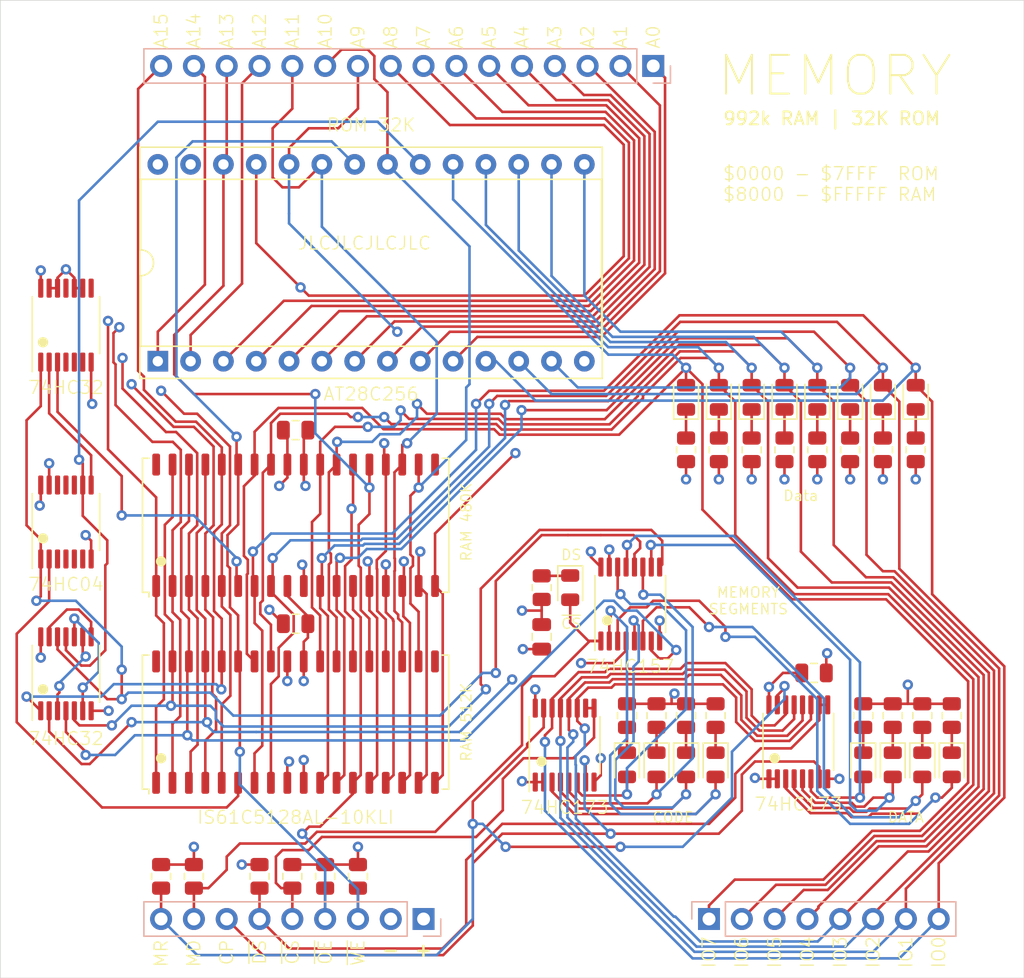
<source format=kicad_pcb>
(kicad_pcb (version 20171130) (host pcbnew "(5.1.10-1-10_14)")
  (layers (0 F.Cu signal) (1 In1.Cu signal) (2 In2.Cu signal) (31 B.Cu signal) (34 B.Paste user) (35 F.Paste user) (36 B.SilkS user) (37 F.SilkS user) (38 B.Mask user) (39 F.Mask user) (44 Edge.Cuts user))
  (net 0 "")
  (net 1 GND)
  (net 2 /A17)
  (net 3 /A16)
  (net 4 /A15)
  (net 5 /A14)
  (net 6 /A13)
  (net 7 /A12)
  (net 8 /A11)
  (net 9 /A10)
  (net 10 /A9)
  (net 11 /A8)
  (net 12 /A7)
  (net 13 /A6)
  (net 14 /A5)
  (net 15 /IO7)
  (net 16 /IO6)
  (net 17 /IO5)
  (net 18 /IO4)
  (net 19 /IO3)
  (net 20 /IO2)
  (net 21 /IO1)
  (net 22 /IO0)
  (net 23 /A4)
  (net 24 /A3)
  (net 25 /A2)
  (net 26 /A1)
  (net 27 /A0)
  (net 28 /A18)
  (net 29 +5V)
  (net 30 "Net-(D1-Pad1)")
  (net 31 "Net-(D2-Pad1)")
  (net 32 "Net-(D3-Pad1)")
  (net 33 "Net-(D4-Pad1)")
  (net 34 "Net-(D5-Pad1)")
  (net 35 "Net-(D6-Pad1)")
  (net 36 "Net-(D7-Pad1)")
  (net 37 "Net-(D8-Pad1)")
  (net 38 MODE)
  (net 39 MR)
  (net 40 CLOCK)
  (net 41 ~DS_IN)
  (net 42 ~CS_IN)
  (net 43 ~OE)
  (net 44 ~WE)
  (net 45 "Net-(D9-Pad1)")
  (net 46 /CS2)
  (net 47 /CS1)
  (net 48 /CS0)
  (net 49 /DS2)
  (net 50 /DS1)
  (net 51 /DS0)
  (net 52 "Net-(D11-Pad1)")
  (net 53 "Net-(D12-Pad1)")
  (net 54 "Net-(D13-Pad1)")
  (net 55 "Net-(D14-Pad1)")
  (net 56 "Net-(D15-Pad1)")
  (net 57 "Net-(D16-Pad1)")
  (net 58 /CS3)
  (net 59 /DS3)
  (net 60 "Net-(D10-Pad1)")
  (net 61 "Net-(D17-Pad1)")
  (net 62 "Net-(U1-Pad6)")
  (net 63 "Net-(U2-Pad6)")
  (net 64 /~RAM_CS)
  (net 65 "Net-(U6-Pad13)")
  (net 66 /~ROM_EN)
  (net 67 "Net-(U6-Pad10)")
  (net 68 "Net-(U6-Pad3)")
  (net 69 "Net-(U7-Pad12)")
  (net 70 "Net-(U7-Pad8)")
  (net 71 "Net-(U8-Pad11)")
  (net 72 "Net-(U8-Pad8)")
  (module Resistor_SMD:R_0805_2012Metric (layer F.Cu) (at 15.24 164.592 90)
    (fp_text reference R21 hide)
    (fp_text value R_US)
    (pad 2 smd roundrect (at 0.9125 0 90) (size 1.025 1.4) (layers F.Cu F.Paste F.Mask) (roundrect_rratio 0.2439014634146341) (net 29 +5V))
    (pad 1 smd roundrect (at -0.9125 0 90) (size 1.025 1.4) (layers F.Cu F.Paste F.Mask) (roundrect_rratio 0.2439014634146341) (net 42 ~CS_IN))
  )
  (module Resistor_SMD:R_0805_2012Metric (layer F.Cu) (at 20.32 164.592 90)
    (fp_text reference R23 hide)
    (fp_text value R_US)
    (pad 2 smd roundrect (at 0.9125 0 90) (size 1.025 1.4) (layers F.Cu F.Paste F.Mask) (roundrect_rratio 0.2439014634146341) (net 29 +5V))
    (pad 1 smd roundrect (at -0.9125 0 90) (size 1.025 1.4) (layers F.Cu F.Paste F.Mask) (roundrect_rratio 0.2439014634146341) (net 44 ~WE))
  )
  (module Resistor_SMD:R_0805_2012Metric (layer F.Cu) (at 17.78 164.592 90)
    (fp_text reference R22 hide)
    (fp_text value R_US)
    (pad 2 smd roundrect (at 0.9125 0 90) (size 1.025 1.4) (layers F.Cu F.Paste F.Mask) (roundrect_rratio 0.2439014634146341) (net 29 +5V))
    (pad 1 smd roundrect (at -0.9125 0 90) (size 1.025 1.4) (layers F.Cu F.Paste F.Mask) (roundrect_rratio 0.2439014634146341) (net 43 ~OE))
  )
  (module Resistor_SMD:R_0805_2012Metric (layer F.Cu) (at 12.7 164.592 90)
    (fp_text reference R17 hide)
    (fp_text value R_US)
    (pad 2 smd roundrect (at 0.9125 0 90) (size 1.025 1.4) (layers F.Cu F.Paste F.Mask) (roundrect_rratio 0.2439014634146341) (net 29 +5V))
    (pad 1 smd roundrect (at -0.9125 0 90) (size 1.025 1.4) (layers F.Cu F.Paste F.Mask) (roundrect_rratio 0.2439014634146341) (net 41 ~DS_IN))
  )
  (module Resistor_SMD:R_0805_2012Metric (layer F.Cu) (at 5.08 164.592 90)
    (fp_text reference R10 hide)
    (fp_text value R_US)
    (pad 2 smd roundrect (at 0.9125 0 90) (size 1.025 1.4) (layers F.Cu F.Paste F.Mask) (roundrect_rratio 0.2439014634146341) (net 1 GND))
    (pad 1 smd roundrect (at -0.9125 0 90) (size 1.025 1.4) (layers F.Cu F.Paste F.Mask) (roundrect_rratio 0.2439014634146341) (net 39 MR))
  )
  (module Package_DIP:DIP-28_W15.24mm_Socket (layer F.Cu) (at 4.826 124.714 90)
    (fp_text reference U9 hide)
    (fp_text value 28C256 hide)
    (fp_text user AT28C256 (at -2.54 16.51 180) (layer F.SilkS) (effects (font (thickness 0.1))))
    (pad 28 thru_hole oval (at 15.24 0 90) (size 1.6 1.6) (drill 0.8) (layers *.Cu *.Mask) (net 29 +5V))
    (pad 14 thru_hole oval (at 0 33.02 90) (size 1.6 1.6) (drill 0.8) (layers *.Cu *.Mask) (net 1 GND))
    (pad 27 thru_hole oval (at 15.24 2.54 90) (size 1.6 1.6) (drill 0.8) (layers *.Cu *.Mask) (net 29 +5V))
    (pad 13 thru_hole oval (at 0 30.48 90) (size 1.6 1.6) (drill 0.8) (layers *.Cu *.Mask) (net 20 /IO2))
    (pad 26 thru_hole oval (at 15.24 5.08 90) (size 1.6 1.6) (drill 0.8) (layers *.Cu *.Mask) (net 6 /A13))
    (pad 12 thru_hole oval (at 0 27.94 90) (size 1.6 1.6) (drill 0.8) (layers *.Cu *.Mask) (net 21 /IO1))
    (pad 25 thru_hole oval (at 15.24 7.62 90) (size 1.6 1.6) (drill 0.8) (layers *.Cu *.Mask) (net 11 /A8))
    (pad 11 thru_hole oval (at 0 25.4 90) (size 1.6 1.6) (drill 0.8) (layers *.Cu *.Mask) (net 22 /IO0))
    (pad 24 thru_hole oval (at 15.24 10.16 90) (size 1.6 1.6) (drill 0.8) (layers *.Cu *.Mask) (net 10 /A9))
    (pad 10 thru_hole oval (at 0 22.86 90) (size 1.6 1.6) (drill 0.8) (layers *.Cu *.Mask) (net 27 /A0))
    (pad 23 thru_hole oval (at 15.24 12.7 90) (size 1.6 1.6) (drill 0.8) (layers *.Cu *.Mask) (net 8 /A11))
    (pad 9 thru_hole oval (at 0 20.32 90) (size 1.6 1.6) (drill 0.8) (layers *.Cu *.Mask) (net 26 /A1))
    (pad 22 thru_hole oval (at 15.24 15.24 90) (size 1.6 1.6) (drill 0.8) (layers *.Cu *.Mask) (net 43 ~OE))
    (pad 8 thru_hole oval (at 0 17.78 90) (size 1.6 1.6) (drill 0.8) (layers *.Cu *.Mask) (net 25 /A2))
    (pad 21 thru_hole oval (at 15.24 17.78 90) (size 1.6 1.6) (drill 0.8) (layers *.Cu *.Mask) (net 9 /A10))
    (pad 7 thru_hole oval (at 0 15.24 90) (size 1.6 1.6) (drill 0.8) (layers *.Cu *.Mask) (net 24 /A3))
    (pad 20 thru_hole oval (at 15.24 20.32 90) (size 1.6 1.6) (drill 0.8) (layers *.Cu *.Mask) (net 66 /~ROM_EN))
    (pad 6 thru_hole oval (at 0 12.7 90) (size 1.6 1.6) (drill 0.8) (layers *.Cu *.Mask) (net 23 /A4))
    (pad 19 thru_hole oval (at 15.24 22.86 90) (size 1.6 1.6) (drill 0.8) (layers *.Cu *.Mask) (net 15 /IO7))
    (pad 5 thru_hole oval (at 0 10.16 90) (size 1.6 1.6) (drill 0.8) (layers *.Cu *.Mask) (net 14 /A5))
    (pad 18 thru_hole oval (at 15.24 25.4 90) (size 1.6 1.6) (drill 0.8) (layers *.Cu *.Mask) (net 16 /IO6))
    (pad 4 thru_hole oval (at 0 7.62 90) (size 1.6 1.6) (drill 0.8) (layers *.Cu *.Mask) (net 13 /A6))
    (pad 17 thru_hole oval (at 15.24 27.94 90) (size 1.6 1.6) (drill 0.8) (layers *.Cu *.Mask) (net 17 /IO5))
    (pad 3 thru_hole oval (at 0 5.08 90) (size 1.6 1.6) (drill 0.8) (layers *.Cu *.Mask) (net 12 /A7))
    (pad 16 thru_hole oval (at 15.24 30.48 90) (size 1.6 1.6) (drill 0.8) (layers *.Cu *.Mask) (net 18 /IO4))
    (pad 2 thru_hole oval (at 0 2.54 90) (size 1.6 1.6) (drill 0.8) (layers *.Cu *.Mask) (net 7 /A12))
    (pad 15 thru_hole oval (at 15.24 33.02 90) (size 1.6 1.6) (drill 0.8) (layers *.Cu *.Mask) (net 19 /IO3))
    (pad 1 thru_hole rect (at 0 0 90) (size 1.6 1.6) (drill 0.8) (layers *.Cu *.Mask) (net 5 /A14))
  )
  (module Package_SO:TSSOP-14_4.4x5mm_P0.65mm (layer F.Cu) (at -2.286 121.92 90)
    (fp_text reference U8 hide)
    (fp_text value 74LS32 hide)
    (fp_text user 74HC32 (at -4.826 0 180) (layer F.SilkS) (effects (font (thickness 0.1))))
    (pad 14 smd roundrect (at 2.8625 -1.95 90) (size 1.475 0.4) (layers F.Cu F.Paste F.Mask) (net 29 +5V))
    (pad 13 smd roundrect (at 2.8625 -1.3 90) (size 1.475 0.4) (layers F.Cu F.Paste F.Mask) (net 1 GND))
    (pad 12 smd roundrect (at 2.8625 -0.65 90) (size 1.475 0.4) (layers F.Cu F.Paste F.Mask) (net 1 GND))
    (pad 11 smd roundrect (at 2.8625 0 90) (size 1.475 0.4) (layers F.Cu F.Paste F.Mask) (net 71 "Net-(U8-Pad11)"))
    (pad 10 smd roundrect (at 2.8625 0.65 90) (size 1.475 0.4) (layers F.Cu F.Paste F.Mask) (net 1 GND))
    (pad 9 smd roundrect (at 2.8625 1.3 90) (size 1.475 0.4) (layers F.Cu F.Paste F.Mask) (net 1 GND))
    (pad 8 smd roundrect (at 2.8625 1.95 90) (size 1.475 0.4) (layers F.Cu F.Paste F.Mask) (net 72 "Net-(U8-Pad8)"))
    (pad 7 smd roundrect (at -2.8625 1.95 90) (size 1.475 0.4) (layers F.Cu F.Paste F.Mask) (net 1 GND))
    (pad 6 smd roundrect (at -2.8625 1.3 90) (size 1.475 0.4) (layers F.Cu F.Paste F.Mask))
    (pad 5 smd roundrect (at -2.8625 0.65 90) (size 1.475 0.4) (layers F.Cu F.Paste F.Mask))
    (pad 4 smd roundrect (at -2.8625 0 90) (size 1.475 0.4) (layers F.Cu F.Paste F.Mask))
    (pad 3 smd roundrect (at -2.8625 -0.65 90) (size 1.475 0.4) (layers F.Cu F.Paste F.Mask) (net 62 "Net-(U1-Pad6)"))
    (pad 2 smd roundrect (at -2.8625 -1.3 90) (size 1.475 0.4) (layers F.Cu F.Paste F.Mask) (net 70 "Net-(U7-Pad8)"))
    (pad 1 smd roundrect (at -2.8625 -1.95 90) (size 1.475 0.4) (layers F.Cu F.Paste F.Mask) (net 64 /~RAM_CS))
  )
  (module Package_SO:TSSOP-14_4.4x5mm_P0.65mm (layer F.Cu) (at -2.286 137.16 90)
    (fp_text reference U7 hide)
    (fp_text value 74LS04 hide)
    (fp_text user 74HC04 (at -4.826 0 180) (layer F.SilkS) (effects (font (thickness 0.1))))
    (pad 14 smd roundrect (at 2.8625 -1.95 90) (size 1.475 0.4) (layers F.Cu F.Paste F.Mask) (net 29 +5V))
    (pad 13 smd roundrect (at 2.8625 -1.3 90) (size 1.475 0.4) (layers F.Cu F.Paste F.Mask) (net 1 GND))
    (pad 12 smd roundrect (at 2.8625 -0.65 90) (size 1.475 0.4) (layers F.Cu F.Paste F.Mask) (net 69 "Net-(U7-Pad12)"))
    (pad 11 smd roundrect (at 2.8625 0 90) (size 1.475 0.4) (layers F.Cu F.Paste F.Mask))
    (pad 10 smd roundrect (at 2.8625 0.65 90) (size 1.475 0.4) (layers F.Cu F.Paste F.Mask))
    (pad 9 smd roundrect (at 2.8625 1.3 90) (size 1.475 0.4) (layers F.Cu F.Paste F.Mask) (net 66 /~ROM_EN))
    (pad 8 smd roundrect (at 2.8625 1.95 90) (size 1.475 0.4) (layers F.Cu F.Paste F.Mask) (net 70 "Net-(U7-Pad8)"))
    (pad 7 smd roundrect (at -2.8625 1.95 90) (size 1.475 0.4) (layers F.Cu F.Paste F.Mask) (net 1 GND))
    (pad 6 smd roundrect (at -2.8625 1.3 90) (size 1.475 0.4) (layers F.Cu F.Paste F.Mask))
    (pad 5 smd roundrect (at -2.8625 0.65 90) (size 1.475 0.4) (layers F.Cu F.Paste F.Mask))
    (pad 4 smd roundrect (at -2.8625 0 90) (size 1.475 0.4) (layers F.Cu F.Paste F.Mask))
    (pad 3 smd roundrect (at -2.8625 -0.65 90) (size 1.475 0.4) (layers F.Cu F.Paste F.Mask))
    (pad 2 smd roundrect (at -2.8625 -1.3 90) (size 1.475 0.4) (layers F.Cu F.Paste F.Mask) (net 63 "Net-(U2-Pad6)"))
    (pad 1 smd roundrect (at -2.8625 -1.95 90) (size 1.475 0.4) (layers F.Cu F.Paste F.Mask) (net 64 /~RAM_CS))
  )
  (module Package_SO:TSSOP-14_4.4x5mm_P0.65mm (layer F.Cu) (at -2.286 148.9125 90)
    (fp_text reference U6 hide)
    (fp_text value 74LS32 hide)
    (fp_text user 74HC32 (at -5.0115 0 180) (layer F.SilkS) (effects (font (thickness 0.1))))
    (pad 14 smd roundrect (at 2.8625 -1.95 90) (size 1.475 0.4) (layers F.Cu F.Paste F.Mask) (net 29 +5V))
    (pad 13 smd roundrect (at 2.8625 -1.3 90) (size 1.475 0.4) (layers F.Cu F.Paste F.Mask) (net 65 "Net-(U6-Pad13)"))
    (pad 12 smd roundrect (at 2.8625 -0.65 90) (size 1.475 0.4) (layers F.Cu F.Paste F.Mask) (net 64 /~RAM_CS))
    (pad 11 smd roundrect (at 2.8625 0 90) (size 1.475 0.4) (layers F.Cu F.Paste F.Mask) (net 66 /~ROM_EN))
    (pad 10 smd roundrect (at 2.8625 0.65 90) (size 1.475 0.4) (layers F.Cu F.Paste F.Mask) (net 67 "Net-(U6-Pad10)"))
    (pad 9 smd roundrect (at 2.8625 1.3 90) (size 1.475 0.4) (layers F.Cu F.Paste F.Mask) (net 68 "Net-(U6-Pad3)"))
    (pad 8 smd roundrect (at 2.8625 1.95 90) (size 1.475 0.4) (layers F.Cu F.Paste F.Mask) (net 65 "Net-(U6-Pad13)"))
    (pad 7 smd roundrect (at -2.8625 1.95 90) (size 1.475 0.4) (layers F.Cu F.Paste F.Mask) (net 1 GND))
    (pad 6 smd roundrect (at -2.8625 1.3 90) (size 1.475 0.4) (layers F.Cu F.Paste F.Mask) (net 67 "Net-(U6-Pad10)"))
    (pad 5 smd roundrect (at -2.8625 0.65 90) (size 1.475 0.4) (layers F.Cu F.Paste F.Mask) (net 28 /A18))
    (pad 4 smd roundrect (at -2.8625 0 90) (size 1.475 0.4) (layers F.Cu F.Paste F.Mask) (net 2 /A17))
    (pad 3 smd roundrect (at -2.8625 -0.65 90) (size 1.475 0.4) (layers F.Cu F.Paste F.Mask) (net 68 "Net-(U6-Pad3)"))
    (pad 2 smd roundrect (at -2.8625 -1.3 90) (size 1.475 0.4) (layers F.Cu F.Paste F.Mask) (net 3 /A16))
    (pad 1 smd roundrect (at -2.8625 -1.95 90) (size 1.475 0.4) (layers F.Cu F.Paste F.Mask) (net 4 /A15))
  )
  (module Resistor_SMD:R_0805_2012Metric (layer F.Cu) (at 59.436 152.146 90)
    (fp_text reference R20 hide)
    (fp_text value R_US)
    (pad 2 smd roundrect (at 0.9125 0 90) (size 1.025 1.4) (layers F.Cu F.Paste F.Mask) (roundrect_rratio 0.2439014634146341) (net 1 GND))
    (pad 1 smd roundrect (at -0.9125 0 90) (size 1.025 1.4) (layers F.Cu F.Paste F.Mask) (roundrect_rratio 0.2439014634146341) (net 61 "Net-(D17-Pad1)"))
  )
  (module Resistor_SMD:R_0805_2012Metric (layer F.Cu) (at 41.148 152.146 90)
    (fp_text reference R19 hide)
    (fp_text value R_US)
    (pad 2 smd roundrect (at 0.9125 0 90) (size 1.025 1.4) (layers F.Cu F.Paste F.Mask) (roundrect_rratio 0.2439014634146341) (net 1 GND))
    (pad 1 smd roundrect (at -0.9125 0 90) (size 1.025 1.4) (layers F.Cu F.Paste F.Mask) (roundrect_rratio 0.2439014634146341) (net 60 "Net-(D10-Pad1)"))
  )
  (module LED_SMD:LED_0805_2012Metric (layer F.Cu) (at 59.436 155.956 270)
    (fp_text reference D17 hide)
    (fp_text value LED)
    (pad 2 smd roundrect (at 0.9375 0 270) (size 0.975 1.4) (layers F.Cu F.Paste F.Mask) (net 59 /DS3))
    (pad 1 smd roundrect (at -0.9375 0 270) (size 0.975 1.4) (layers F.Cu F.Paste F.Mask) (net 61 "Net-(D17-Pad1)"))
  )
  (module LED_SMD:LED_0805_2012Metric (layer F.Cu) (at 41.148 155.956 270)
    (fp_text reference D10 hide)
    (fp_text value LED)
    (pad 2 smd roundrect (at 0.9375 0 270) (size 0.975 1.4) (layers F.Cu F.Paste F.Mask) (net 58 /CS3))
    (pad 1 smd roundrect (at -0.9375 0 270) (size 0.975 1.4) (layers F.Cu F.Paste F.Mask) (net 60 "Net-(D10-Pad1)"))
  )
  (module Resistor_SMD:R_0805_2012Metric (layer F.Cu) (at 7.62 164.592 90)
    (fp_text reference R18 hide)
    (fp_text value R_US)
    (pad 2 smd roundrect (at 0.9125 0 90) (size 1.025 1.4) (layers F.Cu F.Paste F.Mask) (roundrect_rratio 0.2439014634146341) (net 1 GND))
    (pad 1 smd roundrect (at -0.9125 0 90) (size 1.025 1.4) (layers F.Cu F.Paste F.Mask) (roundrect_rratio 0.2439014634146341) (net 38 MODE))
  )
  (module Connector_PinHeader_2.54mm:PinHeader_1x09_P2.54mm_Vertical (layer B.Cu) (at 25.4 167.894 90)
    (fp_text reference J1 hide)
    (fp_text value Conn_01x09)
    (pad 9 thru_hole oval (at 0 -20.32 90) (size 1.7 1.7) (drill 1) (layers *.Cu *.Mask) (net 39 MR))
    (pad 8 thru_hole oval (at 0 -17.78 90) (size 1.7 1.7) (drill 1) (layers *.Cu *.Mask) (net 38 MODE))
    (pad 7 thru_hole oval (at 0 -15.24 90) (size 1.7 1.7) (drill 1) (layers *.Cu *.Mask) (net 40 CLOCK))
    (pad 6 thru_hole oval (at 0 -12.7 90) (size 1.7 1.7) (drill 1) (layers *.Cu *.Mask) (net 41 ~DS_IN))
    (pad 5 thru_hole oval (at 0 -10.16 90) (size 1.7 1.7) (drill 1) (layers *.Cu *.Mask) (net 42 ~CS_IN))
    (pad 4 thru_hole oval (at 0 -7.62 90) (size 1.7 1.7) (drill 1) (layers *.Cu *.Mask) (net 43 ~OE))
    (pad 3 thru_hole oval (at 0 -5.08 90) (size 1.7 1.7) (drill 1) (layers *.Cu *.Mask) (net 44 ~WE))
    (pad 2 thru_hole oval (at 0 -2.54 90) (size 1.7 1.7) (drill 1) (layers *.Cu *.Mask) (net 1 GND))
    (pad 1 thru_hole rect (at 0 0 90) (size 1.7 1.7) (drill 1) (layers *.Cu *.Mask) (net 29 +5V))
  )
  (module Package_SO:SOJ-36_10.16x23.49mm_P1.27mm (layer F.Cu) (at 15.488 152.652 90)
    (fp_text reference U2 hide)
    (fp_text value IS61C5128AL-10KLI hide)
    (fp_text user IS61C5128AL-10KLI (at -7.368 0 180) (layer F.SilkS) (effects (font (thickness 0.1))))
    (pad 36 smd roundrect (at 4.7 -10.795 90) (size 1.7 0.6) (layers F.Cu F.Paste F.Mask))
    (pad 35 smd roundrect (at 4.7 -9.525 90) (size 1.7 0.6) (layers F.Cu F.Paste F.Mask) (net 28 /A18))
    (pad 34 smd roundrect (at 4.7 -8.255 90) (size 1.7 0.6) (layers F.Cu F.Paste F.Mask) (net 2 /A17))
    (pad 33 smd roundrect (at 4.7 -6.985 90) (size 1.7 0.6) (layers F.Cu F.Paste F.Mask) (net 3 /A16))
    (pad 32 smd roundrect (at 4.7 -5.715 90) (size 1.7 0.6) (layers F.Cu F.Paste F.Mask) (net 4 /A15))
    (pad 31 smd roundrect (at 4.7 -4.445 90) (size 1.7 0.6) (layers F.Cu F.Paste F.Mask) (net 43 ~OE))
    (pad 30 smd roundrect (at 4.7 -3.175 90) (size 1.7 0.6) (layers F.Cu F.Paste F.Mask) (net 15 /IO7))
    (pad 29 smd roundrect (at 4.7 -1.905 90) (size 1.7 0.6) (layers F.Cu F.Paste F.Mask) (net 16 /IO6))
    (pad 28 smd roundrect (at 4.7 -0.635 90) (size 1.7 0.6) (layers F.Cu F.Paste F.Mask) (net 1 GND))
    (pad 27 smd roundrect (at 4.7 0.635 90) (size 1.7 0.6) (layers F.Cu F.Paste F.Mask) (net 29 +5V))
    (pad 26 smd roundrect (at 4.7 1.905 90) (size 1.7 0.6) (layers F.Cu F.Paste F.Mask) (net 17 /IO5))
    (pad 25 smd roundrect (at 4.7 3.175 90) (size 1.7 0.6) (layers F.Cu F.Paste F.Mask) (net 18 /IO4))
    (pad 24 smd roundrect (at 4.7 4.445 90) (size 1.7 0.6) (layers F.Cu F.Paste F.Mask) (net 5 /A14))
    (pad 23 smd roundrect (at 4.7 5.715 90) (size 1.7 0.6) (layers F.Cu F.Paste F.Mask) (net 6 /A13))
    (pad 22 smd roundrect (at 4.7 6.985 90) (size 1.7 0.6) (layers F.Cu F.Paste F.Mask) (net 7 /A12))
    (pad 21 smd roundrect (at 4.7 8.255 90) (size 1.7 0.6) (layers F.Cu F.Paste F.Mask) (net 8 /A11))
    (pad 20 smd roundrect (at 4.7 9.525 90) (size 1.7 0.6) (layers F.Cu F.Paste F.Mask) (net 9 /A10))
    (pad 19 smd roundrect (at 4.7 10.795 90) (size 1.7 0.6) (layers F.Cu F.Paste F.Mask))
    (pad 18 smd roundrect (at -4.7 10.795 90) (size 1.7 0.6) (layers F.Cu F.Paste F.Mask) (net 10 /A9))
    (pad 17 smd roundrect (at -4.7 9.525 90) (size 1.7 0.6) (layers F.Cu F.Paste F.Mask) (net 11 /A8))
    (pad 16 smd roundrect (at -4.7 8.255 90) (size 1.7 0.6) (layers F.Cu F.Paste F.Mask) (net 12 /A7))
    (pad 15 smd roundrect (at -4.7 6.985 90) (size 1.7 0.6) (layers F.Cu F.Paste F.Mask) (net 13 /A6))
    (pad 14 smd roundrect (at -4.7 5.715 90) (size 1.7 0.6) (layers F.Cu F.Paste F.Mask) (net 14 /A5))
    (pad 13 smd roundrect (at -4.7 4.445 90) (size 1.7 0.6) (layers F.Cu F.Paste F.Mask) (net 44 ~WE))
    (pad 12 smd roundrect (at -4.7 3.175 90) (size 1.7 0.6) (layers F.Cu F.Paste F.Mask) (net 19 /IO3))
    (pad 11 smd roundrect (at -4.7 1.905 90) (size 1.7 0.6) (layers F.Cu F.Paste F.Mask) (net 20 /IO2))
    (pad 10 smd roundrect (at -4.7 0.635 90) (size 1.7 0.6) (layers F.Cu F.Paste F.Mask) (net 1 GND))
    (pad 9 smd roundrect (at -4.7 -0.635 90) (size 1.7 0.6) (layers F.Cu F.Paste F.Mask) (net 29 +5V))
    (pad 8 smd roundrect (at -4.7 -1.905 90) (size 1.7 0.6) (layers F.Cu F.Paste F.Mask) (net 21 /IO1))
    (pad 7 smd roundrect (at -4.7 -3.175 90) (size 1.7 0.6) (layers F.Cu F.Paste F.Mask) (net 22 /IO0))
    (pad 6 smd roundrect (at -4.7 -4.445 90) (size 1.7 0.6) (layers F.Cu F.Paste F.Mask) (net 63 "Net-(U2-Pad6)"))
    (pad 5 smd roundrect (at -4.7 -5.715 90) (size 1.7 0.6) (layers F.Cu F.Paste F.Mask) (net 23 /A4))
    (pad 4 smd roundrect (at -4.7 -6.985 90) (size 1.7 0.6) (layers F.Cu F.Paste F.Mask) (net 24 /A3))
    (pad 3 smd roundrect (at -4.7 -8.255 90) (size 1.7 0.6) (layers F.Cu F.Paste F.Mask) (net 25 /A2))
    (pad 2 smd roundrect (at -4.7 -9.525 90) (size 1.7 0.6) (layers F.Cu F.Paste F.Mask) (net 26 /A1))
    (pad 1 smd roundrect (at -4.7 -10.795 90) (size 1.7 0.6) (layers F.Cu F.Paste F.Mask) (net 27 /A0))
  )
  (module Resistor_SMD:R_0805_2012Metric (layer F.Cu) (at 66.294 152.146 90)
    (fp_text reference R16 hide)
    (fp_text value R_US)
    (pad 2 smd roundrect (at 0.9125 0 90) (size 1.025 1.4) (layers F.Cu F.Paste F.Mask) (roundrect_rratio 0.2439014634146341) (net 1 GND))
    (pad 1 smd roundrect (at -0.9125 0 90) (size 1.025 1.4) (layers F.Cu F.Paste F.Mask) (roundrect_rratio 0.2439014634146341) (net 57 "Net-(D16-Pad1)"))
  )
  (module Resistor_SMD:R_0805_2012Metric (layer F.Cu) (at 64.008 152.146 90)
    (fp_text reference R15 hide)
    (fp_text value R_US)
    (pad 2 smd roundrect (at 0.9125 0 90) (size 1.025 1.4) (layers F.Cu F.Paste F.Mask) (roundrect_rratio 0.2439014634146341) (net 1 GND))
    (pad 1 smd roundrect (at -0.9125 0 90) (size 1.025 1.4) (layers F.Cu F.Paste F.Mask) (roundrect_rratio 0.2439014634146341) (net 56 "Net-(D15-Pad1)"))
  )
  (module Resistor_SMD:R_0805_2012Metric (layer F.Cu) (at 61.722 152.146 90)
    (fp_text reference R14 hide)
    (fp_text value R_US)
    (pad 2 smd roundrect (at 0.9125 0 90) (size 1.025 1.4) (layers F.Cu F.Paste F.Mask) (roundrect_rratio 0.2439014634146341) (net 1 GND))
    (pad 1 smd roundrect (at -0.9125 0 90) (size 1.025 1.4) (layers F.Cu F.Paste F.Mask) (roundrect_rratio 0.2439014634146341) (net 55 "Net-(D14-Pad1)"))
  )
  (module Resistor_SMD:R_0805_2012Metric (layer F.Cu) (at 48.006 152.146 90)
    (fp_text reference R13 hide)
    (fp_text value R_US)
    (pad 2 smd roundrect (at 0.9125 0 90) (size 1.025 1.4) (layers F.Cu F.Paste F.Mask) (roundrect_rratio 0.2439014634146341) (net 1 GND))
    (pad 1 smd roundrect (at -0.9125 0 90) (size 1.025 1.4) (layers F.Cu F.Paste F.Mask) (roundrect_rratio 0.2439014634146341) (net 54 "Net-(D13-Pad1)"))
  )
  (module Resistor_SMD:R_0805_2012Metric (layer F.Cu) (at 45.72 152.146 90)
    (fp_text reference R12 hide)
    (fp_text value R_US)
    (pad 2 smd roundrect (at 0.9125 0 90) (size 1.025 1.4) (layers F.Cu F.Paste F.Mask) (roundrect_rratio 0.2439014634146341) (net 1 GND))
    (pad 1 smd roundrect (at -0.9125 0 90) (size 1.025 1.4) (layers F.Cu F.Paste F.Mask) (roundrect_rratio 0.2439014634146341) (net 53 "Net-(D12-Pad1)"))
  )
  (module Resistor_SMD:R_0805_2012Metric (layer F.Cu) (at 43.434 152.146 90)
    (fp_text reference R11 hide)
    (fp_text value R_US)
    (pad 2 smd roundrect (at 0.9125 0 90) (size 1.025 1.4) (layers F.Cu F.Paste F.Mask) (roundrect_rratio 0.2439014634146341) (net 1 GND))
    (pad 1 smd roundrect (at -0.9125 0 90) (size 1.025 1.4) (layers F.Cu F.Paste F.Mask) (roundrect_rratio 0.2439014634146341) (net 52 "Net-(D11-Pad1)"))
  )
  (module LED_SMD:LED_0805_2012Metric (layer F.Cu) (at 66.294 155.956 270)
    (fp_text reference D16 hide)
    (fp_text value LED)
    (pad 2 smd roundrect (at 0.9375 0 270) (size 0.975 1.4) (layers F.Cu F.Paste F.Mask) (net 51 /DS0))
    (pad 1 smd roundrect (at -0.9375 0 270) (size 0.975 1.4) (layers F.Cu F.Paste F.Mask) (net 57 "Net-(D16-Pad1)"))
  )
  (module LED_SMD:LED_0805_2012Metric (layer F.Cu) (at 64.008 155.956 270)
    (fp_text reference D15 hide)
    (fp_text value LED)
    (pad 2 smd roundrect (at 0.9375 0 270) (size 0.975 1.4) (layers F.Cu F.Paste F.Mask) (net 50 /DS1))
    (pad 1 smd roundrect (at -0.9375 0 270) (size 0.975 1.4) (layers F.Cu F.Paste F.Mask) (net 56 "Net-(D15-Pad1)"))
  )
  (module LED_SMD:LED_0805_2012Metric (layer F.Cu) (at 61.722 155.956 270)
    (fp_text reference D14 hide)
    (fp_text value LED)
    (pad 2 smd roundrect (at 0.9375 0 270) (size 0.975 1.4) (layers F.Cu F.Paste F.Mask) (net 49 /DS2))
    (pad 1 smd roundrect (at -0.9375 0 270) (size 0.975 1.4) (layers F.Cu F.Paste F.Mask) (net 55 "Net-(D14-Pad1)"))
  )
  (module LED_SMD:LED_0805_2012Metric (layer F.Cu) (at 48.006 155.956 270)
    (fp_text reference D13 hide)
    (fp_text value LED)
    (pad 2 smd roundrect (at 0.9375 0 270) (size 0.975 1.4) (layers F.Cu F.Paste F.Mask) (net 48 /CS0))
    (pad 1 smd roundrect (at -0.9375 0 270) (size 0.975 1.4) (layers F.Cu F.Paste F.Mask) (net 54 "Net-(D13-Pad1)"))
  )
  (module LED_SMD:LED_0805_2012Metric (layer F.Cu) (at 45.72 155.956 270)
    (fp_text reference D12 hide)
    (fp_text value LED)
    (pad 2 smd roundrect (at 0.9375 0 270) (size 0.975 1.4) (layers F.Cu F.Paste F.Mask) (net 47 /CS1))
    (pad 1 smd roundrect (at -0.9375 0 270) (size 0.975 1.4) (layers F.Cu F.Paste F.Mask) (net 53 "Net-(D12-Pad1)"))
  )
  (module LED_SMD:LED_0805_2012Metric (layer F.Cu) (at 43.434 155.956 270)
    (fp_text reference D11 hide)
    (fp_text value LED)
    (pad 2 smd roundrect (at 0.9375 0 270) (size 0.975 1.4) (layers F.Cu F.Paste F.Mask) (net 46 /CS2))
    (pad 1 smd roundrect (at -0.9375 0 270) (size 0.975 1.4) (layers F.Cu F.Paste F.Mask) (net 52 "Net-(D11-Pad1)"))
  )
  (module Resistor_SMD:R_0805_2012Metric (layer F.Cu) (at 34.544 142.24 270)
    (fp_text reference R9 hide)
    (fp_text value R_US)
    (pad 2 smd roundrect (at 0.9125 0 270) (size 1.025 1.4) (layers F.Cu F.Paste F.Mask) (roundrect_rratio 0.2439014634146341) (net 1 GND))
    (pad 1 smd roundrect (at -0.9125 0 270) (size 1.025 1.4) (layers F.Cu F.Paste F.Mask) (roundrect_rratio 0.2439014634146341) (net 45 "Net-(D9-Pad1)"))
  )
  (module LED_SMD:LED_0805_2012Metric (layer F.Cu) (at 36.7515 142.24 270)
    (fp_text reference D9 hide)
    (fp_text value LED)
    (pad 2 smd roundrect (at 0.9375 0 270) (size 0.975 1.4) (layers F.Cu F.Paste F.Mask) (net 38 MODE))
    (pad 1 smd roundrect (at -0.9375 0 270) (size 0.975 1.4) (layers F.Cu F.Paste F.Mask) (net 45 "Net-(D9-Pad1)"))
  )
  (module Capacitor_SMD:C_0805_2012Metric (layer F.Cu) (at 55.626 148.844)
    (fp_text reference C4 hide)
    (fp_text value C)
    (pad 2 smd roundrect (at 0.95 0) (size 1 1.45) (layers F.Cu F.Paste F.Mask) (net 1 GND))
    (pad 1 smd roundrect (at -0.95 0) (size 1 1.45) (layers F.Cu F.Paste F.Mask) (net 29 +5V))
  )
  (module Capacitor_SMD:C_0805_2012Metric (layer F.Cu) (at 15.494 145.034 180)
    (fp_text reference C3 hide)
    (fp_text value C)
    (pad 2 smd roundrect (at 0.95 0 180) (size 1 1.45) (layers F.Cu F.Paste F.Mask) (net 1 GND))
    (pad 1 smd roundrect (at -0.95 0 180) (size 1 1.45) (layers F.Cu F.Paste F.Mask) (net 29 +5V))
  )
  (module Capacitor_SMD:C_0805_2012Metric (layer F.Cu) (at 34.544 146.05 90)
    (fp_text reference C2 hide)
    (fp_text value C)
    (pad 2 smd roundrect (at 0.95 0 90) (size 1 1.45) (layers F.Cu F.Paste F.Mask) (net 1 GND))
    (pad 1 smd roundrect (at -0.95 0 90) (size 1 1.45) (layers F.Cu F.Paste F.Mask) (net 29 +5V))
  )
  (module Capacitor_SMD:C_0805_2012Metric (layer F.Cu) (at 15.494 130.048 180)
    (fp_text reference C1 hide)
    (fp_text value C)
    (pad 2 smd roundrect (at 0.95 0 180) (size 1 1.45) (layers F.Cu F.Paste F.Mask) (net 1 GND))
    (pad 1 smd roundrect (at -0.95 0 180) (size 1 1.45) (layers F.Cu F.Paste F.Mask) (net 29 +5V))
  )
  (module Connector_PinHeader_2.54mm:PinHeader_1x16_P2.54mm_Vertical (layer B.Cu) (at 43.18 101.854 90)
    (fp_text reference J3 hide)
    (fp_text value Conn_01x16)
    (pad 16 thru_hole oval (at 0 -38.1 90) (size 1.7 1.7) (drill 1) (layers *.Cu *.Mask) (net 4 /A15))
    (pad 15 thru_hole oval (at 0 -35.56 90) (size 1.7 1.7) (drill 1) (layers *.Cu *.Mask) (net 5 /A14))
    (pad 14 thru_hole oval (at 0 -33.02 90) (size 1.7 1.7) (drill 1) (layers *.Cu *.Mask) (net 6 /A13))
    (pad 13 thru_hole oval (at 0 -30.48 90) (size 1.7 1.7) (drill 1) (layers *.Cu *.Mask) (net 7 /A12))
    (pad 12 thru_hole oval (at 0 -27.94 90) (size 1.7 1.7) (drill 1) (layers *.Cu *.Mask) (net 8 /A11))
    (pad 11 thru_hole oval (at 0 -25.4 90) (size 1.7 1.7) (drill 1) (layers *.Cu *.Mask) (net 9 /A10))
    (pad 10 thru_hole oval (at 0 -22.86 90) (size 1.7 1.7) (drill 1) (layers *.Cu *.Mask) (net 10 /A9))
    (pad 9 thru_hole oval (at 0 -20.32 90) (size 1.7 1.7) (drill 1) (layers *.Cu *.Mask) (net 11 /A8))
    (pad 8 thru_hole oval (at 0 -17.78 90) (size 1.7 1.7) (drill 1) (layers *.Cu *.Mask) (net 12 /A7))
    (pad 7 thru_hole oval (at 0 -15.24 90) (size 1.7 1.7) (drill 1) (layers *.Cu *.Mask) (net 13 /A6))
    (pad 6 thru_hole oval (at 0 -12.7 90) (size 1.7 1.7) (drill 1) (layers *.Cu *.Mask) (net 14 /A5))
    (pad 5 thru_hole oval (at 0 -10.16 90) (size 1.7 1.7) (drill 1) (layers *.Cu *.Mask) (net 23 /A4))
    (pad 4 thru_hole oval (at 0 -7.62 90) (size 1.7 1.7) (drill 1) (layers *.Cu *.Mask) (net 24 /A3))
    (pad 3 thru_hole oval (at 0 -5.08 90) (size 1.7 1.7) (drill 1) (layers *.Cu *.Mask) (net 25 /A2))
    (pad 2 thru_hole oval (at 0 -2.54 90) (size 1.7 1.7) (drill 1) (layers *.Cu *.Mask) (net 26 /A1))
    (pad 1 thru_hole rect (at 0 0 90) (size 1.7 1.7) (drill 1) (layers *.Cu *.Mask) (net 27 /A0))
  )
  (module Connector_PinHeader_2.54mm:PinHeader_1x08_P2.54mm_Vertical (layer B.Cu) (at 47.498 167.894 270)
    (fp_text reference J2 hide)
    (fp_text value Conn_01x08)
    (pad 8 thru_hole oval (at 0 -17.78 270) (size 1.7 1.7) (drill 1) (layers *.Cu *.Mask) (net 22 /IO0))
    (pad 7 thru_hole oval (at 0 -15.24 270) (size 1.7 1.7) (drill 1) (layers *.Cu *.Mask) (net 21 /IO1))
    (pad 6 thru_hole oval (at 0 -12.7 270) (size 1.7 1.7) (drill 1) (layers *.Cu *.Mask) (net 20 /IO2))
    (pad 5 thru_hole oval (at 0 -10.16 270) (size 1.7 1.7) (drill 1) (layers *.Cu *.Mask) (net 19 /IO3))
    (pad 4 thru_hole oval (at 0 -7.62 270) (size 1.7 1.7) (drill 1) (layers *.Cu *.Mask) (net 18 /IO4))
    (pad 3 thru_hole oval (at 0 -5.08 270) (size 1.7 1.7) (drill 1) (layers *.Cu *.Mask) (net 17 /IO5))
    (pad 2 thru_hole oval (at 0 -2.54 270) (size 1.7 1.7) (drill 1) (layers *.Cu *.Mask) (net 16 /IO6))
    (pad 1 thru_hole rect (at 0 0 270) (size 1.7 1.7) (drill 1) (layers *.Cu *.Mask) (net 15 /IO7))
  )
  (module Resistor_SMD:R_0805_2012Metric (layer F.Cu) (at 45.72 131.572 270)
    (fp_text reference R8 hide)
    (fp_text value R_US)
    (pad 2 smd roundrect (at 0.9125 0 270) (size 1.025 1.4) (layers F.Cu F.Paste F.Mask) (roundrect_rratio 0.2439014634146341) (net 1 GND))
    (pad 1 smd roundrect (at -0.9125 0 270) (size 1.025 1.4) (layers F.Cu F.Paste F.Mask) (roundrect_rratio 0.2439014634146341) (net 37 "Net-(D8-Pad1)"))
  )
  (module Resistor_SMD:R_0805_2012Metric (layer F.Cu) (at 48.26 131.572 270)
    (fp_text reference R7 hide)
    (fp_text value R_US)
    (pad 2 smd roundrect (at 0.9125 0 270) (size 1.025 1.4) (layers F.Cu F.Paste F.Mask) (roundrect_rratio 0.2439014634146341) (net 1 GND))
    (pad 1 smd roundrect (at -0.9125 0 270) (size 1.025 1.4) (layers F.Cu F.Paste F.Mask) (roundrect_rratio 0.2439014634146341) (net 36 "Net-(D7-Pad1)"))
  )
  (module Resistor_SMD:R_0805_2012Metric (layer F.Cu) (at 50.8 131.572 270)
    (fp_text reference R6 hide)
    (fp_text value R_US)
    (pad 2 smd roundrect (at 0.9125 0 270) (size 1.025 1.4) (layers F.Cu F.Paste F.Mask) (roundrect_rratio 0.2439014634146341) (net 1 GND))
    (pad 1 smd roundrect (at -0.9125 0 270) (size 1.025 1.4) (layers F.Cu F.Paste F.Mask) (roundrect_rratio 0.2439014634146341) (net 35 "Net-(D6-Pad1)"))
  )
  (module Resistor_SMD:R_0805_2012Metric (layer F.Cu) (at 53.34 131.572 270)
    (fp_text reference R5 hide)
    (fp_text value R_US)
    (pad 2 smd roundrect (at 0.9125 0 270) (size 1.025 1.4) (layers F.Cu F.Paste F.Mask) (roundrect_rratio 0.2439014634146341) (net 1 GND))
    (pad 1 smd roundrect (at -0.9125 0 270) (size 1.025 1.4) (layers F.Cu F.Paste F.Mask) (roundrect_rratio 0.2439014634146341) (net 34 "Net-(D5-Pad1)"))
  )
  (module Resistor_SMD:R_0805_2012Metric (layer F.Cu) (at 55.88 131.572 270)
    (fp_text reference R4 hide)
    (fp_text value R_US)
    (pad 2 smd roundrect (at 0.9125 0 270) (size 1.025 1.4) (layers F.Cu F.Paste F.Mask) (roundrect_rratio 0.2439014634146341) (net 1 GND))
    (pad 1 smd roundrect (at -0.9125 0 270) (size 1.025 1.4) (layers F.Cu F.Paste F.Mask) (roundrect_rratio 0.2439014634146341) (net 33 "Net-(D4-Pad1)"))
  )
  (module Resistor_SMD:R_0805_2012Metric (layer F.Cu) (at 58.42 131.572 270)
    (fp_text reference R3 hide)
    (fp_text value R_US)
    (pad 2 smd roundrect (at 0.9125 0 270) (size 1.025 1.4) (layers F.Cu F.Paste F.Mask) (roundrect_rratio 0.2439014634146341) (net 1 GND))
    (pad 1 smd roundrect (at -0.9125 0 270) (size 1.025 1.4) (layers F.Cu F.Paste F.Mask) (roundrect_rratio 0.2439014634146341) (net 32 "Net-(D3-Pad1)"))
  )
  (module Resistor_SMD:R_0805_2012Metric (layer F.Cu) (at 60.96 131.572 270)
    (fp_text reference R2 hide)
    (fp_text value R_US)
    (pad 2 smd roundrect (at 0.9125 0 270) (size 1.025 1.4) (layers F.Cu F.Paste F.Mask) (roundrect_rratio 0.2439014634146341) (net 1 GND))
    (pad 1 smd roundrect (at -0.9125 0 270) (size 1.025 1.4) (layers F.Cu F.Paste F.Mask) (roundrect_rratio 0.2439014634146341) (net 31 "Net-(D2-Pad1)"))
  )
  (module Resistor_SMD:R_0805_2012Metric (layer F.Cu) (at 63.5 131.572 270)
    (fp_text reference R1 hide)
    (fp_text value R_US)
    (pad 2 smd roundrect (at 0.9125 0 270) (size 1.025 1.4) (layers F.Cu F.Paste F.Mask) (roundrect_rratio 0.2439014634146341) (net 1 GND))
    (pad 1 smd roundrect (at -0.9125 0 270) (size 1.025 1.4) (layers F.Cu F.Paste F.Mask) (roundrect_rratio 0.2439014634146341) (net 30 "Net-(D1-Pad1)"))
  )
  (module LED_SMD:LED_0805_2012Metric (layer F.Cu) (at 45.72 127.508 90)
    (fp_text reference D8 hide)
    (fp_text value LED)
    (pad 2 smd roundrect (at 0.9375 0 90) (size 0.975 1.4) (layers F.Cu F.Paste F.Mask) (net 15 /IO7))
    (pad 1 smd roundrect (at -0.9375 0 90) (size 0.975 1.4) (layers F.Cu F.Paste F.Mask) (net 37 "Net-(D8-Pad1)"))
  )
  (module LED_SMD:LED_0805_2012Metric (layer F.Cu) (at 48.26 127.508 90)
    (fp_text reference D7 hide)
    (fp_text value LED)
    (pad 2 smd roundrect (at 0.9375 0 90) (size 0.975 1.4) (layers F.Cu F.Paste F.Mask) (net 16 /IO6))
    (pad 1 smd roundrect (at -0.9375 0 90) (size 0.975 1.4) (layers F.Cu F.Paste F.Mask) (net 36 "Net-(D7-Pad1)"))
  )
  (module LED_SMD:LED_0805_2012Metric (layer F.Cu) (at 50.8 127.508 90)
    (fp_text reference D6 hide)
    (fp_text value LED)
    (pad 2 smd roundrect (at 0.9375 0 90) (size 0.975 1.4) (layers F.Cu F.Paste F.Mask) (net 17 /IO5))
    (pad 1 smd roundrect (at -0.9375 0 90) (size 0.975 1.4) (layers F.Cu F.Paste F.Mask) (net 35 "Net-(D6-Pad1)"))
  )
  (module LED_SMD:LED_0805_2012Metric (layer F.Cu) (at 53.34 127.508 90)
    (fp_text reference D5 hide)
    (fp_text value LED)
    (pad 2 smd roundrect (at 0.9375 0 90) (size 0.975 1.4) (layers F.Cu F.Paste F.Mask) (net 18 /IO4))
    (pad 1 smd roundrect (at -0.9375 0 90) (size 0.975 1.4) (layers F.Cu F.Paste F.Mask) (net 34 "Net-(D5-Pad1)"))
  )
  (module LED_SMD:LED_0805_2012Metric (layer F.Cu) (at 55.88 127.508 90)
    (fp_text reference D4 hide)
    (fp_text value LED)
    (pad 2 smd roundrect (at 0.9375 0 90) (size 0.975 1.4) (layers F.Cu F.Paste F.Mask) (net 19 /IO3))
    (pad 1 smd roundrect (at -0.9375 0 90) (size 0.975 1.4) (layers F.Cu F.Paste F.Mask) (net 33 "Net-(D4-Pad1)"))
  )
  (module LED_SMD:LED_0805_2012Metric (layer F.Cu) (at 58.42 127.508 90)
    (fp_text reference D3 hide)
    (fp_text value LED)
    (pad 2 smd roundrect (at 0.9375 0 90) (size 0.975 1.4) (layers F.Cu F.Paste F.Mask) (net 20 /IO2))
    (pad 1 smd roundrect (at -0.9375 0 90) (size 0.975 1.4) (layers F.Cu F.Paste F.Mask) (net 32 "Net-(D3-Pad1)"))
  )
  (module LED_SMD:LED_0805_2012Metric (layer F.Cu) (at 60.96 127.508 90)
    (fp_text reference D2 hide)
    (fp_text value LED)
    (pad 2 smd roundrect (at 0.9375 0 90) (size 0.975 1.4) (layers F.Cu F.Paste F.Mask) (net 21 /IO1))
    (pad 1 smd roundrect (at -0.9375 0 90) (size 0.975 1.4) (layers F.Cu F.Paste F.Mask) (net 31 "Net-(D2-Pad1)"))
  )
  (module LED_SMD:LED_0805_2012Metric (layer F.Cu) (at 63.5 127.508 90)
    (fp_text reference D1 hide)
    (fp_text value LED)
    (pad 2 smd roundrect (at 0.9375 0 90) (size 0.975 1.4) (layers F.Cu F.Paste F.Mask) (net 22 /IO0))
    (pad 1 smd roundrect (at -0.9375 0 90) (size 0.975 1.4) (layers F.Cu F.Paste F.Mask) (net 30 "Net-(D1-Pad1)"))
  )
  (module Package_SO:TSSOP-16_4.4x5mm_P0.65mm (layer F.Cu) (at 41.402 143.51 90)
    (fp_text reference U5 hide)
    (fp_text value 74LS157 hide)
    (fp_text user 74HC157 (at -4.826 0 180) (layer F.SilkS) (effects (font (thickness 0.1))))
    (pad 16 smd roundrect (at 2.8625 -2.275 90) (size 1.475 0.4) (layers F.Cu F.Paste F.Mask) (net 29 +5V))
    (pad 15 smd roundrect (at 2.8625 -1.625 90) (size 1.475 0.4) (layers F.Cu F.Paste F.Mask) (net 1 GND))
    (pad 14 smd roundrect (at 2.8625 -0.975 90) (size 1.475 0.4) (layers F.Cu F.Paste F.Mask) (net 58 /CS3))
    (pad 13 smd roundrect (at 2.8625 -0.325 90) (size 1.475 0.4) (layers F.Cu F.Paste F.Mask) (net 59 /DS3))
    (pad 12 smd roundrect (at 2.8625 0.325 90) (size 1.475 0.4) (layers F.Cu F.Paste F.Mask) (net 64 /~RAM_CS))
    (pad 11 smd roundrect (at 2.8625 0.975 90) (size 1.475 0.4) (layers F.Cu F.Paste F.Mask) (net 46 /CS2))
    (pad 10 smd roundrect (at 2.8625 1.625 90) (size 1.475 0.4) (layers F.Cu F.Paste F.Mask) (net 49 /DS2))
    (pad 9 smd roundrect (at 2.8625 2.275 90) (size 1.475 0.4) (layers F.Cu F.Paste F.Mask) (net 28 /A18))
    (pad 8 smd roundrect (at -2.8625 2.275 90) (size 1.475 0.4) (layers F.Cu F.Paste F.Mask) (net 1 GND))
    (pad 7 smd roundrect (at -2.8625 1.625 90) (size 1.475 0.4) (layers F.Cu F.Paste F.Mask) (net 2 /A17))
    (pad 6 smd roundrect (at -2.8625 0.975 90) (size 1.475 0.4) (layers F.Cu F.Paste F.Mask) (net 50 /DS1))
    (pad 5 smd roundrect (at -2.8625 0.325 90) (size 1.475 0.4) (layers F.Cu F.Paste F.Mask) (net 47 /CS1))
    (pad 4 smd roundrect (at -2.8625 -0.325 90) (size 1.475 0.4) (layers F.Cu F.Paste F.Mask) (net 3 /A16))
    (pad 3 smd roundrect (at -2.8625 -0.975 90) (size 1.475 0.4) (layers F.Cu F.Paste F.Mask) (net 51 /DS0))
    (pad 2 smd roundrect (at -2.8625 -1.625 90) (size 1.475 0.4) (layers F.Cu F.Paste F.Mask) (net 48 /CS0))
    (pad 1 smd roundrect (at -2.8625 -2.275 90) (size 1.475 0.4) (layers F.Cu F.Paste F.Mask) (net 38 MODE))
  )
  (module Package_SO:TSSOP-16_4.4x5mm_P0.65mm (layer F.Cu) (at 54.412 154.178 90)
    (fp_text reference U4 hide)
    (fp_text value 74LS173)
    (fp_text user 74HC173 (at -4.826 0 180) (layer F.SilkS) (effects (font (thickness 0.1))))
    (pad 16 smd roundrect (at 2.8625 -2.275 90) (size 1.475 0.4) (layers F.Cu F.Paste F.Mask) (net 29 +5V))
    (pad 15 smd roundrect (at 2.8625 -1.625 90) (size 1.475 0.4) (layers F.Cu F.Paste F.Mask) (net 39 MR))
    (pad 14 smd roundrect (at 2.8625 -0.975 90) (size 1.475 0.4) (layers F.Cu F.Paste F.Mask) (net 22 /IO0))
    (pad 13 smd roundrect (at 2.8625 -0.325 90) (size 1.475 0.4) (layers F.Cu F.Paste F.Mask) (net 21 /IO1))
    (pad 12 smd roundrect (at 2.8625 0.325 90) (size 1.475 0.4) (layers F.Cu F.Paste F.Mask) (net 20 /IO2))
    (pad 11 smd roundrect (at 2.8625 0.975 90) (size 1.475 0.4) (layers F.Cu F.Paste F.Mask) (net 19 /IO3))
    (pad 10 smd roundrect (at 2.8625 1.625 90) (size 1.475 0.4) (layers F.Cu F.Paste F.Mask) (net 41 ~DS_IN))
    (pad 9 smd roundrect (at 2.8625 2.275 90) (size 1.475 0.4) (layers F.Cu F.Paste F.Mask) (net 41 ~DS_IN))
    (pad 8 smd roundrect (at -2.8625 2.275 90) (size 1.475 0.4) (layers F.Cu F.Paste F.Mask) (net 1 GND))
    (pad 7 smd roundrect (at -2.8625 1.625 90) (size 1.475 0.4) (layers F.Cu F.Paste F.Mask) (net 40 CLOCK))
    (pad 6 smd roundrect (at -2.8625 0.975 90) (size 1.475 0.4) (layers F.Cu F.Paste F.Mask) (net 59 /DS3))
    (pad 5 smd roundrect (at -2.8625 0.325 90) (size 1.475 0.4) (layers F.Cu F.Paste F.Mask) (net 49 /DS2))
    (pad 4 smd roundrect (at -2.8625 -0.325 90) (size 1.475 0.4) (layers F.Cu F.Paste F.Mask) (net 50 /DS1))
    (pad 3 smd roundrect (at -2.8625 -0.975 90) (size 1.475 0.4) (layers F.Cu F.Paste F.Mask) (net 51 /DS0))
    (pad 2 smd roundrect (at -2.8625 -1.625 90) (size 1.475 0.4) (layers F.Cu F.Paste F.Mask) (net 1 GND))
    (pad 1 smd roundrect (at -2.8625 -2.275 90) (size 1.475 0.4) (layers F.Cu F.Paste F.Mask) (net 1 GND))
  )
  (module Package_SO:TSSOP-16_4.4x5mm_P0.65mm (layer F.Cu) (at 36.322 154.432 90)
    (fp_text reference U3 hide)
    (fp_text value 74LS173 hide)
    (fp_text user 74HC173 (at -4.826 0 180) (layer F.SilkS) (effects (font (thickness 0.1))))
    (pad 16 smd roundrect (at 2.8625 -2.275 90) (size 1.475 0.4) (layers F.Cu F.Paste F.Mask) (net 29 +5V))
    (pad 15 smd roundrect (at 2.8625 -1.625 90) (size 1.475 0.4) (layers F.Cu F.Paste F.Mask) (net 39 MR))
    (pad 14 smd roundrect (at 2.8625 -0.975 90) (size 1.475 0.4) (layers F.Cu F.Paste F.Mask) (net 22 /IO0))
    (pad 13 smd roundrect (at 2.8625 -0.325 90) (size 1.475 0.4) (layers F.Cu F.Paste F.Mask) (net 21 /IO1))
    (pad 12 smd roundrect (at 2.8625 0.325 90) (size 1.475 0.4) (layers F.Cu F.Paste F.Mask) (net 20 /IO2))
    (pad 11 smd roundrect (at 2.8625 0.975 90) (size 1.475 0.4) (layers F.Cu F.Paste F.Mask) (net 19 /IO3))
    (pad 10 smd roundrect (at 2.8625 1.625 90) (size 1.475 0.4) (layers F.Cu F.Paste F.Mask) (net 42 ~CS_IN))
    (pad 9 smd roundrect (at 2.8625 2.275 90) (size 1.475 0.4) (layers F.Cu F.Paste F.Mask) (net 42 ~CS_IN))
    (pad 8 smd roundrect (at -2.8625 2.275 90) (size 1.475 0.4) (layers F.Cu F.Paste F.Mask) (net 1 GND))
    (pad 7 smd roundrect (at -2.8625 1.625 90) (size 1.475 0.4) (layers F.Cu F.Paste F.Mask) (net 40 CLOCK))
    (pad 6 smd roundrect (at -2.8625 0.975 90) (size 1.475 0.4) (layers F.Cu F.Paste F.Mask) (net 58 /CS3))
    (pad 5 smd roundrect (at -2.8625 0.325 90) (size 1.475 0.4) (layers F.Cu F.Paste F.Mask) (net 46 /CS2))
    (pad 4 smd roundrect (at -2.8625 -0.325 90) (size 1.475 0.4) (layers F.Cu F.Paste F.Mask) (net 47 /CS1))
    (pad 3 smd roundrect (at -2.8625 -0.975 90) (size 1.475 0.4) (layers F.Cu F.Paste F.Mask) (net 48 /CS0))
    (pad 2 smd roundrect (at -2.8625 -1.625 90) (size 1.475 0.4) (layers F.Cu F.Paste F.Mask) (net 1 GND))
    (pad 1 smd roundrect (at -2.8625 -2.275 90) (size 1.475 0.4) (layers F.Cu F.Paste F.Mask) (net 1 GND))
  )
  (module Package_SO:SOJ-36_10.16x23.49mm_P1.27mm (layer F.Cu) (at 15.494 137.414 90)
    (fp_text reference U1 hide)
    (fp_text value IS61C5128AL-10KLI)
    (pad 36 smd roundrect (at 4.7 -10.795 90) (size 1.7 0.6) (layers F.Cu F.Paste F.Mask))
    (pad 35 smd roundrect (at 4.7 -9.525 90) (size 1.7 0.6) (layers F.Cu F.Paste F.Mask) (net 28 /A18))
    (pad 34 smd roundrect (at 4.7 -8.255 90) (size 1.7 0.6) (layers F.Cu F.Paste F.Mask) (net 2 /A17))
    (pad 33 smd roundrect (at 4.7 -6.985 90) (size 1.7 0.6) (layers F.Cu F.Paste F.Mask) (net 3 /A16))
    (pad 32 smd roundrect (at 4.7 -5.715 90) (size 1.7 0.6) (layers F.Cu F.Paste F.Mask) (net 4 /A15))
    (pad 31 smd roundrect (at 4.7 -4.445 90) (size 1.7 0.6) (layers F.Cu F.Paste F.Mask) (net 43 ~OE))
    (pad 30 smd roundrect (at 4.7 -3.175 90) (size 1.7 0.6) (layers F.Cu F.Paste F.Mask) (net 15 /IO7))
    (pad 29 smd roundrect (at 4.7 -1.905 90) (size 1.7 0.6) (layers F.Cu F.Paste F.Mask) (net 16 /IO6))
    (pad 28 smd roundrect (at 4.7 -0.635 90) (size 1.7 0.6) (layers F.Cu F.Paste F.Mask) (net 1 GND))
    (pad 27 smd roundrect (at 4.7 0.635 90) (size 1.7 0.6) (layers F.Cu F.Paste F.Mask) (net 29 +5V))
    (pad 26 smd roundrect (at 4.7 1.905 90) (size 1.7 0.6) (layers F.Cu F.Paste F.Mask) (net 17 /IO5))
    (pad 25 smd roundrect (at 4.7 3.175 90) (size 1.7 0.6) (layers F.Cu F.Paste F.Mask) (net 18 /IO4))
    (pad 24 smd roundrect (at 4.7 4.445 90) (size 1.7 0.6) (layers F.Cu F.Paste F.Mask) (net 5 /A14))
    (pad 23 smd roundrect (at 4.7 5.715 90) (size 1.7 0.6) (layers F.Cu F.Paste F.Mask) (net 6 /A13))
    (pad 22 smd roundrect (at 4.7 6.985 90) (size 1.7 0.6) (layers F.Cu F.Paste F.Mask) (net 7 /A12))
    (pad 21 smd roundrect (at 4.7 8.255 90) (size 1.7 0.6) (layers F.Cu F.Paste F.Mask) (net 8 /A11))
    (pad 20 smd roundrect (at 4.7 9.525 90) (size 1.7 0.6) (layers F.Cu F.Paste F.Mask) (net 9 /A10))
    (pad 19 smd roundrect (at 4.7 10.795 90) (size 1.7 0.6) (layers F.Cu F.Paste F.Mask))
    (pad 18 smd roundrect (at -4.7 10.795 90) (size 1.7 0.6) (layers F.Cu F.Paste F.Mask) (net 10 /A9))
    (pad 17 smd roundrect (at -4.7 9.525 90) (size 1.7 0.6) (layers F.Cu F.Paste F.Mask) (net 11 /A8))
    (pad 16 smd roundrect (at -4.7 8.255 90) (size 1.7 0.6) (layers F.Cu F.Paste F.Mask) (net 12 /A7))
    (pad 15 smd roundrect (at -4.7 6.985 90) (size 1.7 0.6) (layers F.Cu F.Paste F.Mask) (net 13 /A6))
    (pad 14 smd roundrect (at -4.7 5.715 90) (size 1.7 0.6) (layers F.Cu F.Paste F.Mask) (net 14 /A5))
    (pad 13 smd roundrect (at -4.7 4.445 90) (size 1.7 0.6) (layers F.Cu F.Paste F.Mask) (net 44 ~WE))
    (pad 12 smd roundrect (at -4.7 3.175 90) (size 1.7 0.6) (layers F.Cu F.Paste F.Mask) (net 19 /IO3))
    (pad 11 smd roundrect (at -4.7 1.905 90) (size 1.7 0.6) (layers F.Cu F.Paste F.Mask) (net 20 /IO2))
    (pad 10 smd roundrect (at -4.7 0.635 90) (size 1.7 0.6) (layers F.Cu F.Paste F.Mask) (net 1 GND))
    (pad 9 smd roundrect (at -4.7 -0.635 90) (size 1.7 0.6) (layers F.Cu F.Paste F.Mask) (net 29 +5V))
    (pad 8 smd roundrect (at -4.7 -1.905 90) (size 1.7 0.6) (layers F.Cu F.Paste F.Mask) (net 21 /IO1))
    (pad 7 smd roundrect (at -4.7 -3.175 90) (size 1.7 0.6) (layers F.Cu F.Paste F.Mask) (net 22 /IO0))
    (pad 6 smd roundrect (at -4.7 -4.445 90) (size 1.7 0.6) (layers F.Cu F.Paste F.Mask) (net 62 "Net-(U1-Pad6)"))
    (pad 5 smd roundrect (at -4.7 -5.715 90) (size 1.7 0.6) (layers F.Cu F.Paste F.Mask) (net 23 /A4))
    (pad 4 smd roundrect (at -4.7 -6.985 90) (size 1.7 0.6) (layers F.Cu F.Paste F.Mask) (net 24 /A3))
    (pad 3 smd roundrect (at -4.7 -8.255 90) (size 1.7 0.6) (layers F.Cu F.Paste F.Mask) (net 25 /A2))
    (pad 2 smd roundrect (at -4.7 -9.525 90) (size 1.7 0.6) (layers F.Cu F.Paste F.Mask) (net 26 /A1))
    (pad 1 smd roundrect (at -4.7 -10.795 90) (size 1.7 0.6) (layers F.Cu F.Paste F.Mask) (net 27 /A0))
  )
  (gr_text JLCJLCJLCJLC (at 20.828 115.57) (layer F.SilkS) (effects (font (size 1 1) (thickness 0.1))))
  (gr_text "MEMORY\nSEGMENTS" (at 50.546 143.256) (layer F.SilkS) (effects (font (size 0.8 0.8) (thickness 0.1))))
  (gr_text "$0000 - $7FFF  ROM\n$8000 - $FFFFF RAM" (at 48.514 110.998) (layer F.SilkS) (effects (font (size 1 1) (thickness 0.1)) (justify left)))
  (gr_line (start 71.882 96.774) (end 71.882 161.29) (layer Edge.Cuts) (width 0.05))
  (gr_line (start -7.366 96.774) (end 71.882 96.774) (layer Edge.Cuts) (width 0.05))
  (gr_line (start -7.366 172.466) (end -7.366 96.774) (layer Edge.Cuts) (width 0.05))
  (gr_line (start 71.882 172.466) (end -7.366 172.466) (layer Edge.Cuts) (width 0.05))
  (gr_line (start 71.882 172.212) (end 71.882 172.466) (layer Edge.Cuts) (width 0.05))
  (gr_line (start 71.882 161.29) (end 71.882 172.212) (layer Edge.Cuts) (width 0.05))
  (gr_circle (center -4.064 123.244) (end -3.864 123.244) (layer F.SilkS) (width 0.4))
  (gr_circle (center -4.064 138.43) (end -3.864 138.43) (layer F.SilkS) (width 0.4))
  (gr_circle (center -4.064 150.114) (end -3.864 150.114) (layer F.SilkS) (width 0.4))
  (gr_text Data (at 54.61 135.128) (layer F.SilkS) (effects (font (size 0.8 0.8) (thickness 0.1))))
  (gr_text "ROM 32K" (at 21.336 106.426) (layer F.SilkS) (effects (font (size 1 1) (thickness 0.1))))
  (gr_text "RAM 480K" (at 28.702 137.16 90) (layer F.SilkS) (effects (font (size 0.8 0.8) (thickness 0.1))))
  (gr_text "RAM 512K" (at 28.702 152.654 90) (layer F.SilkS) (effects (font (size 0.8 0.8) (thickness 0.1))))
  (gr_text MD (at 7.62 169.418 90) (layer F.SilkS) (effects (font (size 1 1) (thickness 0.1)) (justify right)))
  (gr_text MR (at 5.08 169.418 90) (layer F.SilkS) (effects (font (size 1 1) (thickness 0.1)) (justify right)))
  (gr_text CP (at 10.16 169.418 90) (layer F.SilkS) (effects (font (size 1 1) (thickness 0.1)) (justify right)))
  (gr_text ~DS (at 12.7 169.418 90) (layer F.SilkS) (effects (font (size 1 1) (thickness 0.1)) (justify right)))
  (gr_text ~CS (at 15.24 169.418 90) (layer F.SilkS) (effects (font (size 1 1) (thickness 0.1)) (justify right)))
  (gr_text A0 (at 43.18 100.584 90) (layer F.SilkS) (effects (font (size 1 1) (thickness 0.1)) (justify left)))
  (gr_text A1 (at 40.64 100.584 90) (layer F.SilkS) (effects (font (size 1 1) (thickness 0.1)) (justify left)))
  (gr_text A2 (at 38.1 100.584 90) (layer F.SilkS) (effects (font (size 1 1) (thickness 0.1)) (justify left)))
  (gr_text A3 (at 35.56 100.584 90) (layer F.SilkS) (effects (font (size 1 1) (thickness 0.1)) (justify left)))
  (gr_text A4 (at 33.02 100.584 90) (layer F.SilkS) (effects (font (size 1 1) (thickness 0.1)) (justify left)))
  (gr_text A5 (at 30.48 100.584 90) (layer F.SilkS) (effects (font (size 1 1) (thickness 0.1)) (justify left)))
  (gr_text A6 (at 27.94 100.584 90) (layer F.SilkS) (effects (font (size 1 1) (thickness 0.1)) (justify left)))
  (gr_text A7 (at 25.4 100.584 90) (layer F.SilkS) (effects (font (size 1 1) (thickness 0.1)) (justify left)))
  (gr_text A8 (at 22.86 100.584 90) (layer F.SilkS) (effects (font (size 1 1) (thickness 0.1)) (justify left)))
  (gr_text A9 (at 20.32 100.584 90) (layer F.SilkS) (effects (font (size 1 1) (thickness 0.1)) (justify left)))
  (gr_text A10 (at 17.78 100.584 90) (layer F.SilkS) (effects (font (size 1 1) (thickness 0.1)) (justify left)))
  (gr_text A11 (at 15.24 100.584 90) (layer F.SilkS) (effects (font (size 1 1) (thickness 0.1)) (justify left)))
  (gr_text A12 (at 12.7 100.584 90) (layer F.SilkS) (effects (font (size 1 1) (thickness 0.1)) (justify left)))
  (gr_text A13 (at 10.16 100.584 90) (layer F.SilkS) (effects (font (size 1 1) (thickness 0.1)) (justify left)))
  (gr_text A14 (at 7.62 100.584 90) (layer F.SilkS) (effects (font (size 1 1) (thickness 0.1)) (justify left)))
  (gr_text ~CS (at 36.83 145.034) (layer F.SilkS) (effects (font (size 0.8 0.8) (thickness 0.1))))
  (gr_text DATA (at 62.738 160.02) (layer F.SilkS) (effects (font (size 0.8 0.8) (thickness 0.1))))
  (gr_text CODE (at 44.704 160.02) (layer F.SilkS) (effects (font (size 0.8 0.8) (thickness 0.1))))
  (gr_text DS (at 36.83 139.7) (layer F.SilkS) (effects (font (size 0.8 0.8) (thickness 0.1))))
  (gr_text + (at 24.638 170.434 180) (layer F.SilkS) (effects (font (size 1 1) (thickness 0.2)) (justify right)))
  (gr_text - (at 22.098 170.434 180) (layer F.SilkS) (effects (font (size 1 1) (thickness 0.2)) (justify right)))
  (gr_text ~WE (at 20.32 169.418 90) (layer F.SilkS) (effects (font (size 1 1) (thickness 0.1)) (justify right)))
  (gr_text ~OE (at 17.78 169.418 90) (layer F.SilkS) (effects (font (size 1 1) (thickness 0.1)) (justify right)))
  (gr_text IO0 (at 65.278 169.164 90) (layer F.SilkS) (effects (font (size 1 1) (thickness 0.1)) (justify right)))
  (gr_text IO1 (at 62.738 169.164 90) (layer F.SilkS) (effects (font (size 1 1) (thickness 0.1)) (justify right)))
  (gr_text IO2 (at 60.198 169.164 90) (layer F.SilkS) (effects (font (size 1 1) (thickness 0.1)) (justify right)))
  (gr_text IO3 (at 57.658 169.164 90) (layer F.SilkS) (effects (font (size 1 1) (thickness 0.1)) (justify right)))
  (gr_text IO4 (at 55.118 169.164 90) (layer F.SilkS) (effects (font (size 1 1) (thickness 0.1)) (justify right)))
  (gr_text IO5 (at 52.578 169.164 90) (layer F.SilkS) (effects (font (size 1 1) (thickness 0.1)) (justify right)))
  (gr_text IO6 (at 50.038 169.164 90) (layer F.SilkS) (effects (font (size 1 1) (thickness 0.1)) (justify right)))
  (gr_text IO7 (at 47.498 169.164 90) (layer F.SilkS) (effects (font (size 1 1) (thickness 0.1)) (justify right)))
  (gr_text A15 (at 5.08 100.584 90) (layer F.SilkS) (effects (font (size 1 1) (thickness 0.1)) (justify left)))
  (gr_text "992k RAM | 32K ROM" (at 48.514 105.918) (layer F.SilkS) (effects (font (size 1 1)) (justify left)))
  (gr_text MEMORY (at 48.006 102.616) (layer F.SilkS) (effects (font (size 3 3)) (justify left)))
  (gr_circle (center 34.544 155.702) (end 34.744 155.702) (layer F.SilkS) (width 0.4))
  (gr_circle (center 52.578 155.448) (end 52.778 155.448) (layer F.SilkS) (width 0.4))
  (gr_circle (center 39.624 144.78) (end 39.824 144.78) (layer F.SilkS) (width 0.4))
  (gr_circle (center 5.08 155.448) (end 5.28 155.448) (layer F.SilkS) (width 0.4))
  (gr_circle (center 5.08 140.208) (end 5.28 140.208) (layer F.SilkS) (width 0.4))
  (segment (start 62.8885 151.2335) (end 62.8885 149.7565) (width 0.2) (layer F.Cu) (net 1))
  (segment (start 59.436 151.2335) (end 62.8885 151.2335) (width 0.2) (layer F.Cu) (net 1))
  (segment (start 62.8885 151.2335) (end 66.294 151.2335) (width 0.2) (layer F.Cu) (net 1))
  (via (at 62.8885 149.7565) (size 0.8) (drill 0.4) (layers F.Cu B.Cu) (net 1))
  (segment (start 41.148 151.2335) (end 44.6005 151.2335) (width 0.2) (layer F.Cu) (net 1))
  (segment (start 44.6005 151.2335) (end 48.006 151.2335) (width 0.2) (layer F.Cu) (net 1))
  (segment (start 56.576 148.844) (end 56.576 147.386) (width 0.2) (layer F.Cu) (net 1))
  (via (at 56.642 147.32) (size 0.8) (drill 0.4) (layers F.Cu B.Cu) (net 1))
  (segment (start 56.576 147.386) (end 56.642 147.32) (width 0.2) (layer F.Cu) (net 1))
  (segment (start 52.137 157.0405) (end 52.3925 157.0405) (width 0.2) (layer F.Cu) (net 1))
  (segment (start 52.3925 157.0405) (end 52.787 157.0405) (width 0.2) (layer F.Cu) (net 1))
  (segment (start 56.687 157.0405) (end 57.5895 157.0405) (width 0.2) (layer F.Cu) (net 1))
  (via (at 57.5895 157.0405) (size 0.8) (drill 0.4) (layers F.Cu B.Cu) (net 1))
  (segment (start 39.777 140.6475) (end 39.777 139.293) (width 0.2) (layer F.Cu) (net 1))
  (via (at 39.777 139.293) (size 0.8) (drill 0.4) (layers F.Cu B.Cu) (net 1))
  (segment (start 43.677 146.3725) (end 43.677 144.791) (width 0.2) (layer F.Cu) (net 1))
  (via (at 43.677 144.791) (size 0.8) (drill 0.4) (layers F.Cu B.Cu) (net 1))
  (segment (start 34.544 144.018) (end 33.02 144.018) (width 0.2) (layer F.Cu) (net 1))
  (segment (start 34.544 143.1525) (end 34.544 144.018) (width 0.2) (layer F.Cu) (net 1))
  (segment (start 34.544 144.018) (end 34.544 145.1) (width 0.2) (layer F.Cu) (net 1))
  (via (at 33.02 144.018) (size 0.8) (drill 0.4) (layers F.Cu B.Cu) (net 1))
  (via (at 16.123 155.581) (size 0.8) (drill 0.4) (layers F.Cu B.Cu) (net 1))
  (segment (start 16.123 155.315) (end 16.123 155.581) (width 0.2) (layer F.Cu) (net 1))
  (segment (start 16.123 157.352) (end 16.123 155.581) (width 0.2) (layer F.Cu) (net 1))
  (segment (start 7.62 163.6795) (end 7.62 162.56) (width 0.2) (layer F.Cu) (net 1))
  (via (at 7.62 162.306) (size 0.8) (drill 0.4) (layers F.Cu B.Cu) (net 1))
  (segment (start 7.62 162.56) (end 7.62 162.306) (width 0.2) (layer F.Cu) (net 1))
  (segment (start 14.544 145.034) (end 13.462 143.952) (width 0.2) (layer F.Cu) (net 1))
  (via (at 13.462 143.952) (size 0.8) (drill 0.4) (layers F.Cu B.Cu) (net 1))
  (segment (start 16.129 142.114) (end 16.129 140.589) (width 0.2) (layer F.Cu) (net 1))
  (via (at 16.002 140.462) (size 0.8) (drill 0.4) (layers F.Cu B.Cu) (net 1))
  (segment (start 16.129 140.589) (end 16.002 140.462) (width 0.2) (layer F.Cu) (net 1))
  (segment (start 14.853 147.952) (end 14.853 149.473) (width 0.2) (layer F.Cu) (net 1))
  (via (at 14.853 149.473) (size 0.8) (drill 0.4) (layers F.Cu B.Cu) (net 1))
  (segment (start 14.859 130.363) (end 14.544 130.048) (width 0.2) (layer F.Cu) (net 1))
  (segment (start 14.859 132.714) (end 14.859 130.363) (width 0.2) (layer F.Cu) (net 1))
  (segment (start 14.859 132.714) (end 14.859 133.731) (width 0.2) (layer F.Cu) (net 1))
  (via (at 14.224 134.366) (size 0.8) (drill 0.4) (layers F.Cu B.Cu) (net 1))
  (segment (start 14.859 133.731) (end 14.224 134.366) (width 0.2) (layer F.Cu) (net 1))
  (segment (start -0.336 151.775) (end 0.391 151.775) (width 0.2) (layer F.Cu) (net 1))
  (via (at 1.016 151.775) (size 0.8) (drill 0.4) (layers F.Cu B.Cu) (net 1))
  (segment (start 0.391 151.775) (end 1.016 151.775) (width 0.2) (layer F.Cu) (net 1))
  (segment (start -3.586 134.2975) (end -3.586 132.618) (width 0.2) (layer F.Cu) (net 1))
  (via (at -3.586 132.618) (size 0.8) (drill 0.4) (layers F.Cu B.Cu) (net 1))
  (segment (start -1.636 119.0575) (end -0.986 119.0575) (width 0.2) (layer F.Cu) (net 1))
  (segment (start -3.586 119.0575) (end -2.936 119.0575) (width 0.2) (layer F.Cu) (net 1))
  (segment (start -1.636 118.252) (end -1.636 119.0575) (width 0.2) (layer F.Cu) (net 1))
  (segment (start -2.286 117.602) (end -1.636 118.252) (width 0.2) (layer F.Cu) (net 1))
  (segment (start -2.936 118.252) (end -2.286 117.602) (width 0.2) (layer F.Cu) (net 1))
  (segment (start -2.936 119.0575) (end -2.936 118.252) (width 0.2) (layer F.Cu) (net 1))
  (via (at -2.286 117.602) (size 0.8) (drill 0.4) (layers F.Cu B.Cu) (net 1))
  (segment (start 34.697 157.2945) (end 34.047 157.2945) (width 0.2) (layer F.Cu) (net 1))
  (via (at 33.02 157.226) (size 0.8) (drill 0.4) (layers F.Cu B.Cu) (net 1))
  (segment (start 33.0885 157.2945) (end 33.02 157.226) (width 0.2) (layer F.Cu) (net 1))
  (segment (start 34.047 157.2945) (end 33.0885 157.2945) (width 0.2) (layer F.Cu) (net 1))
  (segment (start 63.5 134.112) (end 63.5 133.858) (width 0.2) (layer F.Cu) (net 1))
  (via (at 63.5 133.858) (size 0.8) (drill 0.4) (layers F.Cu B.Cu) (net 1))
  (segment (start 63.5 132.4845) (end 63.5 133.858) (width 0.2) (layer F.Cu) (net 1))
  (segment (start 60.96 132.4845) (end 60.96 133.858) (width 0.2) (layer F.Cu) (net 1))
  (via (at 60.96 133.858) (size 0.8) (drill 0.4) (layers F.Cu B.Cu) (net 1))
  (via (at 58.42 133.858) (size 0.8) (drill 0.4) (layers F.Cu B.Cu) (net 1))
  (segment (start 58.42 132.4845) (end 58.42 133.858) (width 0.2) (layer F.Cu) (net 1))
  (segment (start 55.88 132.4845) (end 55.88 133.858) (width 0.2) (layer F.Cu) (net 1))
  (via (at 55.88 133.858) (size 0.8) (drill 0.4) (layers F.Cu B.Cu) (net 1))
  (segment (start 53.34 132.4845) (end 53.34 133.858) (width 0.2) (layer F.Cu) (net 1))
  (via (at 53.34 133.858) (size 0.8) (drill 0.4) (layers F.Cu B.Cu) (net 1))
  (segment (start 50.8 132.4845) (end 50.8 133.858) (width 0.2) (layer F.Cu) (net 1))
  (via (at 50.8 133.858) (size 0.8) (drill 0.4) (layers F.Cu B.Cu) (net 1))
  (segment (start 48.26 132.4845) (end 48.26 133.858) (width 0.2) (layer F.Cu) (net 1))
  (via (at 48.26 133.858) (size 0.8) (drill 0.4) (layers F.Cu B.Cu) (net 1))
  (segment (start 45.72 132.4845) (end 45.72 133.858) (width 0.2) (layer F.Cu) (net 1))
  (via (at 45.72 133.858) (size 0.8) (drill 0.4) (layers F.Cu B.Cu) (net 1))
  (segment (start 38.597 157.2945) (end 39.116 156.7755) (width 0.2) (layer F.Cu) (net 1))
  (via (at 39.116 155.448) (size 0.8) (drill 0.4) (layers F.Cu B.Cu) (net 1))
  (segment (start 39.116 156.7755) (end 39.116 155.448) (width 0.2) (layer F.Cu) (net 1))
  (segment (start -0.336 127.934) (end -0.254 128.016) (width 0.2) (layer F.Cu) (net 1))
  (segment (start -0.336 124.7825) (end -0.336 127.934) (width 0.2) (layer F.Cu) (net 1))
  (via (at -0.254 128.016) (size 0.8) (drill 0.4) (layers F.Cu B.Cu) (net 1))
  (segment (start -0.336 140.0225) (end -0.336 138.602) (width 0.2) (layer F.Cu) (net 1))
  (segment (start -0.336 138.602) (end -0.762 138.176) (width 0.2) (layer F.Cu) (net 1))
  (via (at -0.762 138.176) (size 0.8) (drill 0.4) (layers F.Cu B.Cu) (net 1))
  (via (at 51.054 156.972) (size 0.8) (drill 0.4) (layers F.Cu B.Cu) (net 1))
  (segment (start 52.3925 157.0405) (end 51.1225 157.0405) (width 0.2) (layer F.Cu) (net 1))
  (segment (start 51.1225 157.0405) (end 51.054 156.972) (width 0.2) (layer F.Cu) (net 1))
  (segment (start 44.6005 151.2335) (end 44.6005 150.662033) (width 0.2) (layer F.Cu) (net 1))
  (via (at 44.821601 150.440932) (size 0.8) (drill 0.4) (layers F.Cu B.Cu) (net 1))
  (segment (start 44.6005 150.662033) (end 44.821601 150.440932) (width 0.2) (layer F.Cu) (net 1))
  (segment (start 5.08 163.6795) (end 7.62 163.6795) (width 0.2) (layer F.Cu) (net 1))
  (via (at 7.112 153.67) (size 0.8) (drill 0.4) (layers F.Cu B.Cu) (net 2))
  (segment (start 7.112 148.073) (end 7.233 147.952) (width 0.2) (layer F.Cu) (net 2))
  (segment (start 7.112 153.67) (end 7.112 148.073) (width 0.2) (layer F.Cu) (net 2))
  (segment (start 7.233 147.952) (end 7.233 144.647) (width 0.2) (layer F.Cu) (net 2))
  (segment (start 7.239 137.0907) (end 7.239 132.714) (width 0.2) (layer F.Cu) (net 2))
  (segment (start 7.233 144.647) (end 6.63899 144.05299) (width 0.2) (layer F.Cu) (net 2))
  (segment (start 6.63899 144.05299) (end 6.63899 137.69071) (width 0.2) (layer F.Cu) (net 2))
  (segment (start 6.63899 137.69071) (end 7.239 137.0907) (width 0.2) (layer F.Cu) (net 2))
  (segment (start -2.286 151.775) (end -2.286 153.416) (width 0.2) (layer F.Cu) (net 2))
  (segment (start -2.286 153.416) (end -0.762 154.94) (width 0.2) (layer F.Cu) (net 2))
  (segment (start -0.762 154.94) (end -0.762 155.194) (width 0.2) (layer F.Cu) (net 2))
  (via (at -0.762 155.194) (size 0.8) (drill 0.4) (layers F.Cu B.Cu) (net 2))
  (segment (start 1.524 155.194) (end -0.762 155.194) (width 0.2) (layer B.Cu) (net 2))
  (segment (start 3.048 153.67) (end 1.524 155.194) (width 0.2) (layer B.Cu) (net 2))
  (segment (start 7.112 153.67) (end 3.048 153.67) (width 0.2) (layer B.Cu) (net 2))
  (segment (start 7.112 153.67) (end 7.511999 154.069999) (width 0.2) (layer B.Cu) (net 2))
  (segment (start 41.91001 144.018) (end 44.95801 147.066) (width 0.2) (layer B.Cu) (net 2))
  (segment (start 40.132 143.256) (end 40.894 144.018) (width 0.2) (layer B.Cu) (net 2))
  (segment (start 39.37 143.256) (end 40.132 143.256) (width 0.2) (layer B.Cu) (net 2))
  (segment (start 43.027 146.3725) (end 43.027 147.11) (width 0.2) (layer F.Cu) (net 2))
  (segment (start 28.556001 154.069999) (end 39.37 143.256) (width 0.2) (layer B.Cu) (net 2))
  (segment (start 40.894 144.018) (end 41.91001 144.018) (width 0.2) (layer B.Cu) (net 2))
  (segment (start 43.027 147.11) (end 43.636999 147.719999) (width 0.2) (layer F.Cu) (net 2))
  (segment (start 43.636999 147.719999) (end 44.304011 147.719999) (width 0.2) (layer F.Cu) (net 2))
  (via (at 44.95801 147.066) (size 0.8) (drill 0.4) (layers F.Cu B.Cu) (net 2))
  (segment (start 7.511999 154.069999) (end 28.556001 154.069999) (width 0.2) (layer B.Cu) (net 2))
  (segment (start 44.304011 147.719999) (end 44.95801 147.066) (width 0.2) (layer F.Cu) (net 2))
  (via (at 32.258 149.352) (size 0.8) (drill 0.4) (layers F.Cu B.Cu) (net 3))
  (segment (start 32.258 149.352) (end 29.464 152.146) (width 0.2) (layer B.Cu) (net 3))
  (segment (start 29.464 152.146) (end 28.194 153.416) (width 0.2) (layer B.Cu) (net 3))
  (segment (start 28.194 153.416) (end 12.446 153.416) (width 0.2) (layer B.Cu) (net 3))
  (segment (start 12.446 153.416) (end 9.144 153.416) (width 0.2) (layer B.Cu) (net 3))
  (via (at 8.636 152.654) (size 0.8) (drill 0.4) (layers F.Cu B.Cu) (net 3))
  (segment (start 8.636 152.908) (end 8.636 152.654) (width 0.2) (layer B.Cu) (net 3))
  (segment (start 9.144 153.416) (end 8.636 152.908) (width 0.2) (layer B.Cu) (net 3))
  (segment (start 8.503 152.521) (end 8.503 147.952) (width 0.2) (layer F.Cu) (net 3))
  (segment (start 8.636 152.654) (end 8.503 152.521) (width 0.2) (layer F.Cu) (net 3))
  (segment (start 8.636 152.654) (end 2.794 152.654) (width 0.2) (layer B.Cu) (net 3))
  (via (at 2.794 152.654) (size 0.8) (drill 0.4) (layers F.Cu B.Cu) (net 3))
  (segment (start 8.503 147.952) (end 8.503 144.647) (width 0.2) (layer F.Cu) (net 3))
  (segment (start 7.83901 143.98301) (end 7.83901 138.01469) (width 0.2) (layer F.Cu) (net 3))
  (segment (start 7.83901 138.01469) (end 8.509 137.3447) (width 0.2) (layer F.Cu) (net 3))
  (segment (start 8.503 144.647) (end 7.83901 143.98301) (width 0.2) (layer F.Cu) (net 3))
  (segment (start 8.509 137.3447) (end 8.509 132.714) (width 0.2) (layer F.Cu) (net 3))
  (segment (start 2.794 152.654) (end -0.446002 155.894002) (width 0.2) (layer F.Cu) (net 3))
  (segment (start -0.446002 155.894002) (end -1.077998 155.894002) (width 0.2) (layer F.Cu) (net 3))
  (segment (start -3.586 153.386) (end -3.586 151.775) (width 0.2) (layer F.Cu) (net 3))
  (segment (start -1.077998 155.894002) (end -3.586 153.386) (width 0.2) (layer F.Cu) (net 3))
  (segment (start 41.077 146.3725) (end 41.077 147.11) (width 0.2) (layer F.Cu) (net 3))
  (segment (start 40.105 148.082) (end 37.592 148.082) (width 0.2) (layer F.Cu) (net 3))
  (segment (start 41.077 147.11) (end 40.105 148.082) (width 0.2) (layer F.Cu) (net 3))
  (via (at 37.592 148.082) (size 0.8) (drill 0.4) (layers F.Cu B.Cu) (net 3))
  (segment (start -4.236 151.775) (end -5.334 150.677) (width 0.2) (layer F.Cu) (net 4))
  (via (at -5.334 150.677) (size 0.8) (drill 0.4) (layers F.Cu B.Cu) (net 4))
  (segment (start 0.453 150.677) (end 1.415999 149.714001) (width 0.2) (layer B.Cu) (net 4))
  (segment (start 1.415999 149.714001) (end 9.342981 149.714001) (width 0.2) (layer B.Cu) (net 4))
  (segment (start 9.342981 149.714001) (end 9.74298 150.114) (width 0.2) (layer B.Cu) (net 4))
  (via (at 9.74298 150.114) (size 0.8) (drill 0.4) (layers F.Cu B.Cu) (net 4))
  (segment (start 9.773 147.952) (end 9.773 150.08398) (width 0.2) (layer F.Cu) (net 4))
  (segment (start -5.334 150.677) (end 0.453 150.677) (width 0.2) (layer B.Cu) (net 4))
  (segment (start 9.773 150.08398) (end 9.74298 150.114) (width 0.2) (layer F.Cu) (net 4))
  (segment (start 9.17899 137.94471) (end 9.779 137.3447) (width 0.2) (layer F.Cu) (net 4))
  (segment (start 9.773 144.647) (end 9.17899 144.05299) (width 0.2) (layer F.Cu) (net 4))
  (segment (start 9.17899 144.05299) (end 9.17899 137.94471) (width 0.2) (layer F.Cu) (net 4))
  (segment (start 9.773 147.952) (end 9.773 144.647) (width 0.2) (layer F.Cu) (net 4))
  (segment (start 9.779 137.3447) (end 9.779 132.714) (width 0.2) (layer F.Cu) (net 4))
  (segment (start 6.21399 129.393989) (end 7.785689 129.393989) (width 0.2) (layer F.Cu) (net 4))
  (segment (start 3.302 125.455998) (end 3.748001 125.901999) (width 0.2) (layer F.Cu) (net 4))
  (segment (start 5.08 101.854) (end 3.302 103.632) (width 0.2) (layer F.Cu) (net 4))
  (segment (start 3.748001 126.928) (end 6.21399 129.393989) (width 0.2) (layer F.Cu) (net 4))
  (segment (start 7.785689 129.393989) (end 9.779 131.3873) (width 0.2) (layer F.Cu) (net 4))
  (segment (start 3.302 103.632) (end 3.302 125.455998) (width 0.2) (layer F.Cu) (net 4))
  (segment (start 9.779 131.3873) (end 9.779 132.714) (width 0.2) (layer F.Cu) (net 4))
  (segment (start 3.748001 125.901999) (end 3.748001 126.928) (width 0.2) (layer F.Cu) (net 4))
  (segment (start 8.469999 102.703999) (end 8.469999 118.784001) (width 0.2) (layer F.Cu) (net 5))
  (segment (start 7.62 101.854) (end 8.469999 102.703999) (width 0.2) (layer F.Cu) (net 5))
  (segment (start 4.826 122.428) (end 4.826 124.714) (width 0.2) (layer F.Cu) (net 5))
  (segment (start 8.469999 118.784001) (end 4.826 122.428) (width 0.2) (layer F.Cu) (net 5))
  (segment (start 19.933 147.952) (end 19.933 144.677624) (width 0.2) (layer F.Cu) (net 5))
  (segment (start 19.825018 140.071521) (end 19.825018 136.130982) (width 0.2) (layer F.Cu) (net 5))
  (via (at 19.825018 136.130982) (size 0.8) (drill 0.4) (layers F.Cu B.Cu) (net 5))
  (segment (start 19.933 144.677624) (end 19.326022 144.070646) (width 0.2) (layer F.Cu) (net 5))
  (segment (start 19.326022 140.570517) (end 19.825018 140.071521) (width 0.2) (layer F.Cu) (net 5))
  (segment (start 19.939 132.714) (end 19.939 136.017) (width 0.2) (layer F.Cu) (net 5))
  (segment (start 19.326022 144.070646) (end 19.326022 140.570517) (width 0.2) (layer F.Cu) (net 5))
  (segment (start 19.939 136.017) (end 19.825018 136.130982) (width 0.2) (layer F.Cu) (net 5))
  (segment (start 10.16 109.22) (end 9.906 109.474) (width 0.2) (layer F.Cu) (net 6))
  (segment (start 10.16 101.854) (end 10.16 109.22) (width 0.2) (layer F.Cu) (net 6))
  (via (at 21.209 134.493) (size 0.8) (drill 0.4) (layers F.Cu B.Cu) (net 6))
  (segment (start 20.53901 143.98301) (end 20.53901 140.707037) (width 0.2) (layer F.Cu) (net 6))
  (segment (start 20.375975 140.544002) (end 20.375975 137.378027) (width 0.2) (layer F.Cu) (net 6))
  (segment (start 21.203 147.952) (end 21.203 144.647) (width 0.2) (layer F.Cu) (net 6))
  (segment (start 21.209 133.564) (end 21.209 132.714) (width 0.2) (layer F.Cu) (net 6))
  (segment (start 20.53901 140.707037) (end 20.375975 140.544002) (width 0.2) (layer F.Cu) (net 6))
  (segment (start 21.209 136.545002) (end 21.209 133.564) (width 0.2) (layer F.Cu) (net 6))
  (segment (start 20.375975 137.378027) (end 21.209 136.545002) (width 0.2) (layer F.Cu) (net 6))
  (segment (start 21.203 144.647) (end 20.53901 143.98301) (width 0.2) (layer F.Cu) (net 6))
  (segment (start 7.62 127.254) (end 17.018 127.254) (width 0.2) (layer F.Cu) (net 6))
  (segment (start 6.096 125.73) (end 7.62 127.254) (width 0.2) (layer F.Cu) (net 6))
  (segment (start 6.096 122.682) (end 6.096 125.73) (width 0.2) (layer F.Cu) (net 6))
  (segment (start 9.906 118.872) (end 6.096 122.682) (width 0.2) (layer F.Cu) (net 6))
  (segment (start 21.209 134.493) (end 17.018 130.302) (width 0.2) (layer B.Cu) (net 6))
  (segment (start 17.018 130.302) (end 17.018 127.254) (width 0.2) (layer B.Cu) (net 6))
  (segment (start 9.906 109.474) (end 9.906 118.872) (width 0.2) (layer F.Cu) (net 6))
  (via (at 17.018 127.254) (size 0.8) (drill 0.4) (layers F.Cu B.Cu) (net 6))
  (segment (start 11.345999 103.208001) (end 11.345999 118.702001) (width 0.2) (layer F.Cu) (net 7))
  (segment (start 12.7 101.854) (end 11.345999 103.208001) (width 0.2) (layer F.Cu) (net 7))
  (segment (start 7.366 122.682) (end 7.366 124.714) (width 0.2) (layer F.Cu) (net 7))
  (segment (start 11.345999 118.702001) (end 7.366 122.682) (width 0.2) (layer F.Cu) (net 7))
  (segment (start 21.775987 140.780325) (end 21.775987 140.108321) (width 0.2) (layer F.Cu) (net 7))
  (segment (start 22.473 144.704699) (end 21.80901 144.040709) (width 0.2) (layer F.Cu) (net 7))
  (segment (start 21.775987 140.108321) (end 22.479 139.405308) (width 0.2) (layer F.Cu) (net 7))
  (segment (start 21.80901 140.813348) (end 21.775987 140.780325) (width 0.2) (layer F.Cu) (net 7))
  (segment (start 22.479 139.405308) (end 22.479 132.714) (width 0.2) (layer F.Cu) (net 7))
  (segment (start 22.473 147.952) (end 22.473 144.704699) (width 0.2) (layer F.Cu) (net 7))
  (segment (start 21.80901 144.040709) (end 21.80901 140.813348) (width 0.2) (layer F.Cu) (net 7))
  (via (at 22.352 131.064) (size 0.8) (drill 0.4) (layers F.Cu B.Cu) (net 7))
  (segment (start 22.352 132.587) (end 22.479 132.714) (width 0.2) (layer F.Cu) (net 7))
  (segment (start 22.352 131.064) (end 22.352 132.587) (width 0.2) (layer F.Cu) (net 7))
  (segment (start 15.24 101.854) (end 15.24 105.156) (width 0.2) (layer F.Cu) (net 8))
  (segment (start 15.24 105.156) (end 13.716 106.68) (width 0.2) (layer F.Cu) (net 8))
  (segment (start 13.716 106.68) (end 13.716 110.49) (width 0.2) (layer F.Cu) (net 8))
  (segment (start 13.716 110.49) (end 14.478 111.252) (width 0.2) (layer F.Cu) (net 8))
  (segment (start 15.748 111.252) (end 17.526 109.474) (width 0.2) (layer F.Cu) (net 8))
  (segment (start 14.478 111.252) (end 15.748 111.252) (width 0.2) (layer F.Cu) (net 8))
  (segment (start 17.526 109.474) (end 17.526 114.3) (width 0.2) (layer B.Cu) (net 8))
  (segment (start 17.526 114.3) (end 26.416 123.19) (width 0.2) (layer B.Cu) (net 8))
  (segment (start 26.416 123.19) (end 26.416 128.778) (width 0.2) (layer B.Cu) (net 8))
  (via (at 24.13 131.064) (size 0.8) (drill 0.4) (layers F.Cu B.Cu) (net 8))
  (segment (start 26.416 128.778) (end 24.13 131.064) (width 0.2) (layer B.Cu) (net 8))
  (segment (start 24.13 131.064) (end 23.876 131.064) (width 0.2) (layer F.Cu) (net 8))
  (segment (start 23.749 131.191) (end 23.749 132.714) (width 0.2) (layer F.Cu) (net 8))
  (segment (start 23.876 131.064) (end 23.749 131.191) (width 0.2) (layer F.Cu) (net 8))
  (segment (start 23.743 147.952) (end 23.743 144.935783) (width 0.2) (layer F.Cu) (net 8))
  (segment (start 23.14899 139.968988) (end 23.14899 133.31401) (width 0.2) (layer F.Cu) (net 8))
  (segment (start 23.14899 144.05299) (end 23.14899 140.955012) (width 0.2) (layer F.Cu) (net 8))
  (segment (start 23.449 133.014) (end 23.749 132.714) (width 0.2) (layer F.Cu) (net 8))
  (segment (start 23.175999 139.995997) (end 23.14899 139.968988) (width 0.2) (layer F.Cu) (net 8))
  (segment (start 23.743 144.935783) (end 23.436149 144.628932) (width 0.2) (layer F.Cu) (net 8))
  (segment (start 23.436149 144.340149) (end 23.14899 144.05299) (width 0.2) (layer F.Cu) (net 8))
  (segment (start 23.175999 140.928003) (end 23.175999 139.995997) (width 0.2) (layer F.Cu) (net 8))
  (segment (start 23.14899 140.955012) (end 23.175999 140.928003) (width 0.2) (layer F.Cu) (net 8))
  (segment (start 23.436149 144.628932) (end 23.436149 144.340149) (width 0.2) (layer F.Cu) (net 8))
  (segment (start 23.14899 133.31401) (end 23.449 133.014) (width 0.2) (layer F.Cu) (net 8))
  (segment (start 21.082 100.584) (end 21.59 101.092) (width 0.2) (layer F.Cu) (net 9))
  (segment (start 21.59 102.87) (end 22.606 103.886) (width 0.2) (layer F.Cu) (net 9))
  (segment (start 21.59 101.092) (end 21.59 102.87) (width 0.2) (layer F.Cu) (net 9))
  (segment (start 19.05 100.584) (end 21.082 100.584) (width 0.2) (layer F.Cu) (net 9))
  (segment (start 22.606 103.886) (end 22.606 109.474) (width 0.2) (layer F.Cu) (net 9))
  (segment (start 17.78 101.854) (end 19.05 100.584) (width 0.2) (layer F.Cu) (net 9))
  (segment (start 25.019 134.493) (end 25.019 132.714) (width 0.2) (layer F.Cu) (net 9))
  (via (at 25.019 134.493) (size 0.8) (drill 0.4) (layers F.Cu B.Cu) (net 9))
  (segment (start 28.702 130.81) (end 25.019 134.493) (width 0.2) (layer B.Cu) (net 9))
  (segment (start 28.702 126.746) (end 28.702 130.81) (width 0.2) (layer B.Cu) (net 9))
  (segment (start 28.956 115.824) (end 28.956 126.492) (width 0.2) (layer B.Cu) (net 9))
  (segment (start 28.956 126.492) (end 28.702 126.746) (width 0.2) (layer B.Cu) (net 9))
  (segment (start 22.606 109.474) (end 28.956 115.824) (width 0.2) (layer B.Cu) (net 9))
  (segment (start 24.576001 139.871999) (end 24.384 139.679998) (width 0.2) (layer F.Cu) (net 9))
  (segment (start 24.384 140.736002) (end 24.576001 140.544001) (width 0.2) (layer F.Cu) (net 9))
  (segment (start 24.384 139.679998) (end 24.384 135.128) (width 0.2) (layer F.Cu) (net 9))
  (segment (start 24.384 135.128) (end 24.619001 134.892999) (width 0.2) (layer F.Cu) (net 9))
  (segment (start 25.013 147.952) (end 25.013 144.106723) (width 0.2) (layer F.Cu) (net 9))
  (segment (start 24.384 143.477723) (end 24.384 140.736002) (width 0.2) (layer F.Cu) (net 9))
  (segment (start 24.576001 140.544001) (end 24.576001 139.871999) (width 0.2) (layer F.Cu) (net 9))
  (segment (start 25.013 144.106723) (end 24.384 143.477723) (width 0.2) (layer F.Cu) (net 9))
  (segment (start 24.619001 134.892999) (end 25.019 134.493) (width 0.2) (layer F.Cu) (net 9))
  (segment (start 26.283 157.352) (end 26.88301 156.75199) (width 0.2) (layer F.Cu) (net 10))
  (segment (start 26.88301 142.70801) (end 26.289 142.114) (width 0.2) (layer F.Cu) (net 10))
  (segment (start 26.88301 156.75199) (end 26.88301 142.70801) (width 0.2) (layer F.Cu) (net 10))
  (segment (start 20.32 101.854) (end 20.32 105.156) (width 0.2) (layer F.Cu) (net 10))
  (segment (start 20.32 105.156) (end 18.796 106.68) (width 0.2) (layer F.Cu) (net 10))
  (segment (start 18.796 106.68) (end 16.51 106.68) (width 0.2) (layer F.Cu) (net 10))
  (segment (start 14.986 108.204) (end 14.986 109.474) (width 0.2) (layer F.Cu) (net 10))
  (segment (start 16.51 106.68) (end 14.986 108.204) (width 0.2) (layer F.Cu) (net 10))
  (segment (start 14.986 109.474) (end 14.986 113.284) (width 0.2) (layer B.Cu) (net 10))
  (segment (start 14.986 113.284) (end 14.986 114.046) (width 0.2) (layer B.Cu) (net 10))
  (via (at 23.368 122.428) (size 0.8) (drill 0.4) (layers F.Cu B.Cu) (net 10))
  (segment (start 14.986 114.046) (end 23.368 122.428) (width 0.2) (layer B.Cu) (net 10))
  (via (at 32.512 131.826) (size 0.8) (drill 0.4) (layers F.Cu B.Cu) (net 10))
  (segment (start 26.289 138.049) (end 26.289 142.114) (width 0.2) (layer F.Cu) (net 10))
  (segment (start 32.512 131.826) (end 26.289 138.049) (width 0.2) (layer F.Cu) (net 10))
  (segment (start 22.86 101.854) (end 27.432 106.426) (width 0.2) (layer F.Cu) (net 11))
  (segment (start 27.432 106.426) (end 39.37 106.426) (width 0.2) (layer F.Cu) (net 11))
  (segment (start 39.37 106.426) (end 40.894 107.95) (width 0.2) (layer F.Cu) (net 11))
  (segment (start 40.894 107.95) (end 40.894 116.586) (width 0.2) (layer F.Cu) (net 11))
  (segment (start 40.894 116.586) (end 37.846 119.634) (width 0.2) (layer F.Cu) (net 11))
  (segment (start 37.846 119.634) (end 16.51 119.634) (width 0.2) (layer F.Cu) (net 11))
  (segment (start 12.446 115.57) (end 12.446 109.474) (width 0.2) (layer F.Cu) (net 11))
  (segment (start 16.51 119.634) (end 15.875 118.999) (width 0.2) (layer F.Cu) (net 11))
  (segment (start 15.875 118.999) (end 12.446 115.57) (width 0.2) (layer F.Cu) (net 11))
  (via (at 15.875 118.999) (size 0.8) (drill 0.4) (layers F.Cu B.Cu) (net 11))
  (via (at 25.146 139.446) (size 0.8) (drill 0.4) (layers F.Cu B.Cu) (net 11))
  (segment (start 25.019 139.573) (end 25.146 139.446) (width 0.2) (layer F.Cu) (net 11))
  (segment (start 25.019 142.114) (end 25.019 139.573) (width 0.2) (layer F.Cu) (net 11))
  (segment (start 25.636173 156.728827) (end 25.636173 142.731173) (width 0.2) (layer F.Cu) (net 11))
  (segment (start 25.636173 142.731173) (end 25.019 142.114) (width 0.2) (layer F.Cu) (net 11))
  (segment (start 25.013 157.352) (end 25.636173 156.728827) (width 0.2) (layer F.Cu) (net 11))
  (segment (start 29.464 105.918) (end 39.4277 105.918) (width 0.2) (layer F.Cu) (net 12))
  (segment (start 39.4277 105.918) (end 41.294011 107.784311) (width 0.2) (layer F.Cu) (net 12))
  (segment (start 41.294011 107.784311) (end 41.294011 116.751689) (width 0.2) (layer F.Cu) (net 12))
  (segment (start 41.294011 116.751689) (end 38.011689 120.034011) (width 0.2) (layer F.Cu) (net 12))
  (segment (start 14.585989 120.034011) (end 9.906 124.714) (width 0.2) (layer F.Cu) (net 12))
  (segment (start 25.4 101.854) (end 29.464 105.918) (width 0.2) (layer F.Cu) (net 12))
  (segment (start 38.011689 120.034011) (end 14.585989 120.034011) (width 0.2) (layer F.Cu) (net 12))
  (segment (start 23.83616 144.463243) (end 23.83616 142.20116) (width 0.2) (layer F.Cu) (net 12))
  (segment (start 24.34301 144.970093) (end 23.83616 144.463243) (width 0.2) (layer F.Cu) (net 12))
  (via (at 23.876 140.208) (size 0.8) (drill 0.4) (layers F.Cu B.Cu) (net 12))
  (segment (start 24.34301 156.75199) (end 24.34301 144.970093) (width 0.2) (layer F.Cu) (net 12))
  (segment (start 23.83616 142.20116) (end 23.749 142.114) (width 0.2) (layer F.Cu) (net 12))
  (segment (start 23.743 157.352) (end 24.34301 156.75199) (width 0.2) (layer F.Cu) (net 12))
  (segment (start 23.876 141.987) (end 23.749 142.114) (width 0.2) (layer F.Cu) (net 12))
  (segment (start 23.876 140.208) (end 23.876 141.987) (width 0.2) (layer F.Cu) (net 12))
  (segment (start 41.694022 116.917378) (end 38.177378 120.434022) (width 0.2) (layer F.Cu) (net 13))
  (segment (start 31.496 105.41) (end 39.4854 105.41) (width 0.2) (layer F.Cu) (net 13))
  (segment (start 41.694022 107.618622) (end 41.694022 116.917378) (width 0.2) (layer F.Cu) (net 13))
  (segment (start 27.94 101.854) (end 31.496 105.41) (width 0.2) (layer F.Cu) (net 13))
  (segment (start 39.4854 105.41) (end 41.694022 107.618622) (width 0.2) (layer F.Cu) (net 13))
  (segment (start 38.177378 120.434022) (end 16.725978 120.434022) (width 0.2) (layer F.Cu) (net 13))
  (segment (start 16.725978 120.434022) (end 12.446 124.714) (width 0.2) (layer F.Cu) (net 13))
  (segment (start 22.473 157.352) (end 23.07301 156.75199) (width 0.2) (layer F.Cu) (net 13))
  (segment (start 23.07301 156.75199) (end 23.07301 144.831493) (width 0.2) (layer F.Cu) (net 13))
  (segment (start 23.07301 144.831493) (end 23.036138 144.794621) (width 0.2) (layer F.Cu) (net 13))
  (segment (start 22.479 144.145) (end 22.479 142.114) (width 0.2) (layer F.Cu) (net 13))
  (segment (start 22.479 142.114) (end 22.479 140.447334) (width 0.2) (layer F.Cu) (net 13))
  (via (at 22.475989 140.444323) (size 0.8) (drill 0.4) (layers F.Cu B.Cu) (net 13))
  (segment (start 23.036138 144.702138) (end 22.479 144.145) (width 0.2) (layer F.Cu) (net 13))
  (segment (start 22.479 140.447334) (end 22.475989 140.444323) (width 0.2) (layer F.Cu) (net 13))
  (segment (start 23.036138 144.794621) (end 23.036138 144.702138) (width 0.2) (layer F.Cu) (net 13))
  (segment (start 21.203 157.352) (end 21.80301 156.75199) (width 0.2) (layer F.Cu) (net 14))
  (segment (start 21.80301 156.75199) (end 21.80301 144.60041) (width 0.2) (layer F.Cu) (net 14))
  (segment (start 21.80301 144.60041) (end 21.209 144.0064) (width 0.2) (layer F.Cu) (net 14))
  (segment (start 21.209 144.0064) (end 21.209 142.114) (width 0.2) (layer F.Cu) (net 14))
  (segment (start 33.528 104.902) (end 30.48 101.854) (width 0.2) (layer F.Cu) (net 14))
  (segment (start 42.094033 117.083067) (end 42.094033 107.452933) (width 0.2) (layer F.Cu) (net 14))
  (segment (start 14.986 124.714) (end 18.865967 120.834033) (width 0.2) (layer F.Cu) (net 14))
  (segment (start 38.343067 120.834033) (end 42.094033 117.083067) (width 0.2) (layer F.Cu) (net 14))
  (segment (start 42.094033 107.452933) (end 39.5431 104.902) (width 0.2) (layer F.Cu) (net 14))
  (segment (start 18.865967 120.834033) (end 38.343067 120.834033) (width 0.2) (layer F.Cu) (net 14))
  (segment (start 39.5431 104.902) (end 33.528 104.902) (width 0.2) (layer F.Cu) (net 14))
  (via (at 21.075977 140.208) (size 0.8) (drill 0.4) (layers F.Cu B.Cu) (net 14))
  (segment (start 21.209 140.341023) (end 21.075977 140.208) (width 0.2) (layer F.Cu) (net 14))
  (segment (start 21.209 142.114) (end 21.209 140.341023) (width 0.2) (layer F.Cu) (net 14))
  (segment (start 45.72 126.5705) (end 45.72 125.222) (width 0.2) (layer F.Cu) (net 15))
  (via (at 45.72 125.222) (size 0.8) (drill 0.4) (layers F.Cu B.Cu) (net 15))
  (segment (start 27.686 112.1871) (end 27.686 110.60537) (width 0.2) (layer B.Cu) (net 15))
  (segment (start 27.686 110.60537) (end 27.686 109.474) (width 0.2) (layer B.Cu) (net 15))
  (segment (start 39.7049 124.206) (end 27.686 112.1871) (width 0.2) (layer B.Cu) (net 15))
  (segment (start 44.704 124.206) (end 39.7049 124.206) (width 0.2) (layer B.Cu) (net 15))
  (segment (start 45.72 125.222) (end 44.704 124.206) (width 0.2) (layer B.Cu) (net 15))
  (segment (start 20.656001 128.331999) (end 14.162001 128.331999) (width 0.2) (layer F.Cu) (net 15))
  (segment (start 22.302035 129.978033) (end 20.656001 128.331999) (width 0.2) (layer F.Cu) (net 15))
  (segment (start 12.319 130.175) (end 12.319 132.714) (width 0.2) (layer F.Cu) (net 15))
  (segment (start 31.286161 130.400067) (end 30.864127 129.978033) (width 0.2) (layer F.Cu) (net 15))
  (segment (start 14.162001 128.331999) (end 12.319 130.175) (width 0.2) (layer F.Cu) (net 15))
  (segment (start 30.864127 129.978033) (end 22.302035 129.978033) (width 0.2) (layer F.Cu) (net 15))
  (segment (start 45.72 125.222) (end 40.541933 130.400067) (width 0.2) (layer F.Cu) (net 15))
  (segment (start 40.541933 130.400067) (end 31.286161 130.400067) (width 0.2) (layer F.Cu) (net 15))
  (segment (start 11.71899 147.35799) (end 11.71899 141.227598) (width 0.2) (layer F.Cu) (net 15))
  (segment (start 11.71899 141.227598) (end 11.79199 141.154598) (width 0.2) (layer F.Cu) (net 15))
  (segment (start 12.319 133.564) (end 12.319 132.714) (width 0.2) (layer F.Cu) (net 15))
  (segment (start 11.491999 134.391001) (end 12.319 133.564) (width 0.2) (layer F.Cu) (net 15))
  (segment (start 11.491999 139.782001) (end 11.491999 134.391001) (width 0.2) (layer F.Cu) (net 15))
  (segment (start 12.313 147.952) (end 11.71899 147.35799) (width 0.2) (layer F.Cu) (net 15))
  (segment (start 11.79199 140.081992) (end 11.491999 139.782001) (width 0.2) (layer F.Cu) (net 15))
  (segment (start 11.79199 141.154598) (end 11.79199 140.081992) (width 0.2) (layer F.Cu) (net 15))
  (segment (start 47.498 166.844) (end 47.498 167.894) (width 0.2) (layer F.Cu) (net 15))
  (segment (start 49.496 164.846) (end 47.498 166.844) (width 0.2) (layer F.Cu) (net 15))
  (segment (start 56.3535 164.846) (end 49.496 164.846) (width 0.2) (layer F.Cu) (net 15))
  (segment (start 60.131555 161.067945) (end 56.3535 164.846) (width 0.2) (layer F.Cu) (net 15))
  (segment (start 67.557923 157.336177) (end 63.826155 161.067945) (width 0.2) (layer F.Cu) (net 15))
  (segment (start 67.557923 149.495823) (end 67.557923 157.336177) (width 0.2) (layer F.Cu) (net 15))
  (segment (start 46.99 126.492) (end 46.99 136.2017) (width 0.2) (layer F.Cu) (net 15))
  (segment (start 61.210111 143.148011) (end 67.557923 149.495823) (width 0.2) (layer F.Cu) (net 15))
  (segment (start 63.826155 161.067945) (end 60.131555 161.067945) (width 0.2) (layer F.Cu) (net 15))
  (segment (start 53.936311 143.148011) (end 61.210111 143.148011) (width 0.2) (layer F.Cu) (net 15))
  (segment (start 46.99 136.2017) (end 53.936311 143.148011) (width 0.2) (layer F.Cu) (net 15))
  (segment (start 45.72 125.222) (end 46.99 126.492) (width 0.2) (layer F.Cu) (net 15))
  (segment (start 48.26 126.5705) (end 48.26 125.222) (width 0.2) (layer F.Cu) (net 16))
  (via (at 48.26 125.222) (size 0.8) (drill 0.4) (layers F.Cu B.Cu) (net 16))
  (segment (start 30.226 109.474) (end 30.226 114.1614) (width 0.2) (layer B.Cu) (net 16))
  (segment (start 30.226 114.1614) (end 39.692633 123.628033) (width 0.2) (layer B.Cu) (net 16))
  (segment (start 39.692633 123.628033) (end 46.666033 123.628033) (width 0.2) (layer B.Cu) (net 16))
  (segment (start 46.666033 123.628033) (end 48.26 125.222) (width 0.2) (layer B.Cu) (net 16))
  (via (at 22.352 129.032) (size 0.8) (drill 0.4) (layers F.Cu B.Cu) (net 16))
  (segment (start 22.352 129.032) (end 20.574 129.032) (width 0.2) (layer B.Cu) (net 16))
  (via (at 20.32 129.032) (size 0.8) (drill 0.4) (layers F.Cu B.Cu) (net 16))
  (segment (start 20.574 129.032) (end 20.32 129.032) (width 0.2) (layer B.Cu) (net 16))
  (segment (start 14.311166 128.778) (end 13.589 129.500166) (width 0.2) (layer F.Cu) (net 16))
  (segment (start 19.500315 128.778) (end 14.311166 128.778) (width 0.2) (layer F.Cu) (net 16))
  (segment (start 13.589 129.500166) (end 13.589 132.714) (width 0.2) (layer F.Cu) (net 16))
  (segment (start 19.754315 129.032) (end 19.500315 128.778) (width 0.2) (layer F.Cu) (net 16))
  (segment (start 20.32 129.032) (end 19.754315 129.032) (width 0.2) (layer F.Cu) (net 16))
  (segment (start 47.498 124.46) (end 45.3042 124.46) (width 0.2) (layer F.Cu) (net 16))
  (segment (start 31.029816 129.578022) (end 22.898022 129.578022) (width 0.2) (layer F.Cu) (net 16))
  (segment (start 31.45185 130.000056) (end 31.029816 129.578022) (width 0.2) (layer F.Cu) (net 16))
  (segment (start 45.3042 124.46) (end 42.386055 127.378145) (width 0.2) (layer F.Cu) (net 16))
  (segment (start 42.386055 127.378145) (end 42.386055 127.574445) (width 0.2) (layer F.Cu) (net 16))
  (segment (start 39.960444 130.000056) (end 31.45185 130.000056) (width 0.2) (layer F.Cu) (net 16))
  (segment (start 42.386055 127.574445) (end 39.960444 130.000056) (width 0.2) (layer F.Cu) (net 16))
  (segment (start 22.898022 129.578022) (end 22.751999 129.431999) (width 0.2) (layer F.Cu) (net 16))
  (segment (start 22.751999 129.431999) (end 22.352 129.032) (width 0.2) (layer F.Cu) (net 16))
  (segment (start 48.26 125.222) (end 47.498 124.46) (width 0.2) (layer F.Cu) (net 16))
  (segment (start 13.583 145.109002) (end 12.761999 144.288001) (width 0.2) (layer F.Cu) (net 16))
  (segment (start 12.954 143.235996) (end 12.954 133.349) (width 0.2) (layer F.Cu) (net 16))
  (segment (start 12.954 133.349) (end 13.289 133.014) (width 0.2) (layer F.Cu) (net 16))
  (segment (start 13.583 147.952) (end 13.583 145.109002) (width 0.2) (layer F.Cu) (net 16))
  (segment (start 13.289 133.014) (end 13.589 132.714) (width 0.2) (layer F.Cu) (net 16))
  (segment (start 12.761999 144.288001) (end 12.761998 143.427998) (width 0.2) (layer F.Cu) (net 16))
  (segment (start 12.761998 143.427998) (end 12.954 143.235996) (width 0.2) (layer F.Cu) (net 16))
  (segment (start 49.53 138.176) (end 54.102 142.748) (width 0.2) (layer F.Cu) (net 16))
  (segment (start 54.102 142.748) (end 61.3758 142.748) (width 0.2) (layer F.Cu) (net 16))
  (segment (start 48.26 126.5705) (end 49.53 127.8405) (width 0.2) (layer F.Cu) (net 16))
  (segment (start 49.53 127.8405) (end 49.53 138.176) (width 0.2) (layer F.Cu) (net 16))
  (segment (start 56.519189 165.246011) (end 52.685989 165.246011) (width 0.2) (layer F.Cu) (net 16))
  (segment (start 61.3758 142.748) (end 67.957934 149.330134) (width 0.2) (layer F.Cu) (net 16))
  (segment (start 60.297244 161.467956) (end 56.519189 165.246011) (width 0.2) (layer F.Cu) (net 16))
  (segment (start 67.957934 157.501866) (end 63.991844 161.467956) (width 0.2) (layer F.Cu) (net 16))
  (segment (start 63.991844 161.467956) (end 60.297244 161.467956) (width 0.2) (layer F.Cu) (net 16))
  (segment (start 67.957934 149.330134) (end 67.957934 157.501866) (width 0.2) (layer F.Cu) (net 16))
  (segment (start 52.685989 165.246011) (end 50.038 167.894) (width 0.2) (layer F.Cu) (net 16))
  (segment (start 16.764 137.16) (end 17.399 136.525) (width 0.2) (layer F.Cu) (net 17))
  (segment (start 17.399 136.525) (end 17.399 132.714) (width 0.2) (layer F.Cu) (net 17))
  (segment (start 16.764 143.771424) (end 16.764 137.16) (width 0.2) (layer F.Cu) (net 17))
  (segment (start 17.393 144.400424) (end 16.764 143.771424) (width 0.2) (layer F.Cu) (net 17))
  (segment (start 17.393 147.952) (end 17.393 144.400424) (width 0.2) (layer F.Cu) (net 17))
  (segment (start 50.8 126.5705) (end 50.8 125.222) (width 0.2) (layer F.Cu) (net 17))
  (via (at 50.8 125.222) (size 0.8) (drill 0.4) (layers F.Cu B.Cu) (net 17))
  (segment (start 48.806022 123.228022) (end 50.400001 124.822001) (width 0.2) (layer B.Cu) (net 17))
  (segment (start 32.766 109.474) (end 32.766 116.1357) (width 0.2) (layer B.Cu) (net 17))
  (segment (start 32.766 116.1357) (end 39.858322 123.228022) (width 0.2) (layer B.Cu) (net 17))
  (segment (start 39.858322 123.228022) (end 48.806022 123.228022) (width 0.2) (layer B.Cu) (net 17))
  (segment (start 50.400001 124.822001) (end 50.8 125.222) (width 0.2) (layer B.Cu) (net 17))
  (via (at 23.622 128.524) (size 0.8) (drill 0.4) (layers F.Cu B.Cu) (net 17))
  (segment (start 23.622 128.524) (end 23.622 129.286) (width 0.2) (layer B.Cu) (net 17))
  (segment (start 23.622 129.286) (end 23.114 129.794) (width 0.2) (layer B.Cu) (net 17))
  (via (at 21.082 129.794) (size 0.8) (drill 0.4) (layers F.Cu B.Cu) (net 17))
  (segment (start 23.114 129.794) (end 21.082 129.794) (width 0.2) (layer B.Cu) (net 17))
  (segment (start 21.082 129.794) (end 18.542 129.794) (width 0.2) (layer F.Cu) (net 17))
  (segment (start 17.399 130.937) (end 17.399 132.714) (width 0.2) (layer F.Cu) (net 17))
  (segment (start 18.542 129.794) (end 17.399 130.937) (width 0.2) (layer F.Cu) (net 17))
  (segment (start 31.617539 129.600045) (end 31.195505 129.178011) (width 0.2) (layer F.Cu) (net 17))
  (segment (start 24.021999 128.923999) (end 23.622 128.524) (width 0.2) (layer F.Cu) (net 17))
  (segment (start 24.276011 129.178011) (end 24.021999 128.923999) (width 0.2) (layer F.Cu) (net 17))
  (segment (start 41.986044 127.212456) (end 41.986044 127.408756) (width 0.2) (layer F.Cu) (net 17))
  (segment (start 49.53 123.952) (end 45.2465 123.952) (width 0.2) (layer F.Cu) (net 17))
  (segment (start 31.195505 129.178011) (end 24.276011 129.178011) (width 0.2) (layer F.Cu) (net 17))
  (segment (start 50.8 125.222) (end 49.53 123.952) (width 0.2) (layer F.Cu) (net 17))
  (segment (start 41.986044 127.408756) (end 39.794755 129.600045) (width 0.2) (layer F.Cu) (net 17))
  (segment (start 39.794755 129.600045) (end 31.617539 129.600045) (width 0.2) (layer F.Cu) (net 17))
  (segment (start 45.2465 123.952) (end 41.986044 127.212456) (width 0.2) (layer F.Cu) (net 17))
  (segment (start 52.07 139.954) (end 52.07 127.8405) (width 0.2) (layer F.Cu) (net 17))
  (segment (start 54.356 142.24) (end 52.07 139.954) (width 0.2) (layer F.Cu) (net 17))
  (segment (start 61.4335 142.24) (end 54.356 142.24) (width 0.2) (layer F.Cu) (net 17))
  (segment (start 68.357945 149.164445) (end 61.4335 142.24) (width 0.2) (layer F.Cu) (net 17))
  (segment (start 68.357945 157.667555) (end 68.357945 149.164445) (width 0.2) (layer F.Cu) (net 17))
  (segment (start 64.157533 161.867967) (end 68.357945 157.667555) (width 0.2) (layer F.Cu) (net 17))
  (segment (start 54.825978 165.646022) (end 56.684878 165.646022) (width 0.2) (layer F.Cu) (net 17))
  (segment (start 52.578 167.894) (end 54.825978 165.646022) (width 0.2) (layer F.Cu) (net 17))
  (segment (start 60.462933 161.867967) (end 64.157533 161.867967) (width 0.2) (layer F.Cu) (net 17))
  (segment (start 56.684878 165.646022) (end 60.462933 161.867967) (width 0.2) (layer F.Cu) (net 17))
  (segment (start 52.07 127.8405) (end 50.8 126.5705) (width 0.2) (layer F.Cu) (net 17))
  (segment (start 53.34 126.5705) (end 53.34 125.222) (width 0.2) (layer F.Cu) (net 18))
  (via (at 53.34 125.222) (size 0.8) (drill 0.4) (layers F.Cu B.Cu) (net 18))
  (segment (start 53.34 125.222) (end 50.946011 122.828011) (width 0.2) (layer B.Cu) (net 18))
  (segment (start 50.946011 122.828011) (end 40.024011 122.828011) (width 0.2) (layer B.Cu) (net 18))
  (segment (start 40.024011 122.828011) (end 35.306 118.11) (width 0.2) (layer B.Cu) (net 18))
  (segment (start 35.306 118.11) (end 35.306 109.474) (width 0.2) (layer B.Cu) (net 18))
  (via (at 24.892 128.016) (size 0.8) (drill 0.4) (layers F.Cu B.Cu) (net 18))
  (segment (start 18.06899 140.447012) (end 18.226001 140.290001) (width 0.2) (layer F.Cu) (net 18))
  (segment (start 18.06899 139.460988) (end 18.06899 133.31401) (width 0.2) (layer F.Cu) (net 18))
  (segment (start 18.663 147.952) (end 18.663 144.539024) (width 0.2) (layer F.Cu) (net 18))
  (segment (start 18.226001 140.290001) (end 18.226001 139.617999) (width 0.2) (layer F.Cu) (net 18))
  (segment (start 18.06899 143.945014) (end 18.06899 140.447012) (width 0.2) (layer F.Cu) (net 18))
  (segment (start 18.369 133.014) (end 18.669 132.714) (width 0.2) (layer F.Cu) (net 18))
  (segment (start 18.226001 139.617999) (end 18.06899 139.460988) (width 0.2) (layer F.Cu) (net 18))
  (segment (start 18.663 144.539024) (end 18.06899 143.945014) (width 0.2) (layer F.Cu) (net 18))
  (segment (start 18.06899 133.31401) (end 18.369 133.014) (width 0.2) (layer F.Cu) (net 18))
  (segment (start 39.432766 129.200034) (end 31.783228 129.200034) (width 0.2) (layer F.Cu) (net 18))
  (segment (start 45.1888 123.444) (end 39.432766 129.200034) (width 0.2) (layer F.Cu) (net 18))
  (segment (start 31.361194 128.778) (end 25.654 128.778) (width 0.2) (layer F.Cu) (net 18))
  (segment (start 51.562 123.444) (end 45.1888 123.444) (width 0.2) (layer F.Cu) (net 18))
  (segment (start 53.34 125.222) (end 51.562 123.444) (width 0.2) (layer F.Cu) (net 18))
  (segment (start 31.783228 129.200034) (end 31.361194 128.778) (width 0.2) (layer F.Cu) (net 18))
  (segment (start 25.291999 128.415999) (end 24.892 128.016) (width 0.2) (layer F.Cu) (net 18))
  (segment (start 25.654 128.778) (end 25.291999 128.415999) (width 0.2) (layer F.Cu) (net 18))
  (via (at 18.711545 130.953509) (size 0.8) (drill 0.4) (layers F.Cu B.Cu) (net 18))
  (segment (start 18.669 132.714) (end 18.669 130.996054) (width 0.2) (layer F.Cu) (net 18))
  (segment (start 18.669 130.996054) (end 18.711545 130.953509) (width 0.2) (layer F.Cu) (net 18))
  (segment (start 24.892 128.016) (end 24.892 129.032) (width 0.2) (layer B.Cu) (net 18))
  (segment (start 21.426489 130.953509) (end 18.711545 130.953509) (width 0.2) (layer B.Cu) (net 18))
  (segment (start 23.560001 130.363999) (end 22.015999 130.363999) (width 0.2) (layer B.Cu) (net 18))
  (segment (start 24.892 129.032) (end 23.560001 130.363999) (width 0.2) (layer B.Cu) (net 18))
  (segment (start 22.015999 130.363999) (end 21.426489 130.953509) (width 0.2) (layer B.Cu) (net 18))
  (segment (start 55.967999 167.044001) (end 55.118 167.894) (width 0.2) (layer F.Cu) (net 18))
  (segment (start 64.323222 162.267978) (end 60.628622 162.267978) (width 0.2) (layer F.Cu) (net 18))
  (segment (start 54.61 127.8405) (end 54.61 139.446) (width 0.2) (layer F.Cu) (net 18))
  (segment (start 53.34 126.5705) (end 54.61 127.8405) (width 0.2) (layer F.Cu) (net 18))
  (segment (start 57.003989 141.839989) (end 61.599189 141.839989) (width 0.2) (layer F.Cu) (net 18))
  (segment (start 61.599189 141.839989) (end 68.757956 148.998756) (width 0.2) (layer F.Cu) (net 18))
  (segment (start 55.967999 166.928601) (end 55.967999 167.044001) (width 0.2) (layer F.Cu) (net 18))
  (segment (start 68.757956 157.833244) (end 64.323222 162.267978) (width 0.2) (layer F.Cu) (net 18))
  (segment (start 54.61 139.446) (end 57.003989 141.839989) (width 0.2) (layer F.Cu) (net 18))
  (segment (start 60.628622 162.267978) (end 55.967999 166.928601) (width 0.2) (layer F.Cu) (net 18))
  (segment (start 68.757956 148.998756) (end 68.757956 157.833244) (width 0.2) (layer F.Cu) (net 18))
  (segment (start 18.669 143.979324) (end 18.669 142.114) (width 0.2) (layer F.Cu) (net 19))
  (segment (start 18.663 157.352) (end 19.26301 156.75199) (width 0.2) (layer F.Cu) (net 19))
  (segment (start 19.26301 156.75199) (end 19.26301 144.573334) (width 0.2) (layer F.Cu) (net 19))
  (segment (start 19.26301 144.573334) (end 18.669 143.979324) (width 0.2) (layer F.Cu) (net 19))
  (segment (start 55.88 126.5705) (end 55.88 125.222) (width 0.2) (layer F.Cu) (net 19))
  (via (at 55.88 125.222) (size 0.8) (drill 0.4) (layers F.Cu B.Cu) (net 19))
  (segment (start 37.846 109.474) (end 37.846 119.634) (width 0.2) (layer B.Cu) (net 19))
  (segment (start 37.846 119.634) (end 40.64 122.428) (width 0.2) (layer B.Cu) (net 19))
  (segment (start 53.086 122.428) (end 55.88 125.222) (width 0.2) (layer B.Cu) (net 19))
  (segment (start 40.64 122.428) (end 53.086 122.428) (width 0.2) (layer B.Cu) (net 19))
  (via (at 18.926011 139.934526) (size 0.8) (drill 0.4) (layers F.Cu B.Cu) (net 19))
  (segment (start 18.669 142.114) (end 18.669 140.191537) (width 0.2) (layer F.Cu) (net 19))
  (segment (start 18.669 140.191537) (end 18.926011 139.934526) (width 0.2) (layer F.Cu) (net 19))
  (via (at 32.983994 128.500032) (size 0.8) (drill 0.4) (layers F.Cu B.Cu) (net 19))
  (segment (start 45.1311 122.936) (end 39.567068 128.500032) (width 0.2) (layer F.Cu) (net 19))
  (segment (start 53.594 122.936) (end 45.1311 122.936) (width 0.2) (layer F.Cu) (net 19))
  (segment (start 55.88 125.222) (end 53.594 122.936) (width 0.2) (layer F.Cu) (net 19))
  (segment (start 39.567068 128.500032) (end 32.983994 128.500032) (width 0.2) (layer F.Cu) (net 19))
  (segment (start 37.297 151.5695) (end 37.297 152.563988) (width 0.2) (layer F.Cu) (net 19))
  (segment (start 37.297 152.563988) (end 37.878448 153.145436) (width 0.2) (layer F.Cu) (net 19))
  (via (at 37.878448 153.145436) (size 0.8) (drill 0.4) (layers F.Cu B.Cu) (net 19))
  (segment (start 55.918022 169.633978) (end 46.813378 169.633978) (width 0.2) (layer B.Cu) (net 19))
  (segment (start 44.772633 167.708633) (end 37.191989 160.127989) (width 0.2) (layer B.Cu) (net 19))
  (segment (start 57.658 167.894) (end 55.918022 169.633978) (width 0.2) (layer B.Cu) (net 19))
  (segment (start 37.878448 154.562736) (end 37.878448 153.145436) (width 0.2) (layer B.Cu) (net 19))
  (segment (start 46.813378 169.633978) (end 44.888033 167.708633) (width 0.2) (layer B.Cu) (net 19))
  (segment (start 37.191989 155.972913) (end 37.166131 155.947055) (width 0.2) (layer B.Cu) (net 19))
  (segment (start 37.166131 155.275053) (end 37.878448 154.562736) (width 0.2) (layer B.Cu) (net 19))
  (segment (start 37.191989 160.127989) (end 37.191989 155.972913) (width 0.2) (layer B.Cu) (net 19))
  (segment (start 44.888033 167.708633) (end 44.772633 167.708633) (width 0.2) (layer B.Cu) (net 19))
  (segment (start 37.166131 155.947055) (end 37.166131 155.275053) (width 0.2) (layer B.Cu) (net 19))
  (segment (start 32.983994 129.945406) (end 32.983994 128.500032) (width 0.2) (layer B.Cu) (net 19))
  (segment (start 20.999999 139.253999) (end 23.675401 139.253999) (width 0.2) (layer B.Cu) (net 19))
  (segment (start 20.319472 139.934526) (end 20.999999 139.253999) (width 0.2) (layer B.Cu) (net 19))
  (segment (start 23.675401 139.253999) (end 32.983994 129.945406) (width 0.2) (layer B.Cu) (net 19))
  (segment (start 18.926011 139.934526) (end 20.319472 139.934526) (width 0.2) (layer B.Cu) (net 19))
  (segment (start 39.949068 149.982034) (end 40.203067 149.728035) (width 0.2) (layer F.Cu) (net 19))
  (segment (start 49.599967 150.749667) (end 49.599967 152.643067) (width 0.2) (layer F.Cu) (net 19))
  (segment (start 37.297 151.5695) (end 37.297 150.832) (width 0.2) (layer F.Cu) (net 19))
  (segment (start 37.297 150.832) (end 38.146966 149.982034) (width 0.2) (layer F.Cu) (net 19))
  (segment (start 40.203067 149.728035) (end 48.578335 149.728035) (width 0.2) (layer F.Cu) (net 19))
  (segment (start 55.387 152.4427) (end 55.387 151.3155) (width 0.2) (layer F.Cu) (net 19))
  (segment (start 48.578335 149.728035) (end 49.599967 150.749667) (width 0.2) (layer F.Cu) (net 19))
  (segment (start 49.599967 152.643067) (end 51.064933 154.108033) (width 0.2) (layer F.Cu) (net 19))
  (segment (start 51.064933 154.108033) (end 53.721667 154.108033) (width 0.2) (layer F.Cu) (net 19))
  (segment (start 53.721667 154.108033) (end 55.387 152.4427) (width 0.2) (layer F.Cu) (net 19))
  (segment (start 38.146966 149.982034) (end 39.949068 149.982034) (width 0.2) (layer F.Cu) (net 19))
  (segment (start 57.658 167.894) (end 62.884011 162.667989) (width 0.2) (layer F.Cu) (net 19))
  (segment (start 62.884011 162.667989) (end 64.488911 162.667989) (width 0.2) (layer F.Cu) (net 19))
  (segment (start 61.764878 141.439978) (end 59.651978 141.439978) (width 0.2) (layer F.Cu) (net 19))
  (segment (start 57.15 138.938) (end 57.15 127.8405) (width 0.2) (layer F.Cu) (net 19))
  (segment (start 69.157967 148.833067) (end 61.764878 141.439978) (width 0.2) (layer F.Cu) (net 19))
  (segment (start 57.15 127.8405) (end 55.88 126.5705) (width 0.2) (layer F.Cu) (net 19))
  (segment (start 69.157967 157.998933) (end 69.157967 148.833067) (width 0.2) (layer F.Cu) (net 19))
  (segment (start 64.488911 162.667989) (end 69.157967 157.998933) (width 0.2) (layer F.Cu) (net 19))
  (segment (start 59.651978 141.439978) (end 57.15 138.938) (width 0.2) (layer F.Cu) (net 19))
  (segment (start 17.99301 144.434734) (end 17.399 143.840724) (width 0.2) (layer F.Cu) (net 20))
  (segment (start 17.99301 156.75199) (end 17.99301 144.434734) (width 0.2) (layer F.Cu) (net 20))
  (segment (start 17.393 157.352) (end 17.99301 156.75199) (width 0.2) (layer F.Cu) (net 20))
  (segment (start 17.399 143.840724) (end 17.399 142.114) (width 0.2) (layer F.Cu) (net 20))
  (segment (start 58.42 126.5705) (end 58.42 125.222) (width 0.2) (layer F.Cu) (net 20))
  (via (at 58.42 125.222) (size 0.8) (drill 0.4) (layers F.Cu B.Cu) (net 20))
  (segment (start 58.42 125.222) (end 58.42 125.984) (width 0.2) (layer B.Cu) (net 20))
  (segment (start 58.42 125.984) (end 57.658 126.746) (width 0.2) (layer B.Cu) (net 20))
  (segment (start 37.338 126.746) (end 35.306 124.714) (width 0.2) (layer B.Cu) (net 20))
  (segment (start 57.658 126.746) (end 37.338 126.746) (width 0.2) (layer B.Cu) (net 20))
  (via (at 17.526 139.954) (size 0.8) (drill 0.4) (layers F.Cu B.Cu) (net 20))
  (segment (start 17.526 141.987) (end 17.399 142.114) (width 0.2) (layer F.Cu) (net 20))
  (segment (start 17.526 139.954) (end 17.526 141.987) (width 0.2) (layer F.Cu) (net 20))
  (via (at 31.706744 128.100021) (size 0.8) (drill 0.4) (layers F.Cu B.Cu) (net 20))
  (segment (start 55.626 122.428) (end 45.0734 122.428) (width 0.2) (layer F.Cu) (net 20))
  (segment (start 58.42 125.222) (end 55.626 122.428) (width 0.2) (layer F.Cu) (net 20))
  (segment (start 32.006743 127.800022) (end 31.706744 128.100021) (width 0.2) (layer F.Cu) (net 20))
  (segment (start 39.701378 127.800022) (end 32.006743 127.800022) (width 0.2) (layer F.Cu) (net 20))
  (segment (start 45.0734 122.428) (end 39.701378 127.800022) (width 0.2) (layer F.Cu) (net 20))
  (segment (start 69.557978 158.164622) (end 60.198 167.5246) (width 0.2) (layer F.Cu) (net 20))
  (segment (start 59.69 127.8405) (end 59.69 139.7) (width 0.2) (layer F.Cu) (net 20))
  (segment (start 61.8606 140.97) (end 69.557978 148.667378) (width 0.2) (layer F.Cu) (net 20))
  (segment (start 69.557978 148.667378) (end 69.557978 158.164622) (width 0.2) (layer F.Cu) (net 20))
  (segment (start 60.96 140.97) (end 61.8606 140.97) (width 0.2) (layer F.Cu) (net 20))
  (segment (start 60.198 167.5246) (end 60.198 167.894) (width 0.2) (layer F.Cu) (net 20))
  (segment (start 59.69 139.7) (end 60.96 140.97) (width 0.2) (layer F.Cu) (net 20))
  (segment (start 58.42 126.5705) (end 59.69 127.8405) (width 0.2) (layer F.Cu) (net 20))
  (via (at 36.987772 153.600101) (size 0.8) (drill 0.4) (layers F.Cu B.Cu) (net 20))
  (segment (start 36.647 151.5695) (end 36.647 153.259329) (width 0.2) (layer F.Cu) (net 20))
  (segment (start 36.647 153.259329) (end 36.987772 153.600101) (width 0.2) (layer F.Cu) (net 20))
  (segment (start 36.987772 154.165786) (end 36.987772 153.600101) (width 0.2) (layer B.Cu) (net 20))
  (segment (start 46.532289 170.033989) (end 36.53798 160.03968) (width 0.2) (layer B.Cu) (net 20))
  (segment (start 36.53798 154.615578) (end 36.987772 154.165786) (width 0.2) (layer B.Cu) (net 20))
  (segment (start 36.53798 160.03968) (end 36.53798 154.615578) (width 0.2) (layer B.Cu) (net 20))
  (segment (start 60.198 167.894) (end 58.058011 170.033989) (width 0.2) (layer B.Cu) (net 20))
  (segment (start 58.058011 170.033989) (end 46.532289 170.033989) (width 0.2) (layer B.Cu) (net 20))
  (segment (start 31.706744 130.656956) (end 31.706744 128.100021) (width 0.2) (layer B.Cu) (net 20))
  (segment (start 23.509712 138.853988) (end 31.706744 130.656956) (width 0.2) (layer B.Cu) (net 20))
  (segment (start 17.526 139.954) (end 18.503978 138.976022) (width 0.2) (layer B.Cu) (net 20))
  (segment (start 18.503978 138.976022) (end 20.712276 138.976022) (width 0.2) (layer B.Cu) (net 20))
  (segment (start 20.83431 138.853988) (end 23.509712 138.853988) (width 0.2) (layer B.Cu) (net 20))
  (segment (start 20.712276 138.976022) (end 20.83431 138.853988) (width 0.2) (layer B.Cu) (net 20))
  (segment (start 36.647 150.832) (end 37.896977 149.582023) (width 0.2) (layer F.Cu) (net 20))
  (segment (start 40.037378 149.328024) (end 45.625375 149.328027) (width 0.2) (layer F.Cu) (net 20))
  (segment (start 39.783379 149.582023) (end 40.037378 149.328024) (width 0.2) (layer F.Cu) (net 20))
  (segment (start 45.625375 149.328027) (end 45.963391 148.990011) (width 0.2) (layer F.Cu) (net 20))
  (segment (start 45.963391 148.990011) (end 48.406011 148.990011) (width 0.2) (layer F.Cu) (net 20))
  (segment (start 37.896977 149.582023) (end 39.783379 149.582023) (width 0.2) (layer F.Cu) (net 20))
  (segment (start 49.999978 150.583978) (end 49.999978 152.477378) (width 0.2) (layer F.Cu) (net 20))
  (segment (start 54.737 152.527) (end 54.737 151.3155) (width 0.2) (layer F.Cu) (net 20))
  (segment (start 48.406011 148.990011) (end 49.999978 150.583978) (width 0.2) (layer F.Cu) (net 20))
  (segment (start 49.999978 152.477378) (end 51.230622 153.708022) (width 0.2) (layer F.Cu) (net 20))
  (segment (start 51.230622 153.708022) (end 53.555978 153.708022) (width 0.2) (layer F.Cu) (net 20))
  (segment (start 53.555978 153.708022) (end 54.737 152.527) (width 0.2) (layer F.Cu) (net 20))
  (segment (start 36.647 151.5695) (end 36.647 150.832) (width 0.2) (layer F.Cu) (net 20))
  (segment (start 60.96 126.5705) (end 60.96 125.222) (width 0.2) (layer F.Cu) (net 21))
  (via (at 60.96 125.222) (size 0.8) (drill 0.4) (layers F.Cu B.Cu) (net 21))
  (segment (start 32.766 124.714) (end 35.306 127.254) (width 0.2) (layer B.Cu) (net 21))
  (segment (start 58.928 127.254) (end 60.96 125.222) (width 0.2) (layer B.Cu) (net 21))
  (segment (start 35.306 127.254) (end 58.928 127.254) (width 0.2) (layer B.Cu) (net 21))
  (via (at 30.48 128.016) (size 0.8) (drill 0.4) (layers F.Cu B.Cu) (net 21))
  (via (at 13.716 139.954) (size 0.8) (drill 0.4) (layers F.Cu B.Cu) (net 21))
  (segment (start 13.716 141.987) (end 13.589 142.114) (width 0.2) (layer F.Cu) (net 21))
  (segment (start 13.716 139.954) (end 13.716 141.987) (width 0.2) (layer F.Cu) (net 21))
  (segment (start 31.095989 127.400011) (end 30.48 128.016) (width 0.2) (layer F.Cu) (net 21))
  (segment (start 57.404 121.666) (end 45.2697 121.666) (width 0.2) (layer F.Cu) (net 21))
  (segment (start 60.96 125.222) (end 57.404 121.666) (width 0.2) (layer F.Cu) (net 21))
  (segment (start 39.535689 127.400011) (end 31.095989 127.400011) (width 0.2) (layer F.Cu) (net 21))
  (segment (start 45.2697 121.666) (end 39.535689 127.400011) (width 0.2) (layer F.Cu) (net 21))
  (segment (start 62.23 127.8405) (end 62.23 140.7737) (width 0.2) (layer F.Cu) (net 21))
  (segment (start 60.96 126.5705) (end 62.23 127.8405) (width 0.2) (layer F.Cu) (net 21))
  (segment (start 69.957989 158.330311) (end 62.738 165.5503) (width 0.2) (layer F.Cu) (net 21))
  (segment (start 62.23 140.7737) (end 69.957989 148.501689) (width 0.2) (layer F.Cu) (net 21))
  (segment (start 62.738 165.5503) (end 62.738 167.894) (width 0.2) (layer F.Cu) (net 21))
  (segment (start 69.957989 148.501689) (end 69.957989 158.330311) (width 0.2) (layer F.Cu) (net 21))
  (segment (start 14.18301 149.106988) (end 14.18301 146.897824) (width 0.2) (layer F.Cu) (net 21))
  (segment (start 13.583 157.352) (end 13.583 149.706998) (width 0.2) (layer F.Cu) (net 21))
  (segment (start 14.18301 146.897824) (end 15.34401 145.736824) (width 0.2) (layer F.Cu) (net 21))
  (segment (start 15.34401 145.736824) (end 15.34401 144.331176) (width 0.2) (layer F.Cu) (net 21))
  (segment (start 13.583 149.706998) (end 14.18301 149.106988) (width 0.2) (layer F.Cu) (net 21))
  (segment (start 15.34401 144.331176) (end 13.589 142.576166) (width 0.2) (layer F.Cu) (net 21))
  (segment (start 13.589 142.576166) (end 13.589 142.114) (width 0.2) (layer F.Cu) (net 21))
  (segment (start 35.997 151.5695) (end 35.997 154.107) (width 0.2) (layer F.Cu) (net 21))
  (via (at 35.997 154.107) (size 0.8) (drill 0.4) (layers F.Cu B.Cu) (net 21))
  (segment (start 60.198 170.434) (end 62.738 167.894) (width 0.2) (layer B.Cu) (net 21))
  (segment (start 35.997 154.107) (end 35.997 160.0644) (width 0.2) (layer B.Cu) (net 21))
  (segment (start 35.997 160.0644) (end 46.3666 170.434) (width 0.2) (layer B.Cu) (net 21))
  (segment (start 46.3666 170.434) (end 60.198 170.434) (width 0.2) (layer B.Cu) (net 21))
  (segment (start 14.115999 139.554001) (end 13.716 139.954) (width 0.2) (layer B.Cu) (net 21))
  (segment (start 15.093989 138.576011) (end 14.115999 139.554001) (width 0.2) (layer B.Cu) (net 21))
  (segment (start 20.546587 138.576011) (end 15.093989 138.576011) (width 0.2) (layer B.Cu) (net 21))
  (segment (start 30.48 131.318) (end 23.344023 138.453977) (width 0.2) (layer B.Cu) (net 21))
  (segment (start 23.344023 138.453977) (end 20.668621 138.453977) (width 0.2) (layer B.Cu) (net 21))
  (segment (start 20.668621 138.453977) (end 20.546587 138.576011) (width 0.2) (layer B.Cu) (net 21))
  (segment (start 30.48 128.016) (end 30.48 131.318) (width 0.2) (layer B.Cu) (net 21))
  (segment (start 35.997 150.832) (end 35.997 151.5695) (width 0.2) (layer F.Cu) (net 21))
  (segment (start 50.399989 152.311689) (end 50.399989 150.279689) (width 0.2) (layer F.Cu) (net 21))
  (segment (start 37.646988 149.182012) (end 35.997 150.832) (width 0.2) (layer F.Cu) (net 21))
  (segment (start 48.7103 148.59) (end 45.797702 148.59) (width 0.2) (layer F.Cu) (net 21))
  (segment (start 54.087 152.415) (end 53.193989 153.308011) (width 0.2) (layer F.Cu) (net 21))
  (segment (start 51.396311 153.308011) (end 50.399989 152.311689) (width 0.2) (layer F.Cu) (net 21))
  (segment (start 45.459689 148.928013) (end 39.871689 148.928013) (width 0.2) (layer F.Cu) (net 21))
  (segment (start 53.193989 153.308011) (end 51.396311 153.308011) (width 0.2) (layer F.Cu) (net 21))
  (segment (start 39.871689 148.928013) (end 39.61769 149.182012) (width 0.2) (layer F.Cu) (net 21))
  (segment (start 45.797702 148.59) (end 45.459689 148.928013) (width 0.2) (layer F.Cu) (net 21))
  (segment (start 39.61769 149.182012) (end 37.646988 149.182012) (width 0.2) (layer F.Cu) (net 21))
  (segment (start 50.399989 150.279689) (end 48.7103 148.59) (width 0.2) (layer F.Cu) (net 21))
  (segment (start 54.087 151.3155) (end 54.087 152.415) (width 0.2) (layer F.Cu) (net 21))
  (segment (start 63.5 126.5705) (end 63.5 125.222) (width 0.2) (layer F.Cu) (net 22))
  (via (at 63.5 125.222) (size 0.8) (drill 0.4) (layers F.Cu B.Cu) (net 22))
  (segment (start 31.008002 124.714) (end 30.226 124.714) (width 0.2) (layer B.Cu) (net 22))
  (segment (start 60.96 127.762) (end 34.056002 127.762) (width 0.2) (layer B.Cu) (net 22))
  (segment (start 63.5 125.222) (end 60.96 127.762) (width 0.2) (layer B.Cu) (net 22))
  (segment (start 34.056002 127.762) (end 31.008002 124.714) (width 0.2) (layer B.Cu) (net 22))
  (segment (start 63.5 125.222) (end 59.436 121.158) (width 0.2) (layer F.Cu) (net 22))
  (segment (start 59.436 121.158) (end 45.212 121.158) (width 0.2) (layer F.Cu) (net 22))
  (segment (start 45.212 121.158) (end 39.37 127) (width 0.2) (layer F.Cu) (net 22))
  (segment (start 39.37 127) (end 30.48 127) (width 0.2) (layer F.Cu) (net 22))
  (via (at 29.464 128.016) (size 0.8) (drill 0.4) (layers F.Cu B.Cu) (net 22))
  (segment (start 30.48 127) (end 29.464 128.016) (width 0.2) (layer F.Cu) (net 22))
  (via (at 12.192 139.446) (size 0.8) (drill 0.4) (layers F.Cu B.Cu) (net 22))
  (segment (start 12.192 141.987) (end 12.319 142.114) (width 0.2) (layer F.Cu) (net 22))
  (segment (start 12.192 139.446) (end 12.192 141.987) (width 0.2) (layer F.Cu) (net 22))
  (segment (start 63.5 126.5705) (end 64.77 127.8405) (width 0.2) (layer F.Cu) (net 22))
  (segment (start 64.77 127.8405) (end 64.77 142.748) (width 0.2) (layer F.Cu) (net 22))
  (segment (start 64.77 142.748) (end 70.358 148.336) (width 0.2) (layer F.Cu) (net 22))
  (segment (start 70.358 148.336) (end 70.358 158.496) (width 0.2) (layer F.Cu) (net 22))
  (segment (start 65.278 163.576) (end 65.278 167.894) (width 0.2) (layer F.Cu) (net 22))
  (segment (start 70.358 158.496) (end 65.278 163.576) (width 0.2) (layer F.Cu) (net 22))
  (segment (start 35.347 151.5695) (end 35.347 153.121) (width 0.2) (layer F.Cu) (net 22))
  (via (at 34.798 154.178) (size 0.8) (drill 0.4) (layers F.Cu B.Cu) (net 22))
  (segment (start 34.798 153.67) (end 34.798 154.178) (width 0.2) (layer F.Cu) (net 22))
  (segment (start 35.347 153.121) (end 34.798 153.67) (width 0.2) (layer F.Cu) (net 22))
  (segment (start 46.228 170.942) (end 34.798 159.512) (width 0.2) (layer B.Cu) (net 22))
  (segment (start 34.798 154.743685) (end 34.798 154.178) (width 0.2) (layer B.Cu) (net 22))
  (segment (start 65.278 167.894) (end 62.23 170.942) (width 0.2) (layer B.Cu) (net 22))
  (segment (start 62.23 170.942) (end 46.228 170.942) (width 0.2) (layer B.Cu) (net 22))
  (segment (start 34.798 159.512) (end 34.798 154.743685) (width 0.2) (layer B.Cu) (net 22))
  (segment (start 12.91301 145.578714) (end 12.319 144.984704) (width 0.2) (layer F.Cu) (net 22))
  (segment (start 12.319 144.984704) (end 12.319 142.114) (width 0.2) (layer F.Cu) (net 22))
  (segment (start 12.91301 154.47299) (end 12.91301 145.578714) (width 0.2) (layer F.Cu) (net 22))
  (segment (start 12.313 155.073) (end 12.91301 154.47299) (width 0.2) (layer F.Cu) (net 22))
  (segment (start 12.313 157.352) (end 12.313 155.073) (width 0.2) (layer F.Cu) (net 22))
  (segment (start 12.591999 139.046001) (end 12.192 139.446) (width 0.2) (layer B.Cu) (net 22))
  (segment (start 29.464 131.572) (end 22.982034 138.053966) (width 0.2) (layer B.Cu) (net 22))
  (segment (start 29.464 128.016) (end 29.464 131.572) (width 0.2) (layer B.Cu) (net 22))
  (segment (start 22.982034 138.053966) (end 13.584034 138.053966) (width 0.2) (layer B.Cu) (net 22))
  (segment (start 13.584034 138.053966) (end 12.591999 139.046001) (width 0.2) (layer B.Cu) (net 22))
  (segment (start 39.705997 148.528005) (end 45.293997 148.528005) (width 0.2) (layer F.Cu) (net 22))
  (segment (start 50.8 152.146) (end 51.562 152.908) (width 0.2) (layer F.Cu) (net 22))
  (segment (start 45.740002 148.082) (end 48.768 148.082) (width 0.2) (layer F.Cu) (net 22))
  (segment (start 45.293997 148.528005) (end 45.740002 148.082) (width 0.2) (layer F.Cu) (net 22))
  (segment (start 50.8 150.114) (end 50.8 152.146) (width 0.2) (layer F.Cu) (net 22))
  (segment (start 37.396995 148.782005) (end 39.451997 148.782005) (width 0.2) (layer F.Cu) (net 22))
  (segment (start 39.451997 148.782005) (end 39.705997 148.528005) (width 0.2) (layer F.Cu) (net 22))
  (segment (start 35.347 151.5695) (end 35.347 150.832) (width 0.2) (layer F.Cu) (net 22))
  (segment (start 52.582 152.908) (end 53.437 152.053) (width 0.2) (layer F.Cu) (net 22))
  (segment (start 53.437 152.053) (end 53.437 151.3155) (width 0.2) (layer F.Cu) (net 22))
  (segment (start 48.768 148.082) (end 50.8 150.114) (width 0.2) (layer F.Cu) (net 22))
  (segment (start 51.562 152.908) (end 52.582 152.908) (width 0.2) (layer F.Cu) (net 22))
  (segment (start 35.347 150.832) (end 37.396995 148.782005) (width 0.2) (layer F.Cu) (net 22))
  (segment (start 39.708789 104.501989) (end 42.494044 107.287244) (width 0.2) (layer F.Cu) (net 23))
  (segment (start 33.02 101.854) (end 35.667989 104.501989) (width 0.2) (layer F.Cu) (net 23))
  (segment (start 42.494044 117.248756) (end 38.508756 121.234044) (width 0.2) (layer F.Cu) (net 23))
  (segment (start 38.508756 121.234044) (end 21.005956 121.234044) (width 0.2) (layer F.Cu) (net 23))
  (segment (start 35.667989 104.501989) (end 39.708789 104.501989) (width 0.2) (layer F.Cu) (net 23))
  (segment (start 42.494044 107.287244) (end 42.494044 117.248756) (width 0.2) (layer F.Cu) (net 23))
  (segment (start 21.005956 121.234044) (end 17.526 124.714) (width 0.2) (layer F.Cu) (net 23))
  (segment (start 10.44299 150.613012) (end 10.44299 144.35869) (width 0.2) (layer F.Cu) (net 23))
  (segment (start 10.44299 144.35869) (end 9.779 143.6947) (width 0.2) (layer F.Cu) (net 23))
  (segment (start 9.773 151.283002) (end 10.44299 150.613012) (width 0.2) (layer F.Cu) (net 23))
  (segment (start 9.779 143.6947) (end 9.779 142.114) (width 0.2) (layer F.Cu) (net 23))
  (segment (start 9.773 157.352) (end 9.773 151.283002) (width 0.2) (layer F.Cu) (net 23))
  (via (at 5.08 127) (size 0.8) (drill 0.4) (layers F.Cu B.Cu) (net 23))
  (segment (start 9.779 138.049) (end 9.779 142.114) (width 0.2) (layer F.Cu) (net 23))
  (segment (start 10.414 137.414) (end 9.779 138.049) (width 0.2) (layer F.Cu) (net 23))
  (segment (start 10.414 131.318) (end 10.414 137.414) (width 0.2) (layer F.Cu) (net 23))
  (segment (start 7.874 128.778) (end 10.414 131.318) (width 0.2) (layer F.Cu) (net 23))
  (segment (start 6.858 128.778) (end 7.874 128.778) (width 0.2) (layer F.Cu) (net 23))
  (segment (start 5.08 127) (end 6.858 128.778) (width 0.2) (layer F.Cu) (net 23))
  (segment (start 23.145945 121.634055) (end 20.066 124.714) (width 0.2) (layer F.Cu) (net 24))
  (segment (start 37.807978 104.101978) (end 39.874478 104.101978) (width 0.2) (layer F.Cu) (net 24))
  (segment (start 42.894055 117.414445) (end 38.674445 121.634055) (width 0.2) (layer F.Cu) (net 24))
  (segment (start 42.894055 107.121555) (end 42.894055 117.414445) (width 0.2) (layer F.Cu) (net 24))
  (segment (start 38.674445 121.634055) (end 23.145945 121.634055) (width 0.2) (layer F.Cu) (net 24))
  (segment (start 35.56 101.854) (end 37.807978 104.101978) (width 0.2) (layer F.Cu) (net 24))
  (segment (start 39.874478 104.101978) (end 42.894055 107.121555) (width 0.2) (layer F.Cu) (net 24))
  (segment (start 9.336001 153.244001) (end 9.336001 150.743025) (width 0.2) (layer F.Cu) (net 24))
  (segment (start 9.10301 149.717966) (end 9.10301 144.54271) (width 0.2) (layer F.Cu) (net 24))
  (segment (start 9.042978 149.777998) (end 9.10301 149.717966) (width 0.2) (layer F.Cu) (net 24))
  (segment (start 8.509 143.9487) (end 8.509 142.114) (width 0.2) (layer F.Cu) (net 24))
  (segment (start 9.10301 144.54271) (end 8.509 143.9487) (width 0.2) (layer F.Cu) (net 24))
  (segment (start 9.042978 150.450002) (end 9.042978 149.777998) (width 0.2) (layer F.Cu) (net 24))
  (segment (start 8.503 157.352) (end 8.503 154.077002) (width 0.2) (layer F.Cu) (net 24))
  (segment (start 8.503 154.077002) (end 9.336001 153.244001) (width 0.2) (layer F.Cu) (net 24))
  (segment (start 9.336001 150.743025) (end 9.042978 150.450002) (width 0.2) (layer F.Cu) (net 24))
  (via (at 2.794 126.492) (size 0.8) (drill 0.4) (layers F.Cu B.Cu) (net 24))
  (segment (start 9.144 137.414) (end 8.509 138.049) (width 0.2) (layer F.Cu) (net 24))
  (segment (start 6.048301 129.794) (end 7.62 129.794) (width 0.2) (layer F.Cu) (net 24))
  (segment (start 2.794 126.492) (end 2.794 126.539699) (width 0.2) (layer F.Cu) (net 24))
  (segment (start 2.794 126.539699) (end 6.048301 129.794) (width 0.2) (layer F.Cu) (net 24))
  (segment (start 8.509 138.049) (end 8.509 142.114) (width 0.2) (layer F.Cu) (net 24))
  (segment (start 7.62 129.794) (end 9.144 131.318) (width 0.2) (layer F.Cu) (net 24))
  (segment (start 9.144 131.318) (end 9.144 137.414) (width 0.2) (layer F.Cu) (net 24))
  (segment (start 38.1922 101.854) (end 43.294066 106.955866) (width 0.2) (layer F.Cu) (net 25))
  (segment (start 43.294066 106.955866) (end 43.294066 117.580134) (width 0.2) (layer F.Cu) (net 25))
  (segment (start 43.294066 117.580134) (end 38.840134 122.034066) (width 0.2) (layer F.Cu) (net 25))
  (segment (start 25.285934 122.034066) (end 22.606 124.714) (width 0.2) (layer F.Cu) (net 25))
  (segment (start 38.1 101.854) (end 38.1922 101.854) (width 0.2) (layer F.Cu) (net 25))
  (segment (start 38.840134 122.034066) (end 25.285934 122.034066) (width 0.2) (layer F.Cu) (net 25))
  (segment (start 7.90299 144.61269) (end 7.239 143.9487) (width 0.2) (layer F.Cu) (net 25))
  (segment (start 7.239 143.9487) (end 7.239 142.114) (width 0.2) (layer F.Cu) (net 25))
  (segment (start 7.90299 154.40301) (end 7.90299 144.61269) (width 0.2) (layer F.Cu) (net 25))
  (segment (start 7.366 154.94) (end 7.90299 154.40301) (width 0.2) (layer F.Cu) (net 25))
  (segment (start 7.366 157.219) (end 7.366 154.94) (width 0.2) (layer F.Cu) (net 25))
  (segment (start 7.233 157.352) (end 7.366 157.219) (width 0.2) (layer F.Cu) (net 25))
  (via (at 2.09399 124.46) (size 0.8) (drill 0.4) (layers F.Cu B.Cu) (net 25))
  (segment (start 6.242011 130.194011) (end 5.460009 130.194011) (width 0.2) (layer F.Cu) (net 25))
  (segment (start 7.874 131.826) (end 6.242011 130.194011) (width 0.2) (layer F.Cu) (net 25))
  (segment (start 7.239 142.114) (end 7.239 138.049) (width 0.2) (layer F.Cu) (net 25))
  (segment (start 7.239 138.049) (end 7.874 137.414) (width 0.2) (layer F.Cu) (net 25))
  (segment (start 5.460009 130.194011) (end 2.09399 126.827992) (width 0.2) (layer F.Cu) (net 25))
  (segment (start 7.874 137.414) (end 7.874 131.826) (width 0.2) (layer F.Cu) (net 25))
  (segment (start 2.09399 126.827992) (end 2.09399 124.46) (width 0.2) (layer F.Cu) (net 25))
  (segment (start 5.963 157.352) (end 5.963 152.787) (width 0.2) (layer F.Cu) (net 26))
  (segment (start 6.56301 152.18699) (end 6.56301 144.73901) (width 0.2) (layer F.Cu) (net 26))
  (segment (start 5.963 152.787) (end 6.56301 152.18699) (width 0.2) (layer F.Cu) (net 26))
  (segment (start 5.969 144.145) (end 5.969 142.114) (width 0.2) (layer F.Cu) (net 26))
  (segment (start 6.56301 144.73901) (end 5.969 144.145) (width 0.2) (layer F.Cu) (net 26))
  (segment (start 43.694077 104.908077) (end 43.694077 117.745823) (width 0.2) (layer F.Cu) (net 26))
  (segment (start 27.425923 122.434077) (end 25.146 124.714) (width 0.2) (layer F.Cu) (net 26))
  (segment (start 40.64 101.854) (end 43.694077 104.908077) (width 0.2) (layer F.Cu) (net 26))
  (segment (start 39.005823 122.434077) (end 27.425923 122.434077) (width 0.2) (layer F.Cu) (net 26))
  (segment (start 43.694077 117.745823) (end 39.005823 122.434077) (width 0.2) (layer F.Cu) (net 26))
  (via (at 1.848708 122.077353) (size 0.8) (drill 0.4) (layers F.Cu B.Cu) (net 26))
  (segment (start 4.406311 130.956011) (end 1.555064 128.104764) (width 0.2) (layer F.Cu) (net 26))
  (segment (start 1.393988 124.796002) (end 1.393988 122.532073) (width 0.2) (layer F.Cu) (net 26))
  (segment (start 6.604 131.572) (end 5.988011 130.956011) (width 0.2) (layer F.Cu) (net 26))
  (segment (start 5.969 142.114) (end 5.969 137.795) (width 0.2) (layer F.Cu) (net 26))
  (segment (start 5.988011 130.956011) (end 4.406311 130.956011) (width 0.2) (layer F.Cu) (net 26))
  (segment (start 1.555064 128.104764) (end 1.555064 124.957078) (width 0.2) (layer F.Cu) (net 26))
  (segment (start 6.604 137.16) (end 6.604 131.572) (width 0.2) (layer F.Cu) (net 26))
  (segment (start 5.969 137.795) (end 6.604 137.16) (width 0.2) (layer F.Cu) (net 26))
  (segment (start 1.555064 124.957078) (end 1.393988 124.796002) (width 0.2) (layer F.Cu) (net 26))
  (segment (start 1.393988 122.532073) (end 1.848708 122.077353) (width 0.2) (layer F.Cu) (net 26))
  (segment (start 29.565912 122.834088) (end 27.686 124.714) (width 0.2) (layer F.Cu) (net 27))
  (segment (start 44.094088 117.911512) (end 39.171512 122.834088) (width 0.2) (layer F.Cu) (net 27))
  (segment (start 43.18 101.854) (end 44.094088 102.768088) (width 0.2) (layer F.Cu) (net 27))
  (segment (start 44.094088 102.768088) (end 44.094088 117.911512) (width 0.2) (layer F.Cu) (net 27))
  (segment (start 39.171512 122.834088) (end 29.565912 122.834088) (width 0.2) (layer F.Cu) (net 27))
  (segment (start 5.29301 144.99301) (end 4.699 144.399) (width 0.2) (layer F.Cu) (net 27))
  (segment (start 4.693 151.496998) (end 5.29301 150.896988) (width 0.2) (layer F.Cu) (net 27))
  (segment (start 5.29301 150.896988) (end 5.29301 144.99301) (width 0.2) (layer F.Cu) (net 27))
  (segment (start 4.693 157.352) (end 4.693 151.496998) (width 0.2) (layer F.Cu) (net 27))
  (segment (start 4.699 142.964) (end 4.699 142.114) (width 0.2) (layer F.Cu) (net 27))
  (segment (start 4.699 144.399) (end 4.699 142.964) (width 0.2) (layer F.Cu) (net 27))
  (via (at 0.972642 121.595137) (size 0.8) (drill 0.4) (layers F.Cu B.Cu) (net 27))
  (segment (start 0.972642 131.528642) (end 0.972642 121.595137) (width 0.2) (layer F.Cu) (net 27))
  (segment (start 4.699 142.114) (end 4.699 135.255) (width 0.2) (layer F.Cu) (net 27))
  (segment (start 4.699 135.255) (end 0.972642 131.528642) (width 0.2) (layer F.Cu) (net 27))
  (segment (start 5.963 147.952) (end 5.963 144.901) (width 0.2) (layer F.Cu) (net 28))
  (segment (start 5.36899 144.30699) (end 5.36899 137.37901) (width 0.2) (layer F.Cu) (net 28))
  (segment (start 5.963 144.901) (end 5.36899 144.30699) (width 0.2) (layer F.Cu) (net 28))
  (segment (start 5.969 136.779) (end 5.969 132.714) (width 0.2) (layer F.Cu) (net 28))
  (segment (start 5.36899 137.37901) (end 5.969 136.779) (width 0.2) (layer F.Cu) (net 28))
  (via (at 30.226 150.114) (size 0.8) (drill 0.4) (layers F.Cu B.Cu) (net 28))
  (via (at 5.842 151.384) (size 0.8) (drill 0.4) (layers F.Cu B.Cu) (net 28))
  (segment (start 5.963 151.263) (end 5.963 147.952) (width 0.2) (layer F.Cu) (net 28))
  (segment (start 5.842 151.384) (end 5.963 151.263) (width 0.2) (layer F.Cu) (net 28))
  (segment (start 5.842 151.384) (end 2.794 151.384) (width 0.2) (layer B.Cu) (net 28))
  (segment (start 2.794 151.384) (end 1.27 152.908) (width 0.2) (layer B.Cu) (net 28))
  (via (at 1.27 152.908) (size 0.8) (drill 0.4) (layers F.Cu B.Cu) (net 28))
  (segment (start -1.636 152.5125) (end -1.2405 152.908) (width 0.2) (layer F.Cu) (net 28))
  (segment (start -1.636 151.775) (end -1.636 152.5125) (width 0.2) (layer F.Cu) (net 28))
  (segment (start -1.2405 152.908) (end 1.27 152.908) (width 0.2) (layer F.Cu) (net 28))
  (segment (start 43.677 140.6475) (end 43.877 140.4475) (width 0.2) (layer F.Cu) (net 28))
  (segment (start 43.877 140.4475) (end 43.877 138.619) (width 0.2) (layer F.Cu) (net 28))
  (segment (start 29.826001 142.328299) (end 29.826001 149.714001) (width 0.2) (layer F.Cu) (net 28))
  (segment (start 43.877 138.619) (end 43.033989 137.775989) (width 0.2) (layer F.Cu) (net 28))
  (segment (start 43.033989 137.775989) (end 34.378311 137.775989) (width 0.2) (layer F.Cu) (net 28))
  (segment (start 34.378311 137.775989) (end 29.826001 142.328299) (width 0.2) (layer F.Cu) (net 28))
  (segment (start 29.826001 149.714001) (end 30.226 150.114) (width 0.2) (layer F.Cu) (net 28))
  (segment (start 6.407685 151.384) (end 5.842 151.384) (width 0.2) (layer B.Cu) (net 28))
  (segment (start 9.313987 152.393691) (end 9.313987 151.807987) (width 0.2) (layer B.Cu) (net 28))
  (segment (start 27.347987 152.992013) (end 9.912309 152.992013) (width 0.2) (layer B.Cu) (net 28))
  (segment (start 8.89 151.384) (end 6.407685 151.384) (width 0.2) (layer B.Cu) (net 28))
  (segment (start 30.226 150.114) (end 27.347987 152.992013) (width 0.2) (layer B.Cu) (net 28))
  (segment (start 9.313987 151.807987) (end 8.89 151.384) (width 0.2) (layer B.Cu) (net 28))
  (segment (start 9.912309 152.992013) (end 9.313987 152.393691) (width 0.2) (layer B.Cu) (net 28))
  (segment (start 52.137 151.3155) (end 52.137 149.927) (width 0.2) (layer F.Cu) (net 29))
  (via (at 52.137 149.927) (size 0.8) (drill 0.4) (layers F.Cu B.Cu) (net 29))
  (segment (start 53.22 148.844) (end 52.137 149.927) (width 0.2) (layer F.Cu) (net 29))
  (segment (start 54.676 148.844) (end 53.22 148.844) (width 0.2) (layer F.Cu) (net 29))
  (segment (start 14.853 157.352) (end 14.853 155.835) (width 0.2) (layer F.Cu) (net 29))
  (via (at 14.986 155.702) (size 0.8) (drill 0.4) (layers F.Cu B.Cu) (net 29))
  (segment (start 14.853 155.835) (end 14.986 155.702) (width 0.2) (layer F.Cu) (net 29))
  (segment (start 14.859 142.114) (end 14.859 142.875) (width 0.2) (layer F.Cu) (net 29))
  (segment (start 16.444 144.46) (end 16.444 145.034) (width 0.2) (layer F.Cu) (net 29))
  (segment (start 14.859 142.875) (end 16.444 144.46) (width 0.2) (layer F.Cu) (net 29))
  (segment (start 16.123 147.952) (end 16.123 146.437) (width 0.2) (layer F.Cu) (net 29))
  (segment (start 16.444 146.116) (end 16.444 145.034) (width 0.2) (layer F.Cu) (net 29))
  (segment (start 16.123 146.437) (end 16.444 146.116) (width 0.2) (layer F.Cu) (net 29))
  (via (at 16.123 149.473) (size 0.8) (drill 0.4) (layers F.Cu B.Cu) (net 29))
  (segment (start 16.123 149.727) (end 16.123 149.473) (width 0.2) (layer F.Cu) (net 29))
  (segment (start 16.123 147.952) (end 16.123 149.473) (width 0.2) (layer F.Cu) (net 29))
  (segment (start 16.129 130.363) (end 16.444 130.048) (width 0.2) (layer F.Cu) (net 29))
  (segment (start 16.129 132.714) (end 16.129 130.363) (width 0.2) (layer F.Cu) (net 29))
  (segment (start 16.129 132.714) (end 16.129 134.239) (width 0.2) (layer F.Cu) (net 29))
  (via (at 16.256 134.366) (size 0.8) (drill 0.4) (layers F.Cu B.Cu) (net 29))
  (segment (start 16.129 134.239) (end 16.256 134.366) (width 0.2) (layer F.Cu) (net 29))
  (segment (start 34.047 151.5695) (end 34.047 150.125) (width 0.2) (layer F.Cu) (net 29))
  (via (at 34.047 150.125) (size 0.8) (drill 0.4) (layers F.Cu B.Cu) (net 29))
  (segment (start 34.544 147) (end 33.086 147) (width 0.2) (layer F.Cu) (net 29))
  (via (at 33.086 147) (size 0.8) (drill 0.4) (layers F.Cu B.Cu) (net 29))
  (segment (start 39.127 140.6475) (end 38.354 139.8745) (width 0.2) (layer F.Cu) (net 29))
  (via (at 38.354 139.446) (size 0.8) (drill 0.4) (layers F.Cu B.Cu) (net 29))
  (segment (start 38.354 139.8745) (end 38.354 139.446) (width 0.2) (layer F.Cu) (net 29))
  (via (at -4.236 147.656) (size 0.8) (drill 0.4) (layers F.Cu B.Cu) (net 29))
  (segment (start -4.236 147.746) (end -4.236 147.656) (width 0.2) (layer F.Cu) (net 29))
  (segment (start -4.236 146.05) (end -4.236 147.656) (width 0.2) (layer F.Cu) (net 29))
  (segment (start -4.236 134.2975) (end -4.236 135.808) (width 0.2) (layer F.Cu) (net 29))
  (via (at -4.318 135.89) (size 0.8) (drill 0.4) (layers F.Cu B.Cu) (net 29))
  (segment (start -4.236 135.808) (end -4.318 135.89) (width 0.2) (layer F.Cu) (net 29))
  (segment (start -4.236 119.0575) (end -4.236 117.684) (width 0.2) (layer F.Cu) (net 29))
  (via (at -4.236 117.684) (size 0.8) (drill 0.4) (layers F.Cu B.Cu) (net 29))
  (segment (start 20.32 163.6795) (end 20.32 162.306) (width 0.2) (layer F.Cu) (net 29))
  (via (at 20.32 162.306) (size 0.8) (drill 0.4) (layers F.Cu B.Cu) (net 29))
  (segment (start 15.24 163.6795) (end 20.32 163.6795) (width 0.2) (layer F.Cu) (net 29))
  (segment (start 12.7 163.6795) (end 11.3265 163.6795) (width 0.2) (layer F.Cu) (net 29))
  (via (at 11.3265 163.6795) (size 0.8) (drill 0.4) (layers F.Cu B.Cu) (net 29))
  (segment (start 63.5 128.4455) (end 63.5 130.6595) (width 0.2) (layer F.Cu) (net 30))
  (segment (start 60.96 130.6595) (end 60.96 128.4455) (width 0.2) (layer F.Cu) (net 31))
  (segment (start 58.42 128.4455) (end 58.42 130.6595) (width 0.2) (layer F.Cu) (net 32))
  (segment (start 55.88 130.6595) (end 55.88 128.4455) (width 0.2) (layer F.Cu) (net 33))
  (segment (start 53.34 128.4455) (end 53.34 130.6595) (width 0.2) (layer F.Cu) (net 34))
  (segment (start 50.8 130.6595) (end 50.8 128.4455) (width 0.2) (layer F.Cu) (net 35))
  (segment (start 48.26 130.6595) (end 48.26 128.4455) (width 0.2) (layer F.Cu) (net 36))
  (segment (start 45.72 130.6595) (end 45.72 128.4455) (width 0.2) (layer F.Cu) (net 37))
  (segment (start 36.7515 143.1775) (end 36.7515 144.9555) (width 0.2) (layer F.Cu) (net 38))
  (segment (start 38.1685 146.3725) (end 39.127 146.3725) (width 0.2) (layer F.Cu) (net 38))
  (segment (start 36.7515 144.9555) (end 38.1685 146.3725) (width 0.2) (layer F.Cu) (net 38))
  (segment (start 7.62 165.5045) (end 7.62 167.894) (width 0.2) (layer F.Cu) (net 38))
  (segment (start 35.539996 149.098) (end 38.265496 146.3725) (width 0.2) (layer F.Cu) (net 38))
  (segment (start 33.02 154.432) (end 33.02 149.86) (width 0.2) (layer F.Cu) (net 38))
  (segment (start 33.782 149.098) (end 35.539996 149.098) (width 0.2) (layer F.Cu) (net 38))
  (segment (start 17.144333 161.143989) (end 26.308011 161.143989) (width 0.2) (layer F.Cu) (net 38))
  (segment (start 16.236322 162.052) (end 17.144333 161.143989) (width 0.2) (layer F.Cu) (net 38))
  (segment (start 26.308011 161.143989) (end 33.02 154.432) (width 0.2) (layer F.Cu) (net 38))
  (segment (start 10.16 164.084) (end 10.16 163.068) (width 0.2) (layer F.Cu) (net 38))
  (segment (start 11.176 162.052) (end 16.236322 162.052) (width 0.2) (layer F.Cu) (net 38))
  (segment (start 10.16 163.068) (end 11.176 162.052) (width 0.2) (layer F.Cu) (net 38))
  (segment (start 38.265496 146.3725) (end 39.127 146.3725) (width 0.2) (layer F.Cu) (net 38))
  (segment (start 33.02 149.86) (end 33.782 149.098) (width 0.2) (layer F.Cu) (net 38))
  (segment (start 8.7395 165.5045) (end 10.16 164.084) (width 0.2) (layer F.Cu) (net 38))
  (segment (start 7.62 165.5045) (end 8.7395 165.5045) (width 0.2) (layer F.Cu) (net 38))
  (segment (start 52.787 150.578) (end 53.34 150.025) (width 0.2) (layer F.Cu) (net 39))
  (segment (start 52.787 151.3155) (end 52.787 150.578) (width 0.2) (layer F.Cu) (net 39))
  (via (at 53.34 149.86) (size 0.8) (drill 0.4) (layers F.Cu B.Cu) (net 39))
  (segment (start 53.34 150.025) (end 53.34 149.86) (width 0.2) (layer F.Cu) (net 39))
  (segment (start 53.34 149.86) (end 53.34 150.876) (width 0.2) (layer B.Cu) (net 39))
  (segment (start 53.34 150.876) (end 49.276 154.94) (width 0.2) (layer B.Cu) (net 39))
  (segment (start 49.276 154.94) (end 49.276 158.496) (width 0.2) (layer B.Cu) (net 39))
  (segment (start 49.276 158.496) (end 45.466 162.306) (width 0.2) (layer B.Cu) (net 39))
  (via (at 40.64 162.306) (size 0.8) (drill 0.4) (layers F.Cu B.Cu) (net 39))
  (segment (start 45.466 162.306) (end 40.64 162.306) (width 0.2) (layer B.Cu) (net 39))
  (segment (start 40.64 162.306) (end 31.75 162.306) (width 0.2) (layer F.Cu) (net 39))
  (via (at 31.75 162.306) (size 0.8) (drill 0.4) (layers F.Cu B.Cu) (net 39))
  (segment (start 5.08 167.894) (end 7.874 170.688) (width 0.2) (layer B.Cu) (net 39))
  (segment (start 34.697 151.5695) (end 34.697 153.0667) (width 0.2) (layer F.Cu) (net 39))
  (via (at 29.21 160.528) (size 0.8) (drill 0.4) (layers F.Cu B.Cu) (net 39))
  (segment (start 29.972 160.528) (end 29.21 160.528) (width 0.2) (layer B.Cu) (net 39))
  (segment (start 29.21 167.894) (end 29.21 160.528) (width 0.2) (layer B.Cu) (net 39))
  (segment (start 7.874 170.688) (end 26.416 170.688) (width 0.2) (layer B.Cu) (net 39))
  (segment (start 34.697 153.0667) (end 33.420011 154.343689) (width 0.2) (layer F.Cu) (net 39))
  (segment (start 33.420011 154.597689) (end 29.21 158.8077) (width 0.2) (layer F.Cu) (net 39))
  (segment (start 26.416 170.688) (end 29.21 167.894) (width 0.2) (layer B.Cu) (net 39))
  (segment (start 31.75 162.306) (end 29.972 160.528) (width 0.2) (layer B.Cu) (net 39))
  (segment (start 33.420011 154.343689) (end 33.420011 154.597689) (width 0.2) (layer F.Cu) (net 39))
  (segment (start 29.21 158.8077) (end 29.21 160.528) (width 0.2) (layer F.Cu) (net 39))
  (segment (start 5.08 167.894) (end 5.08 165.5045) (width 0.2) (layer F.Cu) (net 39))
  (segment (start 56.037 157.0405) (end 56.037 156.113) (width 0.2) (layer F.Cu) (net 40))
  (segment (start 56.037 156.113) (end 55.626 155.702) (width 0.2) (layer F.Cu) (net 40))
  (segment (start 55.626 155.702) (end 51.054 155.702) (width 0.2) (layer F.Cu) (net 40))
  (segment (start 51.054 155.702) (end 50.038 156.718) (width 0.2) (layer F.Cu) (net 40))
  (segment (start 50.038 156.718) (end 50.038 159.512) (width 0.2) (layer F.Cu) (net 40))
  (segment (start 50.038 159.512) (end 48.26 161.29) (width 0.2) (layer F.Cu) (net 40))
  (via (at 39.878 161.29) (size 0.8) (drill 0.4) (layers F.Cu B.Cu) (net 40))
  (segment (start 48.26 161.29) (end 39.878 161.29) (width 0.2) (layer F.Cu) (net 40))
  (segment (start 37.947 155.691922) (end 37.866132 155.611054) (width 0.2) (layer F.Cu) (net 40))
  (via (at 37.866132 155.611054) (size 0.8) (drill 0.4) (layers F.Cu B.Cu) (net 40))
  (segment (start 37.947 157.2945) (end 37.947 155.691922) (width 0.2) (layer F.Cu) (net 40))
  (segment (start 39.878 161.29) (end 37.866132 159.278132) (width 0.2) (layer B.Cu) (net 40))
  (segment (start 37.866132 159.278132) (end 37.866132 155.611054) (width 0.2) (layer B.Cu) (net 40))
  (segment (start 39.878 161.29) (end 31.496 161.29) (width 0.2) (layer F.Cu) (net 40))
  (segment (start 31.496 161.29) (end 29.21 163.576) (width 0.2) (layer F.Cu) (net 40))
  (segment (start 29.21 163.576) (end 29.21 168.402) (width 0.2) (layer F.Cu) (net 40))
  (segment (start 29.21 168.402) (end 26.924 170.688) (width 0.2) (layer F.Cu) (net 40))
  (segment (start 12.954 170.688) (end 10.16 167.894) (width 0.2) (layer F.Cu) (net 40))
  (segment (start 26.924 170.688) (end 12.954 170.688) (width 0.2) (layer F.Cu) (net 40))
  (segment (start 56.687 151.3155) (end 56.037 151.3155) (width 0.2) (layer F.Cu) (net 41))
  (segment (start 53.848 154.686) (end 51.5043 154.686) (width 0.2) (layer F.Cu) (net 41))
  (segment (start 47.498 160.528) (end 31.496 160.528) (width 0.2) (layer F.Cu) (net 41))
  (segment (start 49.53 156.6603) (end 49.53 158.496) (width 0.2) (layer F.Cu) (net 41))
  (segment (start 56.037 152.497) (end 53.848 154.686) (width 0.2) (layer F.Cu) (net 41))
  (segment (start 31.496 160.528) (end 28.702 163.322) (width 0.2) (layer F.Cu) (net 41))
  (segment (start 51.5043 154.686) (end 49.53 156.6603) (width 0.2) (layer F.Cu) (net 41))
  (segment (start 28.702 163.322) (end 28.702 168.3443) (width 0.2) (layer F.Cu) (net 41))
  (segment (start 56.037 151.3155) (end 56.037 152.497) (width 0.2) (layer F.Cu) (net 41))
  (segment (start 49.53 158.496) (end 47.498 160.528) (width 0.2) (layer F.Cu) (net 41))
  (segment (start 28.702 168.3443) (end 26.8663 170.18) (width 0.2) (layer F.Cu) (net 41))
  (segment (start 26.8663 170.18) (end 14.986 170.18) (width 0.2) (layer F.Cu) (net 41))
  (segment (start 14.986 170.18) (end 12.7 167.894) (width 0.2) (layer F.Cu) (net 41))
  (segment (start 12.7 165.5045) (end 12.7 167.894) (width 0.2) (layer F.Cu) (net 41))
  (segment (start 37.947 151.5695) (end 38.597 151.5695) (width 0.2) (layer F.Cu) (net 42))
  (segment (start 15.24 166.691919) (end 15.24 167.894) (width 0.2) (layer F.Cu) (net 42))
  (segment (start 14.3745 165.5045) (end 15.24 165.5045) (width 0.2) (layer F.Cu) (net 42))
  (segment (start 16.51 162.56) (end 14.478 162.56) (width 0.2) (layer F.Cu) (net 42))
  (segment (start 17.526 161.544) (end 16.51 162.56) (width 0.2) (layer F.Cu) (net 42))
  (segment (start 33.1354 155.448) (end 31.534022 157.049378) (width 0.2) (layer F.Cu) (net 42))
  (segment (start 14.478 162.56) (end 13.97 163.068) (width 0.2) (layer F.Cu) (net 42))
  (segment (start 31.534022 157.049378) (end 31.534022 159.473978) (width 0.2) (layer F.Cu) (net 42))
  (segment (start 29.464 161.544) (end 17.526 161.544) (width 0.2) (layer F.Cu) (net 42))
  (segment (start 36.993182 155.448) (end 33.1354 155.448) (width 0.2) (layer F.Cu) (net 42))
  (segment (start 38.597 153.844182) (end 36.993182 155.448) (width 0.2) (layer F.Cu) (net 42))
  (segment (start 13.97 165.1) (end 14.3745 165.5045) (width 0.2) (layer F.Cu) (net 42))
  (segment (start 13.97 163.068) (end 13.97 165.1) (width 0.2) (layer F.Cu) (net 42))
  (segment (start 31.534022 159.473978) (end 29.464 161.544) (width 0.2) (layer F.Cu) (net 42))
  (segment (start 38.597 151.5695) (end 38.597 153.844182) (width 0.2) (layer F.Cu) (net 42))
  (segment (start 15.24 166.691919) (end 15.24 165.5045) (width 0.2) (layer F.Cu) (net 42))
  (segment (start 17.78 167.894) (end 17.78 164.084) (width 0.2) (layer B.Cu) (net 43))
  (segment (start 17.78 164.084) (end 11.176 157.48) (width 0.2) (layer B.Cu) (net 43))
  (via (at 11.176 154.94) (size 0.8) (drill 0.4) (layers F.Cu B.Cu) (net 43))
  (segment (start 11.176 157.48) (end 11.176 154.94) (width 0.2) (layer B.Cu) (net 43))
  (segment (start 11.176 148.085) (end 11.043 147.952) (width 0.2) (layer F.Cu) (net 43))
  (segment (start 11.176 154.94) (end 11.176 148.085) (width 0.2) (layer F.Cu) (net 43))
  (segment (start 20.066 109.474) (end 18.288 107.696) (width 0.2) (layer B.Cu) (net 43))
  (segment (start 6.265999 108.945999) (end 6.265999 125.899999) (width 0.2) (layer B.Cu) (net 43))
  (segment (start 7.515998 107.696) (end 6.265999 108.945999) (width 0.2) (layer B.Cu) (net 43))
  (segment (start 18.288 107.696) (end 7.515998 107.696) (width 0.2) (layer B.Cu) (net 43))
  (via (at 10.922 130.556) (size 0.8) (drill 0.4) (layers F.Cu B.Cu) (net 43))
  (segment (start 6.265999 125.899999) (end 10.922 130.556) (width 0.2) (layer B.Cu) (net 43))
  (segment (start 10.922 132.587) (end 11.049 132.714) (width 0.2) (layer F.Cu) (net 43))
  (segment (start 10.922 130.556) (end 10.922 132.587) (width 0.2) (layer F.Cu) (net 43))
  (segment (start 11.043 147.952) (end 11.043 144.393) (width 0.2) (layer F.Cu) (net 43))
  (segment (start 11.043 144.393) (end 10.414 143.764) (width 0.2) (layer F.Cu) (net 43))
  (segment (start 11.049 137.3447) (end 11.049 132.714) (width 0.2) (layer F.Cu) (net 43))
  (segment (start 10.414 143.764) (end 10.414 140.736002) (width 0.2) (layer F.Cu) (net 43))
  (segment (start 10.414 140.736002) (end 10.221999 140.544001) (width 0.2) (layer F.Cu) (net 43))
  (segment (start 10.221999 140.544001) (end 10.221999 138.171701) (width 0.2) (layer F.Cu) (net 43))
  (segment (start 10.221999 138.171701) (end 11.049 137.3447) (width 0.2) (layer F.Cu) (net 43))
  (segment (start 17.78 165.5045) (end 17.78 167.894) (width 0.2) (layer F.Cu) (net 43))
  (segment (start 19.933 157.352) (end 20.53301 156.75199) (width 0.2) (layer F.Cu) (net 44))
  (segment (start 19.939 143.9487) (end 19.939 142.114) (width 0.2) (layer F.Cu) (net 44))
  (segment (start 20.53301 144.54271) (end 19.939 143.9487) (width 0.2) (layer F.Cu) (net 44))
  (segment (start 20.53301 156.75199) (end 20.53301 144.54271) (width 0.2) (layer F.Cu) (net 44))
  (segment (start 20.32 165.608) (end 16.002 161.29) (width 0.2) (layer B.Cu) (net 44))
  (segment (start 20.32 167.894) (end 20.32 165.608) (width 0.2) (layer B.Cu) (net 44))
  (via (at 16.002 161.29) (size 0.8) (drill 0.4) (layers F.Cu B.Cu) (net 44))
  (segment (start 20.32 165.5045) (end 20.32 167.894) (width 0.2) (layer F.Cu) (net 44))
  (segment (start 16.548022 160.743978) (end 16.002 161.29) (width 0.2) (layer F.Cu) (net 44))
  (segment (start 19.933 157.352) (end 19.933 158.202) (width 0.2) (layer F.Cu) (net 44))
  (segment (start 19.933 158.202) (end 17.391022 160.743978) (width 0.2) (layer F.Cu) (net 44))
  (segment (start 17.391022 160.743978) (end 16.548022 160.743978) (width 0.2) (layer F.Cu) (net 44))
  (segment (start 36.7265 141.3275) (end 36.7515 141.3025) (width 0.2) (layer F.Cu) (net 45))
  (segment (start 34.544 141.3275) (end 36.7265 141.3275) (width 0.2) (layer F.Cu) (net 45))
  (segment (start 43.434 158.242) (end 43.434 156.8935) (width 0.2) (layer F.Cu) (net 46))
  (via (at 43.434 158.242) (size 0.8) (drill 0.4) (layers F.Cu B.Cu) (net 46))
  (segment (start 42.733999 158.942001) (end 43.434 158.242) (width 0.2) (layer F.Cu) (net 46))
  (segment (start 36.647 158.032) (end 37.557001 158.942001) (width 0.2) (layer F.Cu) (net 46))
  (segment (start 36.647 157.2945) (end 36.647 158.032) (width 0.2) (layer F.Cu) (net 46))
  (segment (start 37.557001 158.942001) (end 42.733999 158.942001) (width 0.2) (layer F.Cu) (net 46))
  (segment (start 46.228 155.448) (end 46.228 145.288) (width 0.2) (layer B.Cu) (net 46))
  (segment (start 43.726227 142.786227) (end 42.414246 142.786227) (width 0.2) (layer B.Cu) (net 46))
  (via (at 42.414246 142.786227) (size 0.8) (drill 0.4) (layers F.Cu B.Cu) (net 46))
  (segment (start 42.377 140.6475) (end 42.37574 140.64876) (width 0.2) (layer F.Cu) (net 46))
  (segment (start 43.434 158.242) (end 46.228 155.448) (width 0.2) (layer B.Cu) (net 46))
  (segment (start 42.37574 140.64876) (end 42.37574 142.747721) (width 0.2) (layer F.Cu) (net 46))
  (segment (start 46.228 145.288) (end 43.726227 142.786227) (width 0.2) (layer B.Cu) (net 46))
  (segment (start 42.37574 142.747721) (end 42.414246 142.786227) (width 0.2) (layer F.Cu) (net 46))
  (segment (start 45.72 158.07575) (end 45.72 156.8935) (width 0.2) (layer F.Cu) (net 47))
  (via (at 45.72 158.242) (size 0.8) (drill 0.4) (layers F.Cu B.Cu) (net 47))
  (segment (start 45.72 158.07575) (end 45.72 158.242) (width 0.2) (layer F.Cu) (net 47))
  (segment (start 45.320001 158.641999) (end 45.72 158.242) (width 0.2) (layer F.Cu) (net 47))
  (segment (start 35.997 158.032) (end 37.307012 159.342012) (width 0.2) (layer F.Cu) (net 47))
  (segment (start 37.307012 159.342012) (end 44.619988 159.342012) (width 0.2) (layer F.Cu) (net 47))
  (segment (start 35.997 157.2945) (end 35.997 158.032) (width 0.2) (layer F.Cu) (net 47))
  (segment (start 44.619988 159.342012) (end 45.320001 158.641999) (width 0.2) (layer F.Cu) (net 47))
  (via (at 41.656 144.78) (size 0.8) (drill 0.4) (layers F.Cu B.Cu) (net 47))
  (segment (start 41.727 144.851) (end 41.656 144.78) (width 0.2) (layer F.Cu) (net 47))
  (segment (start 41.727 146.3725) (end 41.727 144.851) (width 0.2) (layer F.Cu) (net 47))
  (segment (start 41.656 154.178) (end 41.656 148.356002) (width 0.2) (layer B.Cu) (net 47))
  (segment (start 40.246954 155.587046) (end 41.656 154.178) (width 0.2) (layer B.Cu) (net 47))
  (segment (start 44.704 159.258) (end 40.894 159.258) (width 0.2) (layer B.Cu) (net 47))
  (segment (start 41.656 148.356002) (end 42.055999 147.956003) (width 0.2) (layer B.Cu) (net 47))
  (segment (start 45.72 158.242) (end 44.704 159.258) (width 0.2) (layer B.Cu) (net 47))
  (segment (start 42.055999 147.956003) (end 42.055999 145.179999) (width 0.2) (layer B.Cu) (net 47))
  (segment (start 40.246954 158.610954) (end 40.246954 155.587046) (width 0.2) (layer B.Cu) (net 47))
  (segment (start 42.055999 145.179999) (end 41.656 144.78) (width 0.2) (layer B.Cu) (net 47))
  (segment (start 40.894 159.258) (end 40.246954 158.610954) (width 0.2) (layer B.Cu) (net 47))
  (segment (start 37.081 159.766) (end 46.482 159.766) (width 0.2) (layer F.Cu) (net 48))
  (segment (start 35.347 158.032) (end 37.081 159.766) (width 0.2) (layer F.Cu) (net 48))
  (segment (start 46.482 159.766) (end 48.006 158.242) (width 0.2) (layer F.Cu) (net 48))
  (segment (start 35.347 157.2945) (end 35.347 158.032) (width 0.2) (layer F.Cu) (net 48))
  (via (at 48.006 158.242) (size 0.8) (drill 0.4) (layers F.Cu B.Cu) (net 48))
  (segment (start 48.006 157.988) (end 48.006 158.242) (width 0.2) (layer F.Cu) (net 48))
  (segment (start 48.006 157.988) (end 48.006 156.8935) (width 0.2) (layer F.Cu) (net 48))
  (via (at 39.878 144.018) (size 0.8) (drill 0.4) (layers F.Cu B.Cu) (net 48))
  (segment (start 39.878 144.018) (end 39.878 144.526) (width 0.2) (layer F.Cu) (net 48))
  (segment (start 39.777 144.627) (end 39.777 146.3725) (width 0.2) (layer F.Cu) (net 48))
  (segment (start 39.878 144.526) (end 39.777 144.627) (width 0.2) (layer F.Cu) (net 48))
  (segment (start 40.277999 144.417999) (end 39.878 144.018) (width 0.2) (layer B.Cu) (net 48))
  (segment (start 39.846943 155.225057) (end 41.148 153.924) (width 0.2) (layer B.Cu) (net 48))
  (segment (start 41.148 145.288) (end 40.277999 144.417999) (width 0.2) (layer B.Cu) (net 48))
  (segment (start 40.64 159.766) (end 39.846943 158.972943) (width 0.2) (layer B.Cu) (net 48))
  (segment (start 48.006 158.242) (end 46.482 159.766) (width 0.2) (layer B.Cu) (net 48))
  (segment (start 39.846943 158.972943) (end 39.846943 155.225057) (width 0.2) (layer B.Cu) (net 48))
  (segment (start 46.482 159.766) (end 40.64 159.766) (width 0.2) (layer B.Cu) (net 48))
  (segment (start 41.148 153.924) (end 41.148 145.288) (width 0.2) (layer B.Cu) (net 48))
  (segment (start 61.722 158.242) (end 61.722 156.8935) (width 0.2) (layer F.Cu) (net 49))
  (via (at 61.468 158.496) (size 0.8) (drill 0.4) (layers F.Cu B.Cu) (net 49))
  (segment (start 61.468 158.496) (end 61.722 158.242) (width 0.2) (layer F.Cu) (net 49))
  (segment (start 55.714311 158.896011) (end 58.546007 158.896011) (width 0.2) (layer F.Cu) (net 49))
  (segment (start 54.737 157.0405) (end 54.737 157.9187) (width 0.2) (layer F.Cu) (net 49))
  (segment (start 58.845998 159.196002) (end 59.518002 159.196002) (width 0.2) (layer F.Cu) (net 49))
  (segment (start 54.737 157.9187) (end 55.714311 158.896011) (width 0.2) (layer F.Cu) (net 49))
  (segment (start 58.546007 158.896011) (end 58.845998 159.196002) (width 0.2) (layer F.Cu) (net 49))
  (segment (start 60.218004 158.496) (end 61.468 158.496) (width 0.2) (layer F.Cu) (net 49))
  (segment (start 59.518002 159.196002) (end 60.218004 158.496) (width 0.2) (layer F.Cu) (net 49))
  (segment (start 49.53 138.938) (end 42.98799 138.938) (width 0.2) (layer B.Cu) (net 49))
  (segment (start 43.027 140.6475) (end 43.027 138.97701) (width 0.2) (layer F.Cu) (net 49))
  (segment (start 60.452 159.512) (end 58.928 159.512) (width 0.2) (layer B.Cu) (net 49))
  (segment (start 61.468 158.496) (end 60.452 159.512) (width 0.2) (layer B.Cu) (net 49))
  (segment (start 58.42 147.828) (end 49.53 138.938) (width 0.2) (layer B.Cu) (net 49))
  (via (at 42.98799 138.938) (size 0.8) (drill 0.4) (layers F.Cu B.Cu) (net 49))
  (segment (start 43.027 138.97701) (end 42.98799 138.938) (width 0.2) (layer F.Cu) (net 49))
  (segment (start 58.928 159.512) (end 58.42 159.004) (width 0.2) (layer B.Cu) (net 49))
  (segment (start 58.42 159.004) (end 58.42 147.828) (width 0.2) (layer B.Cu) (net 49))
  (segment (start 64.008 156.8935) (end 64.008 158.242) (width 0.2) (layer F.Cu) (net 50))
  (via (at 63.5 158.75) (size 0.8) (drill 0.4) (layers F.Cu B.Cu) (net 50))
  (segment (start 64.008 158.242) (end 63.5 158.75) (width 0.2) (layer F.Cu) (net 50))
  (segment (start 58.680309 159.596013) (end 58.380318 159.296022) (width 0.2) (layer F.Cu) (net 50))
  (segment (start 58.380318 159.296022) (end 55.548622 159.296022) (width 0.2) (layer F.Cu) (net 50))
  (segment (start 54.087 157.8344) (end 54.087 157.0405) (width 0.2) (layer F.Cu) (net 50))
  (segment (start 63.5 158.75) (end 62.907988 159.342012) (width 0.2) (layer F.Cu) (net 50))
  (segment (start 59.937692 159.342012) (end 59.683691 159.596013) (width 0.2) (layer F.Cu) (net 50))
  (segment (start 62.907988 159.342012) (end 59.937692 159.342012) (width 0.2) (layer F.Cu) (net 50))
  (segment (start 59.683691 159.596013) (end 58.680309 159.596013) (width 0.2) (layer F.Cu) (net 50))
  (segment (start 55.548622 159.296022) (end 54.087 157.8344) (width 0.2) (layer F.Cu) (net 50))
  (via (at 47.498 145.288) (size 0.8) (drill 0.4) (layers F.Cu B.Cu) (net 50))
  (segment (start 42.377 144.821) (end 42.377 146.3725) (width 0.2) (layer F.Cu) (net 50))
  (segment (start 43.434 143.764) (end 42.377 144.821) (width 0.2) (layer F.Cu) (net 50))
  (segment (start 45.974 143.764) (end 43.434 143.764) (width 0.2) (layer F.Cu) (net 50))
  (segment (start 47.498 145.288) (end 45.974 143.764) (width 0.2) (layer F.Cu) (net 50))
  (segment (start 63.5 158.75) (end 62.23 160.02) (width 0.2) (layer B.Cu) (net 50))
  (segment (start 56.388 157.734) (end 56.388 150.8183) (width 0.2) (layer B.Cu) (net 50))
  (segment (start 58.674 160.02) (end 56.388 157.734) (width 0.2) (layer B.Cu) (net 50))
  (segment (start 56.388 150.8183) (end 50.8577 145.288) (width 0.2) (layer B.Cu) (net 50))
  (segment (start 62.23 160.02) (end 58.674 160.02) (width 0.2) (layer B.Cu) (net 50))
  (segment (start 50.8577 145.288) (end 48.063685 145.288) (width 0.2) (layer B.Cu) (net 50))
  (segment (start 48.063685 145.288) (end 47.498 145.288) (width 0.2) (layer B.Cu) (net 50))
  (segment (start 65.532 158.496) (end 66.294 157.734) (width 0.2) (layer F.Cu) (net 51))
  (segment (start 66.294 157.734) (end 66.294 156.8935) (width 0.2) (layer F.Cu) (net 51))
  (segment (start 65.024 158.496) (end 65.532 158.496) (width 0.2) (layer F.Cu) (net 51))
  (via (at 65.024 158.496) (size 0.8) (drill 0.4) (layers F.Cu B.Cu) (net 51))
  (segment (start 53.437 157.0405) (end 53.437 157.778) (width 0.2) (layer F.Cu) (net 51))
  (segment (start 60.103381 159.742023) (end 63.777977 159.742023) (width 0.2) (layer F.Cu) (net 51))
  (segment (start 63.777977 159.742023) (end 64.624001 158.895999) (width 0.2) (layer F.Cu) (net 51))
  (segment (start 58.214629 159.696033) (end 58.51462 159.996024) (width 0.2) (layer F.Cu) (net 51))
  (segment (start 53.437 157.778) (end 55.355033 159.696033) (width 0.2) (layer F.Cu) (net 51))
  (segment (start 55.355033 159.696033) (end 58.214629 159.696033) (width 0.2) (layer F.Cu) (net 51))
  (segment (start 59.84938 159.996024) (end 60.103381 159.742023) (width 0.2) (layer F.Cu) (net 51))
  (segment (start 58.51462 159.996024) (end 59.84938 159.996024) (width 0.2) (layer F.Cu) (net 51))
  (segment (start 64.624001 158.895999) (end 65.024 158.496) (width 0.2) (layer F.Cu) (net 51))
  (segment (start 65.024 158.496) (end 62.992 160.528) (width 0.2) (layer B.Cu) (net 51))
  (segment (start 62.992 160.528) (end 58.42 160.528) (width 0.2) (layer B.Cu) (net 51))
  (segment (start 58.42 160.528) (end 55.88 157.988) (width 0.2) (layer B.Cu) (net 51))
  (segment (start 55.88 157.988) (end 55.88 150.876) (width 0.2) (layer B.Cu) (net 51))
  (segment (start 55.88 150.876) (end 51.054 146.05) (width 0.2) (layer B.Cu) (net 51))
  (via (at 48.768 146.05) (size 0.8) (drill 0.4) (layers F.Cu B.Cu) (net 51))
  (segment (start 51.054 146.05) (end 48.768 146.05) (width 0.2) (layer B.Cu) (net 51))
  (segment (start 48.768 146.05) (end 48.768 145.288) (width 0.2) (layer F.Cu) (net 51))
  (segment (start 48.768 145.288) (end 46.736 143.256) (width 0.2) (layer F.Cu) (net 51))
  (segment (start 46.736 143.256) (end 43.18 143.256) (width 0.2) (layer F.Cu) (net 51))
  (segment (start 43.18 143.256) (end 42.672 143.764) (width 0.2) (layer F.Cu) (net 51))
  (segment (start 42.672 143.764) (end 41.402 143.764) (width 0.2) (layer F.Cu) (net 51))
  (segment (start 40.427 144.739) (end 40.427 146.3725) (width 0.2) (layer F.Cu) (net 51))
  (segment (start 41.402 143.764) (end 40.427 144.739) (width 0.2) (layer F.Cu) (net 51))
  (segment (start 43.434 153.0585) (end 43.434 155.0185) (width 0.2) (layer F.Cu) (net 52))
  (segment (start 45.72 155.0185) (end 45.72 153.0585) (width 0.2) (layer F.Cu) (net 53))
  (segment (start 48.006 153.0585) (end 48.006 155.0185) (width 0.2) (layer F.Cu) (net 54))
  (segment (start 61.722 155.0185) (end 61.722 153.0585) (width 0.2) (layer F.Cu) (net 55))
  (segment (start 64.008 153.0585) (end 64.008 155.0185) (width 0.2) (layer F.Cu) (net 56))
  (segment (start 66.294 155.0185) (end 66.294 153.0585) (width 0.2) (layer F.Cu) (net 57))
  (segment (start 37.297 157.947702) (end 37.297 157.2945) (width 0.2) (layer F.Cu) (net 58))
  (segment (start 37.681308 158.33201) (end 37.297 157.947702) (width 0.2) (layer F.Cu) (net 58))
  (segment (start 41.05799 158.33201) (end 37.681308 158.33201) (width 0.2) (layer F.Cu) (net 58))
  (segment (start 41.148 158.242) (end 41.05799 158.33201) (width 0.2) (layer F.Cu) (net 58))
  (segment (start 41.148 156.8935) (end 41.148 158.242) (width 0.2) (layer F.Cu) (net 58))
  (via (at 41.148 158.242) (size 0.8) (drill 0.4) (layers F.Cu B.Cu) (net 58))
  (segment (start 41.148 158.242) (end 41.148 156.21) (width 0.2) (layer B.Cu) (net 58))
  (segment (start 41.148 156.21) (end 45.72 151.638) (width 0.2) (layer B.Cu) (net 58))
  (segment (start 45.72 151.638) (end 45.72 145.542) (width 0.2) (layer B.Cu) (net 58))
  (segment (start 45.72 145.542) (end 43.688 143.51) (width 0.2) (layer B.Cu) (net 58))
  (segment (start 43.688 143.51) (end 41.402 143.51) (width 0.2) (layer B.Cu) (net 58))
  (via (at 40.64 142.748) (size 0.8) (drill 0.4) (layers F.Cu B.Cu) (net 58))
  (segment (start 41.402 143.51) (end 40.64 142.748) (width 0.2) (layer B.Cu) (net 58))
  (segment (start 40.427 142.535) (end 40.427 140.6475) (width 0.2) (layer F.Cu) (net 58))
  (segment (start 40.64 142.748) (end 40.427 142.535) (width 0.2) (layer F.Cu) (net 58))
  (segment (start 55.88 158.496) (end 55.387 158.003) (width 0.2) (layer F.Cu) (net 59))
  (segment (start 59.182 158.496) (end 55.88 158.496) (width 0.2) (layer F.Cu) (net 59))
  (segment (start 55.387 158.003) (end 55.387 157.0405) (width 0.2) (layer F.Cu) (net 59))
  (segment (start 59.436 156.8935) (end 59.436 158.242) (width 0.2) (layer F.Cu) (net 59))
  (segment (start 59.436 158.242) (end 59.182 158.496) (width 0.2) (layer F.Cu) (net 59))
  (via (at 59.182 158.496) (size 0.8) (drill 0.4) (layers F.Cu B.Cu) (net 59))
  (via (at 41.148 138.938) (size 0.8) (drill 0.4) (layers F.Cu B.Cu) (net 59))
  (segment (start 41.148 140.5765) (end 41.077 140.6475) (width 0.2) (layer F.Cu) (net 59))
  (segment (start 41.148 138.938) (end 41.148 140.5765) (width 0.2) (layer F.Cu) (net 59))
  (segment (start 59.182 158.496) (end 59.182 148.0243) (width 0.2) (layer B.Cu) (net 59))
  (segment (start 59.182 148.0243) (end 49.395698 138.237998) (width 0.2) (layer B.Cu) (net 59))
  (segment (start 49.395698 138.237998) (end 41.848002 138.237998) (width 0.2) (layer B.Cu) (net 59))
  (segment (start 41.848002 138.237998) (end 41.148 138.938) (width 0.2) (layer B.Cu) (net 59))
  (segment (start 41.148 155.0185) (end 41.148 153.0585) (width 0.2) (layer F.Cu) (net 60))
  (segment (start 59.436 153.0585) (end 59.436 155.0185) (width 0.2) (layer F.Cu) (net 61))
  (segment (start -2.936 124.7825) (end -2.936 128.636) (width 0.2) (layer F.Cu) (net 62))
  (segment (start -2.936 128.636) (end 2.032 133.604) (width 0.2) (layer F.Cu) (net 62))
  (via (at 2.032 136.652) (size 0.8) (drill 0.4) (layers F.Cu B.Cu) (net 62))
  (segment (start 2.032 133.604) (end 2.032 136.652) (width 0.2) (layer F.Cu) (net 62))
  (segment (start 2.032 136.652) (end 7.62 136.652) (width 0.2) (layer B.Cu) (net 62))
  (segment (start 7.62 136.652) (end 10.922 139.954) (width 0.2) (layer B.Cu) (net 62))
  (via (at 10.922 140.208) (size 0.8) (drill 0.4) (layers F.Cu B.Cu) (net 62))
  (segment (start 10.922 139.954) (end 10.922 140.208) (width 0.2) (layer B.Cu) (net 62))
  (segment (start 10.922 141.987) (end 11.049 142.114) (width 0.2) (layer F.Cu) (net 62))
  (segment (start 10.922 140.208) (end 10.922 141.987) (width 0.2) (layer F.Cu) (net 62))
  (segment (start 10.16 159.258) (end 0.508 159.258) (width 0.2) (layer F.Cu) (net 63))
  (segment (start -6.096 152.654) (end -6.096 145.816004) (width 0.2) (layer F.Cu) (net 63))
  (segment (start 11.043 158.375) (end 10.16 159.258) (width 0.2) (layer F.Cu) (net 63))
  (segment (start -6.096 145.816004) (end -3.586 143.306004) (width 0.2) (layer F.Cu) (net 63))
  (segment (start -3.586 143.306004) (end -3.586 140.0225) (width 0.2) (layer F.Cu) (net 63))
  (segment (start 11.043 157.352) (end 11.043 158.375) (width 0.2) (layer F.Cu) (net 63))
  (segment (start 0.508 159.258) (end -6.096 152.654) (width 0.2) (layer F.Cu) (net 63))
  (segment (start 41.727 140.6475) (end 41.727 139.629) (width 0.2) (layer F.Cu) (net 64))
  (segment (start 41.727 139.629) (end 42.164 139.192) (width 0.2) (layer F.Cu) (net 64))
  (segment (start 42.164 139.192) (end 42.164 138.684) (width 0.2) (layer F.Cu) (net 64))
  (segment (start 42.164 138.684) (end 41.656 138.176) (width 0.2) (layer F.Cu) (net 64))
  (segment (start 41.656 138.176) (end 39.116 138.176) (width 0.2) (layer F.Cu) (net 64))
  (segment (start 39.116 138.176) (end 36.576 138.176) (width 0.2) (layer F.Cu) (net 64))
  (segment (start 36.576 138.176) (end 34.544 138.176) (width 0.2) (layer F.Cu) (net 64))
  (segment (start 34.544 138.176) (end 30.988 141.732) (width 0.2) (layer F.Cu) (net 64))
  (via (at 30.988 148.844) (size 0.8) (drill 0.4) (layers F.Cu B.Cu) (net 64))
  (segment (start 30.988 141.732) (end 30.988 148.844) (width 0.2) (layer F.Cu) (net 64))
  (via (at 2.032 150.876) (size 0.8) (drill 0.4) (layers F.Cu B.Cu) (net 64))
  (segment (start 0.913283 150.876) (end -2.936 147.026717) (width 0.2) (layer F.Cu) (net 64))
  (segment (start -2.936 147.026717) (end -2.936 146.05) (width 0.2) (layer F.Cu) (net 64))
  (segment (start 2.032 150.876) (end 0.913283 150.876) (width 0.2) (layer F.Cu) (net 64))
  (segment (start 2.431999 150.476001) (end 2.032 150.876) (width 0.2) (layer B.Cu) (net 64))
  (segment (start 8.89 150.368) (end 2.54 150.368) (width 0.2) (layer B.Cu) (net 64))
  (segment (start 10.668 152.146) (end 8.89 150.368) (width 0.2) (layer B.Cu) (net 64))
  (segment (start 2.54 150.368) (end 2.431999 150.476001) (width 0.2) (layer B.Cu) (net 64))
  (segment (start 26.67 152.146) (end 10.668 152.146) (width 0.2) (layer B.Cu) (net 64))
  (segment (start 29.972 148.844) (end 26.67 152.146) (width 0.2) (layer B.Cu) (net 64))
  (segment (start 30.988 148.844) (end 29.972 148.844) (width 0.2) (layer B.Cu) (net 64))
  (via (at 2.032 148.59) (size 0.8) (drill 0.4) (layers F.Cu B.Cu) (net 64))
  (segment (start 2.032 148.59) (end 2.032 150.876) (width 0.2) (layer F.Cu) (net 64))
  (segment (start -4.236 140.0225) (end -4.236 138.512) (width 0.2) (layer F.Cu) (net 64))
  (segment (start -4.236 138.512) (end -5.334 137.414) (width 0.2) (layer F.Cu) (net 64))
  (segment (start -5.334 137.414) (end -5.334 129.286) (width 0.2) (layer F.Cu) (net 64))
  (segment (start -4.236 128.188) (end -4.236 124.7825) (width 0.2) (layer F.Cu) (net 64))
  (segment (start -5.334 129.286) (end -4.236 128.188) (width 0.2) (layer F.Cu) (net 64))
  (segment (start -4.236 142.92) (end -4.572 143.256) (width 0.2) (layer F.Cu) (net 64))
  (segment (start -1.524 143.256) (end -4.572 143.256) (width 0.2) (layer B.Cu) (net 64))
  (segment (start -4.236 140.0225) (end -4.236 142.92) (width 0.2) (layer F.Cu) (net 64))
  (segment (start 2.032 146.812) (end -1.524 143.256) (width 0.2) (layer B.Cu) (net 64))
  (segment (start 2.032 148.59) (end 2.032 146.812) (width 0.2) (layer B.Cu) (net 64))
  (via (at -4.572 143.256) (size 0.8) (drill 0.4) (layers F.Cu B.Cu) (net 64))
  (segment (start -0.336 146.05) (end -0.336 144.901998) (width 0.2) (layer F.Cu) (net 65))
  (segment (start -3.586 145.3125) (end -3.586 146.05) (width 0.2) (layer F.Cu) (net 65))
  (segment (start -0.336 144.901998) (end -1.299999 143.937999) (width 0.2) (layer F.Cu) (net 65))
  (segment (start -1.299999 143.937999) (end -2.211499 143.937999) (width 0.2) (layer F.Cu) (net 65))
  (segment (start -2.211499 143.937999) (end -3.586 145.3125) (width 0.2) (layer F.Cu) (net 65))
  (segment (start -0.986 134.2975) (end -0.986 132.618) (width 0.2) (layer F.Cu) (net 66))
  (via (at -1.27 132.334) (size 0.8) (drill 0.4) (layers F.Cu B.Cu) (net 66))
  (segment (start -0.986 132.618) (end -1.27 132.334) (width 0.2) (layer F.Cu) (net 66))
  (segment (start 4.826 106.172) (end 21.844 106.172) (width 0.2) (layer B.Cu) (net 66))
  (segment (start -1.27 112.268) (end 4.826 106.172) (width 0.2) (layer B.Cu) (net 66))
  (segment (start 21.844 106.172) (end 24.346001 108.674001) (width 0.2) (layer B.Cu) (net 66))
  (segment (start -1.27 132.334) (end -1.27 112.268) (width 0.2) (layer B.Cu) (net 66))
  (segment (start 24.346001 108.674001) (end 25.146 109.474) (width 0.2) (layer B.Cu) (net 66))
  (segment (start -2.286 147.086004) (end -2.286 146.05) (width 0.2) (layer F.Cu) (net 66))
  (segment (start 0.913952 140.358501) (end 0.762 140.510453) (width 0.2) (layer F.Cu) (net 66))
  (segment (start 0.762 147.086004) (end -0.425998 148.274002) (width 0.2) (layer F.Cu) (net 66))
  (segment (start -0.986 136.682) (end 0.913952 138.581952) (width 0.2) (layer F.Cu) (net 66))
  (segment (start -0.425998 148.274002) (end -1.098002 148.274002) (width 0.2) (layer F.Cu) (net 66))
  (segment (start -1.098002 148.274002) (end -2.286 147.086004) (width 0.2) (layer F.Cu) (net 66))
  (segment (start 0.913952 138.581952) (end 0.913952 140.358501) (width 0.2) (layer F.Cu) (net 66))
  (segment (start 0.762 140.510453) (end 0.762 147.086004) (width 0.2) (layer F.Cu) (net 66))
  (segment (start -0.986 134.2975) (end -0.986 136.682) (width 0.2) (layer F.Cu) (net 66))
  (segment (start -1.636 146.05) (end -1.636 144.638) (width 0.2) (layer F.Cu) (net 67))
  (via (at -1.636 144.638) (size 0.8) (drill 0.4) (layers F.Cu B.Cu) (net 67))
  (segment (start 0.254 148.741274) (end -0.981716 149.97699) (width 0.2) (layer B.Cu) (net 67))
  (segment (start -1.636 144.638) (end 0.254 146.528) (width 0.2) (layer B.Cu) (net 67))
  (via (at -0.981716 149.97699) (size 0.8) (drill 0.4) (layers F.Cu B.Cu) (net 67))
  (segment (start 0.254 146.528) (end 0.254 148.741274) (width 0.2) (layer B.Cu) (net 67))
  (segment (start -0.986 151.775) (end -0.986 149.981274) (width 0.2) (layer F.Cu) (net 67))
  (segment (start -0.986 149.981274) (end -0.981716 149.97699) (width 0.2) (layer F.Cu) (net 67))
  (segment (start -0.986 146.05) (end -0.986 147.35) (width 0.2) (layer F.Cu) (net 68))
  (via (at -0.762 147.574) (size 0.8) (drill 0.4) (layers F.Cu B.Cu) (net 68))
  (segment (start -0.986 147.35) (end -0.762 147.574) (width 0.2) (layer F.Cu) (net 68))
  (segment (start -0.762 147.574) (end -2.794 149.606) (width 0.2) (layer B.Cu) (net 68))
  (via (at -2.794 149.86) (size 0.8) (drill 0.4) (layers F.Cu B.Cu) (net 68))
  (segment (start -2.794 149.606) (end -2.794 149.86) (width 0.2) (layer B.Cu) (net 68))
  (segment (start -2.794 149.86) (end -2.794 150.368) (width 0.2) (layer F.Cu) (net 68))
  (segment (start -2.936 150.51) (end -2.936 151.775) (width 0.2) (layer F.Cu) (net 68))
  (segment (start -2.794 150.368) (end -2.936 150.51) (width 0.2) (layer F.Cu) (net 68))
  (segment (start -0.336 134.2975) (end -0.336 131.998) (width 0.2) (layer F.Cu) (net 70))
  (segment (start -3.586 128.748) (end -3.586 124.7825) (width 0.2) (layer F.Cu) (net 70))
  (segment (start -0.336 131.998) (end -3.586 128.748) (width 0.2) (layer F.Cu) (net 70))
)
</source>
